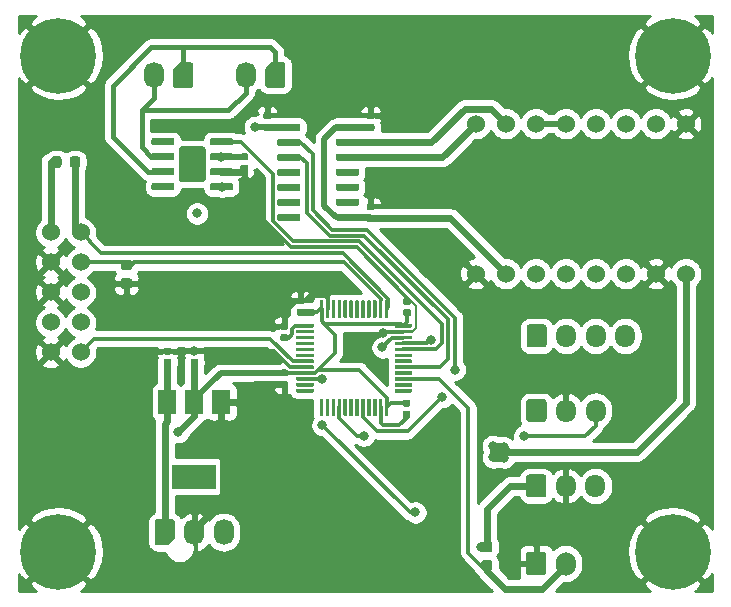
<source format=gbr>
G04 #@! TF.GenerationSoftware,KiCad,Pcbnew,(5.1.5)-3*
G04 #@! TF.CreationDate,2020-05-31T15:00:20+02:00*
G04 #@! TF.ProjectId,Systeme_de_r_cuperation_de_goblets,53797374-656d-4655-9f64-655f72e96375,rev?*
G04 #@! TF.SameCoordinates,Original*
G04 #@! TF.FileFunction,Copper,L1,Top*
G04 #@! TF.FilePolarity,Positive*
%FSLAX46Y46*%
G04 Gerber Fmt 4.6, Leading zero omitted, Abs format (unit mm)*
G04 Created by KiCad (PCBNEW (5.1.5)-3) date 2020-05-31 15:00:20*
%MOMM*%
%LPD*%
G04 APERTURE LIST*
%ADD10C,0.100000*%
%ADD11O,1.700000X1.950000*%
%ADD12O,1.700000X2.200000*%
%ADD13C,0.800000*%
%ADD14C,6.400000*%
%ADD15C,1.524000*%
%ADD16R,3.800000X2.000000*%
%ADD17R,1.500000X2.000000*%
%ADD18O,1.700000X2.000000*%
%ADD19C,0.300000*%
%ADD20C,0.600000*%
%ADD21C,0.200000*%
%ADD22C,0.500000*%
%ADD23C,0.400000*%
%ADD24C,0.254000*%
G04 APERTURE END LIST*
G04 #@! TA.AperFunction,SMDPad,CuDef*
D10*
G36*
X40037691Y-107861053D02*
G01*
X40058926Y-107864203D01*
X40079750Y-107869419D01*
X40099962Y-107876651D01*
X40119368Y-107885830D01*
X40137781Y-107896866D01*
X40155024Y-107909654D01*
X40170930Y-107924070D01*
X40185346Y-107939976D01*
X40198134Y-107957219D01*
X40209170Y-107975632D01*
X40218349Y-107995038D01*
X40225581Y-108015250D01*
X40230797Y-108036074D01*
X40233947Y-108057309D01*
X40235000Y-108078750D01*
X40235000Y-108516250D01*
X40233947Y-108537691D01*
X40230797Y-108558926D01*
X40225581Y-108579750D01*
X40218349Y-108599962D01*
X40209170Y-108619368D01*
X40198134Y-108637781D01*
X40185346Y-108655024D01*
X40170930Y-108670930D01*
X40155024Y-108685346D01*
X40137781Y-108698134D01*
X40119368Y-108709170D01*
X40099962Y-108718349D01*
X40079750Y-108725581D01*
X40058926Y-108730797D01*
X40037691Y-108733947D01*
X40016250Y-108735000D01*
X39503750Y-108735000D01*
X39482309Y-108733947D01*
X39461074Y-108730797D01*
X39440250Y-108725581D01*
X39420038Y-108718349D01*
X39400632Y-108709170D01*
X39382219Y-108698134D01*
X39364976Y-108685346D01*
X39349070Y-108670930D01*
X39334654Y-108655024D01*
X39321866Y-108637781D01*
X39310830Y-108619368D01*
X39301651Y-108599962D01*
X39294419Y-108579750D01*
X39289203Y-108558926D01*
X39286053Y-108537691D01*
X39285000Y-108516250D01*
X39285000Y-108078750D01*
X39286053Y-108057309D01*
X39289203Y-108036074D01*
X39294419Y-108015250D01*
X39301651Y-107995038D01*
X39310830Y-107975632D01*
X39321866Y-107957219D01*
X39334654Y-107939976D01*
X39349070Y-107924070D01*
X39364976Y-107909654D01*
X39382219Y-107896866D01*
X39400632Y-107885830D01*
X39420038Y-107876651D01*
X39440250Y-107869419D01*
X39461074Y-107864203D01*
X39482309Y-107861053D01*
X39503750Y-107860000D01*
X40016250Y-107860000D01*
X40037691Y-107861053D01*
G37*
G04 #@! TD.AperFunction*
G04 #@! TA.AperFunction,SMDPad,CuDef*
G36*
X40037691Y-106286053D02*
G01*
X40058926Y-106289203D01*
X40079750Y-106294419D01*
X40099962Y-106301651D01*
X40119368Y-106310830D01*
X40137781Y-106321866D01*
X40155024Y-106334654D01*
X40170930Y-106349070D01*
X40185346Y-106364976D01*
X40198134Y-106382219D01*
X40209170Y-106400632D01*
X40218349Y-106420038D01*
X40225581Y-106440250D01*
X40230797Y-106461074D01*
X40233947Y-106482309D01*
X40235000Y-106503750D01*
X40235000Y-106941250D01*
X40233947Y-106962691D01*
X40230797Y-106983926D01*
X40225581Y-107004750D01*
X40218349Y-107024962D01*
X40209170Y-107044368D01*
X40198134Y-107062781D01*
X40185346Y-107080024D01*
X40170930Y-107095930D01*
X40155024Y-107110346D01*
X40137781Y-107123134D01*
X40119368Y-107134170D01*
X40099962Y-107143349D01*
X40079750Y-107150581D01*
X40058926Y-107155797D01*
X40037691Y-107158947D01*
X40016250Y-107160000D01*
X39503750Y-107160000D01*
X39482309Y-107158947D01*
X39461074Y-107155797D01*
X39440250Y-107150581D01*
X39420038Y-107143349D01*
X39400632Y-107134170D01*
X39382219Y-107123134D01*
X39364976Y-107110346D01*
X39349070Y-107095930D01*
X39334654Y-107080024D01*
X39321866Y-107062781D01*
X39310830Y-107044368D01*
X39301651Y-107024962D01*
X39294419Y-107004750D01*
X39289203Y-106983926D01*
X39286053Y-106962691D01*
X39285000Y-106941250D01*
X39285000Y-106503750D01*
X39286053Y-106482309D01*
X39289203Y-106461074D01*
X39294419Y-106440250D01*
X39301651Y-106420038D01*
X39310830Y-106400632D01*
X39321866Y-106382219D01*
X39334654Y-106364976D01*
X39349070Y-106349070D01*
X39364976Y-106334654D01*
X39382219Y-106321866D01*
X39400632Y-106310830D01*
X39420038Y-106301651D01*
X39440250Y-106294419D01*
X39461074Y-106289203D01*
X39482309Y-106286053D01*
X39503750Y-106285000D01*
X40016250Y-106285000D01*
X40037691Y-106286053D01*
G37*
G04 #@! TD.AperFunction*
G04 #@! TA.AperFunction,SMDPad,CuDef*
G36*
X35647691Y-97536053D02*
G01*
X35668926Y-97539203D01*
X35689750Y-97544419D01*
X35709962Y-97551651D01*
X35729368Y-97560830D01*
X35747781Y-97571866D01*
X35765024Y-97584654D01*
X35780930Y-97599070D01*
X35795346Y-97614976D01*
X35808134Y-97632219D01*
X35819170Y-97650632D01*
X35828349Y-97670038D01*
X35835581Y-97690250D01*
X35840797Y-97711074D01*
X35843947Y-97732309D01*
X35845000Y-97753750D01*
X35845000Y-98266250D01*
X35843947Y-98287691D01*
X35840797Y-98308926D01*
X35835581Y-98329750D01*
X35828349Y-98349962D01*
X35819170Y-98369368D01*
X35808134Y-98387781D01*
X35795346Y-98405024D01*
X35780930Y-98420930D01*
X35765024Y-98435346D01*
X35747781Y-98448134D01*
X35729368Y-98459170D01*
X35709962Y-98468349D01*
X35689750Y-98475581D01*
X35668926Y-98480797D01*
X35647691Y-98483947D01*
X35626250Y-98485000D01*
X35188750Y-98485000D01*
X35167309Y-98483947D01*
X35146074Y-98480797D01*
X35125250Y-98475581D01*
X35105038Y-98468349D01*
X35085632Y-98459170D01*
X35067219Y-98448134D01*
X35049976Y-98435346D01*
X35034070Y-98420930D01*
X35019654Y-98405024D01*
X35006866Y-98387781D01*
X34995830Y-98369368D01*
X34986651Y-98349962D01*
X34979419Y-98329750D01*
X34974203Y-98308926D01*
X34971053Y-98287691D01*
X34970000Y-98266250D01*
X34970000Y-97753750D01*
X34971053Y-97732309D01*
X34974203Y-97711074D01*
X34979419Y-97690250D01*
X34986651Y-97670038D01*
X34995830Y-97650632D01*
X35006866Y-97632219D01*
X35019654Y-97614976D01*
X35034070Y-97599070D01*
X35049976Y-97584654D01*
X35067219Y-97571866D01*
X35085632Y-97560830D01*
X35105038Y-97551651D01*
X35125250Y-97544419D01*
X35146074Y-97539203D01*
X35167309Y-97536053D01*
X35188750Y-97535000D01*
X35626250Y-97535000D01*
X35647691Y-97536053D01*
G37*
G04 #@! TD.AperFunction*
G04 #@! TA.AperFunction,SMDPad,CuDef*
G36*
X34072691Y-97536053D02*
G01*
X34093926Y-97539203D01*
X34114750Y-97544419D01*
X34134962Y-97551651D01*
X34154368Y-97560830D01*
X34172781Y-97571866D01*
X34190024Y-97584654D01*
X34205930Y-97599070D01*
X34220346Y-97614976D01*
X34233134Y-97632219D01*
X34244170Y-97650632D01*
X34253349Y-97670038D01*
X34260581Y-97690250D01*
X34265797Y-97711074D01*
X34268947Y-97732309D01*
X34270000Y-97753750D01*
X34270000Y-98266250D01*
X34268947Y-98287691D01*
X34265797Y-98308926D01*
X34260581Y-98329750D01*
X34253349Y-98349962D01*
X34244170Y-98369368D01*
X34233134Y-98387781D01*
X34220346Y-98405024D01*
X34205930Y-98420930D01*
X34190024Y-98435346D01*
X34172781Y-98448134D01*
X34154368Y-98459170D01*
X34134962Y-98468349D01*
X34114750Y-98475581D01*
X34093926Y-98480797D01*
X34072691Y-98483947D01*
X34051250Y-98485000D01*
X33613750Y-98485000D01*
X33592309Y-98483947D01*
X33571074Y-98480797D01*
X33550250Y-98475581D01*
X33530038Y-98468349D01*
X33510632Y-98459170D01*
X33492219Y-98448134D01*
X33474976Y-98435346D01*
X33459070Y-98420930D01*
X33444654Y-98405024D01*
X33431866Y-98387781D01*
X33420830Y-98369368D01*
X33411651Y-98349962D01*
X33404419Y-98329750D01*
X33399203Y-98308926D01*
X33396053Y-98287691D01*
X33395000Y-98266250D01*
X33395000Y-97753750D01*
X33396053Y-97732309D01*
X33399203Y-97711074D01*
X33404419Y-97690250D01*
X33411651Y-97670038D01*
X33420830Y-97650632D01*
X33431866Y-97632219D01*
X33444654Y-97614976D01*
X33459070Y-97599070D01*
X33474976Y-97584654D01*
X33492219Y-97571866D01*
X33510632Y-97560830D01*
X33530038Y-97551651D01*
X33550250Y-97544419D01*
X33571074Y-97539203D01*
X33592309Y-97536053D01*
X33613750Y-97535000D01*
X34051250Y-97535000D01*
X34072691Y-97536053D01*
G37*
G04 #@! TD.AperFunction*
D11*
X79480000Y-119060000D03*
X76980000Y-119060000D03*
G04 #@! TA.AperFunction,ComponentPad*
D10*
G36*
X75104504Y-118086204D02*
G01*
X75128773Y-118089804D01*
X75152571Y-118095765D01*
X75175671Y-118104030D01*
X75197849Y-118114520D01*
X75218893Y-118127133D01*
X75238598Y-118141747D01*
X75256777Y-118158223D01*
X75273253Y-118176402D01*
X75287867Y-118196107D01*
X75300480Y-118217151D01*
X75310970Y-118239329D01*
X75319235Y-118262429D01*
X75325196Y-118286227D01*
X75328796Y-118310496D01*
X75330000Y-118335000D01*
X75330000Y-119785000D01*
X75328796Y-119809504D01*
X75325196Y-119833773D01*
X75319235Y-119857571D01*
X75310970Y-119880671D01*
X75300480Y-119902849D01*
X75287867Y-119923893D01*
X75273253Y-119943598D01*
X75256777Y-119961777D01*
X75238598Y-119978253D01*
X75218893Y-119992867D01*
X75197849Y-120005480D01*
X75175671Y-120015970D01*
X75152571Y-120024235D01*
X75128773Y-120030196D01*
X75104504Y-120033796D01*
X75080000Y-120035000D01*
X73880000Y-120035000D01*
X73855496Y-120033796D01*
X73831227Y-120030196D01*
X73807429Y-120024235D01*
X73784329Y-120015970D01*
X73762151Y-120005480D01*
X73741107Y-119992867D01*
X73721402Y-119978253D01*
X73703223Y-119961777D01*
X73686747Y-119943598D01*
X73672133Y-119923893D01*
X73659520Y-119902849D01*
X73649030Y-119880671D01*
X73640765Y-119857571D01*
X73634804Y-119833773D01*
X73631204Y-119809504D01*
X73630000Y-119785000D01*
X73630000Y-118335000D01*
X73631204Y-118310496D01*
X73634804Y-118286227D01*
X73640765Y-118262429D01*
X73649030Y-118239329D01*
X73659520Y-118217151D01*
X73672133Y-118196107D01*
X73686747Y-118176402D01*
X73703223Y-118158223D01*
X73721402Y-118141747D01*
X73741107Y-118127133D01*
X73762151Y-118114520D01*
X73784329Y-118104030D01*
X73807429Y-118095765D01*
X73831227Y-118089804D01*
X73855496Y-118086204D01*
X73880000Y-118085000D01*
X75080000Y-118085000D01*
X75104504Y-118086204D01*
G37*
G04 #@! TD.AperFunction*
D11*
X79460000Y-125440000D03*
X76960000Y-125440000D03*
G04 #@! TA.AperFunction,ComponentPad*
D10*
G36*
X75084504Y-124466204D02*
G01*
X75108773Y-124469804D01*
X75132571Y-124475765D01*
X75155671Y-124484030D01*
X75177849Y-124494520D01*
X75198893Y-124507133D01*
X75218598Y-124521747D01*
X75236777Y-124538223D01*
X75253253Y-124556402D01*
X75267867Y-124576107D01*
X75280480Y-124597151D01*
X75290970Y-124619329D01*
X75299235Y-124642429D01*
X75305196Y-124666227D01*
X75308796Y-124690496D01*
X75310000Y-124715000D01*
X75310000Y-126165000D01*
X75308796Y-126189504D01*
X75305196Y-126213773D01*
X75299235Y-126237571D01*
X75290970Y-126260671D01*
X75280480Y-126282849D01*
X75267867Y-126303893D01*
X75253253Y-126323598D01*
X75236777Y-126341777D01*
X75218598Y-126358253D01*
X75198893Y-126372867D01*
X75177849Y-126385480D01*
X75155671Y-126395970D01*
X75132571Y-126404235D01*
X75108773Y-126410196D01*
X75084504Y-126413796D01*
X75060000Y-126415000D01*
X73860000Y-126415000D01*
X73835496Y-126413796D01*
X73811227Y-126410196D01*
X73787429Y-126404235D01*
X73764329Y-126395970D01*
X73742151Y-126385480D01*
X73721107Y-126372867D01*
X73701402Y-126358253D01*
X73683223Y-126341777D01*
X73666747Y-126323598D01*
X73652133Y-126303893D01*
X73639520Y-126282849D01*
X73629030Y-126260671D01*
X73620765Y-126237571D01*
X73614804Y-126213773D01*
X73611204Y-126189504D01*
X73610000Y-126165000D01*
X73610000Y-124715000D01*
X73611204Y-124690496D01*
X73614804Y-124666227D01*
X73620765Y-124642429D01*
X73629030Y-124619329D01*
X73639520Y-124597151D01*
X73652133Y-124576107D01*
X73666747Y-124556402D01*
X73683223Y-124538223D01*
X73701402Y-124521747D01*
X73721107Y-124507133D01*
X73742151Y-124494520D01*
X73764329Y-124484030D01*
X73787429Y-124475765D01*
X73811227Y-124469804D01*
X73835496Y-124466204D01*
X73860000Y-124465000D01*
X75060000Y-124465000D01*
X75084504Y-124466204D01*
G37*
G04 #@! TD.AperFunction*
D11*
X81990000Y-112740000D03*
X79490000Y-112740000D03*
X76990000Y-112740000D03*
G04 #@! TA.AperFunction,ComponentPad*
D10*
G36*
X75114504Y-111766204D02*
G01*
X75138773Y-111769804D01*
X75162571Y-111775765D01*
X75185671Y-111784030D01*
X75207849Y-111794520D01*
X75228893Y-111807133D01*
X75248598Y-111821747D01*
X75266777Y-111838223D01*
X75283253Y-111856402D01*
X75297867Y-111876107D01*
X75310480Y-111897151D01*
X75320970Y-111919329D01*
X75329235Y-111942429D01*
X75335196Y-111966227D01*
X75338796Y-111990496D01*
X75340000Y-112015000D01*
X75340000Y-113465000D01*
X75338796Y-113489504D01*
X75335196Y-113513773D01*
X75329235Y-113537571D01*
X75320970Y-113560671D01*
X75310480Y-113582849D01*
X75297867Y-113603893D01*
X75283253Y-113623598D01*
X75266777Y-113641777D01*
X75248598Y-113658253D01*
X75228893Y-113672867D01*
X75207849Y-113685480D01*
X75185671Y-113695970D01*
X75162571Y-113704235D01*
X75138773Y-113710196D01*
X75114504Y-113713796D01*
X75090000Y-113715000D01*
X73890000Y-113715000D01*
X73865496Y-113713796D01*
X73841227Y-113710196D01*
X73817429Y-113704235D01*
X73794329Y-113695970D01*
X73772151Y-113685480D01*
X73751107Y-113672867D01*
X73731402Y-113658253D01*
X73713223Y-113641777D01*
X73696747Y-113623598D01*
X73682133Y-113603893D01*
X73669520Y-113582849D01*
X73659030Y-113560671D01*
X73650765Y-113537571D01*
X73644804Y-113513773D01*
X73641204Y-113489504D01*
X73640000Y-113465000D01*
X73640000Y-112015000D01*
X73641204Y-111990496D01*
X73644804Y-111966227D01*
X73650765Y-111942429D01*
X73659030Y-111919329D01*
X73669520Y-111897151D01*
X73682133Y-111876107D01*
X73696747Y-111856402D01*
X73713223Y-111838223D01*
X73731402Y-111821747D01*
X73751107Y-111807133D01*
X73772151Y-111794520D01*
X73794329Y-111784030D01*
X73817429Y-111775765D01*
X73841227Y-111769804D01*
X73865496Y-111766204D01*
X73890000Y-111765000D01*
X75090000Y-111765000D01*
X75114504Y-111766204D01*
G37*
G04 #@! TD.AperFunction*
D12*
X48000000Y-129350000D03*
X45500000Y-129350000D03*
G04 #@! TA.AperFunction,ComponentPad*
D10*
G36*
X42154804Y-128451227D02*
G01*
X42169030Y-128404329D01*
X42192133Y-128361107D01*
X42223223Y-128323223D01*
X42261107Y-128292133D01*
X42304329Y-128269030D01*
X42351227Y-128254804D01*
X42400000Y-128250000D01*
X43600000Y-128250000D01*
X43648773Y-128254804D01*
X43695671Y-128269030D01*
X43738893Y-128292133D01*
X43776777Y-128323223D01*
X43807867Y-128361107D01*
X43830970Y-128404329D01*
X43845196Y-128451227D01*
X43850000Y-128500000D01*
X43850000Y-129800000D01*
X43845196Y-129848773D01*
X43830970Y-129895671D01*
X43807867Y-129938893D01*
X43776777Y-129976777D01*
X43376777Y-130376777D01*
X43338893Y-130407867D01*
X43295671Y-130430970D01*
X43248773Y-130445196D01*
X43200000Y-130450000D01*
X42400000Y-130450000D01*
X42351227Y-130445196D01*
X42304329Y-130430970D01*
X42261107Y-130407867D01*
X42223223Y-130376777D01*
X42192133Y-130338893D01*
X42169030Y-130295671D01*
X42154804Y-130248773D01*
X42150000Y-130200000D01*
X42150000Y-128500000D01*
X42154804Y-128451227D01*
G37*
G04 #@! TD.AperFunction*
G04 #@! TA.AperFunction,ComponentPad*
G36*
X53225196Y-91538773D02*
G01*
X53210970Y-91585671D01*
X53187867Y-91628893D01*
X53156777Y-91666777D01*
X53118893Y-91697867D01*
X53075671Y-91720970D01*
X53028773Y-91735196D01*
X52980000Y-91740000D01*
X51780000Y-91740000D01*
X51731227Y-91735196D01*
X51684329Y-91720970D01*
X51641107Y-91697867D01*
X51603223Y-91666777D01*
X51572133Y-91628893D01*
X51549030Y-91585671D01*
X51534804Y-91538773D01*
X51530000Y-91490000D01*
X51530000Y-90190000D01*
X51534804Y-90141227D01*
X51549030Y-90094329D01*
X51572133Y-90051107D01*
X51603223Y-90013223D01*
X52003223Y-89613223D01*
X52041107Y-89582133D01*
X52084329Y-89559030D01*
X52131227Y-89544804D01*
X52180000Y-89540000D01*
X52980000Y-89540000D01*
X53028773Y-89544804D01*
X53075671Y-89559030D01*
X53118893Y-89582133D01*
X53156777Y-89613223D01*
X53187867Y-89651107D01*
X53210970Y-89694329D01*
X53225196Y-89741227D01*
X53230000Y-89790000D01*
X53230000Y-91490000D01*
X53225196Y-91538773D01*
G37*
G04 #@! TD.AperFunction*
D12*
X49880000Y-90640000D03*
G04 #@! TA.AperFunction,ComponentPad*
D10*
G36*
X45415196Y-91548773D02*
G01*
X45400970Y-91595671D01*
X45377867Y-91638893D01*
X45346777Y-91676777D01*
X45308893Y-91707867D01*
X45265671Y-91730970D01*
X45218773Y-91745196D01*
X45170000Y-91750000D01*
X43970000Y-91750000D01*
X43921227Y-91745196D01*
X43874329Y-91730970D01*
X43831107Y-91707867D01*
X43793223Y-91676777D01*
X43762133Y-91638893D01*
X43739030Y-91595671D01*
X43724804Y-91548773D01*
X43720000Y-91500000D01*
X43720000Y-90200000D01*
X43724804Y-90151227D01*
X43739030Y-90104329D01*
X43762133Y-90061107D01*
X43793223Y-90023223D01*
X44193223Y-89623223D01*
X44231107Y-89592133D01*
X44274329Y-89569030D01*
X44321227Y-89554804D01*
X44370000Y-89550000D01*
X45170000Y-89550000D01*
X45218773Y-89554804D01*
X45265671Y-89569030D01*
X45308893Y-89592133D01*
X45346777Y-89623223D01*
X45377867Y-89661107D01*
X45400970Y-89704329D01*
X45415196Y-89751227D01*
X45420000Y-89800000D01*
X45420000Y-91500000D01*
X45415196Y-91548773D01*
G37*
G04 #@! TD.AperFunction*
D12*
X42070000Y-90650000D03*
G04 #@! TA.AperFunction,SMDPad,CuDef*
D10*
G36*
X70557691Y-130166053D02*
G01*
X70578926Y-130169203D01*
X70599750Y-130174419D01*
X70619962Y-130181651D01*
X70639368Y-130190830D01*
X70657781Y-130201866D01*
X70675024Y-130214654D01*
X70690930Y-130229070D01*
X70705346Y-130244976D01*
X70718134Y-130262219D01*
X70729170Y-130280632D01*
X70738349Y-130300038D01*
X70745581Y-130320250D01*
X70750797Y-130341074D01*
X70753947Y-130362309D01*
X70755000Y-130383750D01*
X70755000Y-130821250D01*
X70753947Y-130842691D01*
X70750797Y-130863926D01*
X70745581Y-130884750D01*
X70738349Y-130904962D01*
X70729170Y-130924368D01*
X70718134Y-130942781D01*
X70705346Y-130960024D01*
X70690930Y-130975930D01*
X70675024Y-130990346D01*
X70657781Y-131003134D01*
X70639368Y-131014170D01*
X70619962Y-131023349D01*
X70599750Y-131030581D01*
X70578926Y-131035797D01*
X70557691Y-131038947D01*
X70536250Y-131040000D01*
X70023750Y-131040000D01*
X70002309Y-131038947D01*
X69981074Y-131035797D01*
X69960250Y-131030581D01*
X69940038Y-131023349D01*
X69920632Y-131014170D01*
X69902219Y-131003134D01*
X69884976Y-130990346D01*
X69869070Y-130975930D01*
X69854654Y-130960024D01*
X69841866Y-130942781D01*
X69830830Y-130924368D01*
X69821651Y-130904962D01*
X69814419Y-130884750D01*
X69809203Y-130863926D01*
X69806053Y-130842691D01*
X69805000Y-130821250D01*
X69805000Y-130383750D01*
X69806053Y-130362309D01*
X69809203Y-130341074D01*
X69814419Y-130320250D01*
X69821651Y-130300038D01*
X69830830Y-130280632D01*
X69841866Y-130262219D01*
X69854654Y-130244976D01*
X69869070Y-130229070D01*
X69884976Y-130214654D01*
X69902219Y-130201866D01*
X69920632Y-130190830D01*
X69940038Y-130181651D01*
X69960250Y-130174419D01*
X69981074Y-130169203D01*
X70002309Y-130166053D01*
X70023750Y-130165000D01*
X70536250Y-130165000D01*
X70557691Y-130166053D01*
G37*
G04 #@! TD.AperFunction*
G04 #@! TA.AperFunction,SMDPad,CuDef*
G36*
X70557691Y-131741053D02*
G01*
X70578926Y-131744203D01*
X70599750Y-131749419D01*
X70619962Y-131756651D01*
X70639368Y-131765830D01*
X70657781Y-131776866D01*
X70675024Y-131789654D01*
X70690930Y-131804070D01*
X70705346Y-131819976D01*
X70718134Y-131837219D01*
X70729170Y-131855632D01*
X70738349Y-131875038D01*
X70745581Y-131895250D01*
X70750797Y-131916074D01*
X70753947Y-131937309D01*
X70755000Y-131958750D01*
X70755000Y-132396250D01*
X70753947Y-132417691D01*
X70750797Y-132438926D01*
X70745581Y-132459750D01*
X70738349Y-132479962D01*
X70729170Y-132499368D01*
X70718134Y-132517781D01*
X70705346Y-132535024D01*
X70690930Y-132550930D01*
X70675024Y-132565346D01*
X70657781Y-132578134D01*
X70639368Y-132589170D01*
X70619962Y-132598349D01*
X70599750Y-132605581D01*
X70578926Y-132610797D01*
X70557691Y-132613947D01*
X70536250Y-132615000D01*
X70023750Y-132615000D01*
X70002309Y-132613947D01*
X69981074Y-132610797D01*
X69960250Y-132605581D01*
X69940038Y-132598349D01*
X69920632Y-132589170D01*
X69902219Y-132578134D01*
X69884976Y-132565346D01*
X69869070Y-132550930D01*
X69854654Y-132535024D01*
X69841866Y-132517781D01*
X69830830Y-132499368D01*
X69821651Y-132479962D01*
X69814419Y-132459750D01*
X69809203Y-132438926D01*
X69806053Y-132417691D01*
X69805000Y-132396250D01*
X69805000Y-131958750D01*
X69806053Y-131937309D01*
X69809203Y-131916074D01*
X69814419Y-131895250D01*
X69821651Y-131875038D01*
X69830830Y-131855632D01*
X69841866Y-131837219D01*
X69854654Y-131819976D01*
X69869070Y-131804070D01*
X69884976Y-131789654D01*
X69902219Y-131776866D01*
X69920632Y-131765830D01*
X69940038Y-131756651D01*
X69960250Y-131749419D01*
X69981074Y-131744203D01*
X70002309Y-131741053D01*
X70023750Y-131740000D01*
X70536250Y-131740000D01*
X70557691Y-131741053D01*
G37*
G04 #@! TD.AperFunction*
G04 #@! TA.AperFunction,SMDPad,CuDef*
G36*
X60626958Y-102495710D02*
G01*
X60641276Y-102497834D01*
X60655317Y-102501351D01*
X60668946Y-102506228D01*
X60682031Y-102512417D01*
X60694447Y-102519858D01*
X60706073Y-102528481D01*
X60716798Y-102538202D01*
X60726519Y-102548927D01*
X60735142Y-102560553D01*
X60742583Y-102572969D01*
X60748772Y-102586054D01*
X60753649Y-102599683D01*
X60757166Y-102613724D01*
X60759290Y-102628042D01*
X60760000Y-102642500D01*
X60760000Y-102937500D01*
X60759290Y-102951958D01*
X60757166Y-102966276D01*
X60753649Y-102980317D01*
X60748772Y-102993946D01*
X60742583Y-103007031D01*
X60735142Y-103019447D01*
X60726519Y-103031073D01*
X60716798Y-103041798D01*
X60706073Y-103051519D01*
X60694447Y-103060142D01*
X60682031Y-103067583D01*
X60668946Y-103073772D01*
X60655317Y-103078649D01*
X60641276Y-103082166D01*
X60626958Y-103084290D01*
X60612500Y-103085000D01*
X60267500Y-103085000D01*
X60253042Y-103084290D01*
X60238724Y-103082166D01*
X60224683Y-103078649D01*
X60211054Y-103073772D01*
X60197969Y-103067583D01*
X60185553Y-103060142D01*
X60173927Y-103051519D01*
X60163202Y-103041798D01*
X60153481Y-103031073D01*
X60144858Y-103019447D01*
X60137417Y-103007031D01*
X60131228Y-102993946D01*
X60126351Y-102980317D01*
X60122834Y-102966276D01*
X60120710Y-102951958D01*
X60120000Y-102937500D01*
X60120000Y-102642500D01*
X60120710Y-102628042D01*
X60122834Y-102613724D01*
X60126351Y-102599683D01*
X60131228Y-102586054D01*
X60137417Y-102572969D01*
X60144858Y-102560553D01*
X60153481Y-102548927D01*
X60163202Y-102538202D01*
X60173927Y-102528481D01*
X60185553Y-102519858D01*
X60197969Y-102512417D01*
X60211054Y-102506228D01*
X60224683Y-102501351D01*
X60238724Y-102497834D01*
X60253042Y-102495710D01*
X60267500Y-102495000D01*
X60612500Y-102495000D01*
X60626958Y-102495710D01*
G37*
G04 #@! TD.AperFunction*
G04 #@! TA.AperFunction,SMDPad,CuDef*
G36*
X60626958Y-101525710D02*
G01*
X60641276Y-101527834D01*
X60655317Y-101531351D01*
X60668946Y-101536228D01*
X60682031Y-101542417D01*
X60694447Y-101549858D01*
X60706073Y-101558481D01*
X60716798Y-101568202D01*
X60726519Y-101578927D01*
X60735142Y-101590553D01*
X60742583Y-101602969D01*
X60748772Y-101616054D01*
X60753649Y-101629683D01*
X60757166Y-101643724D01*
X60759290Y-101658042D01*
X60760000Y-101672500D01*
X60760000Y-101967500D01*
X60759290Y-101981958D01*
X60757166Y-101996276D01*
X60753649Y-102010317D01*
X60748772Y-102023946D01*
X60742583Y-102037031D01*
X60735142Y-102049447D01*
X60726519Y-102061073D01*
X60716798Y-102071798D01*
X60706073Y-102081519D01*
X60694447Y-102090142D01*
X60682031Y-102097583D01*
X60668946Y-102103772D01*
X60655317Y-102108649D01*
X60641276Y-102112166D01*
X60626958Y-102114290D01*
X60612500Y-102115000D01*
X60267500Y-102115000D01*
X60253042Y-102114290D01*
X60238724Y-102112166D01*
X60224683Y-102108649D01*
X60211054Y-102103772D01*
X60197969Y-102097583D01*
X60185553Y-102090142D01*
X60173927Y-102081519D01*
X60163202Y-102071798D01*
X60153481Y-102061073D01*
X60144858Y-102049447D01*
X60137417Y-102037031D01*
X60131228Y-102023946D01*
X60126351Y-102010317D01*
X60122834Y-101996276D01*
X60120710Y-101981958D01*
X60120000Y-101967500D01*
X60120000Y-101672500D01*
X60120710Y-101658042D01*
X60122834Y-101643724D01*
X60126351Y-101629683D01*
X60131228Y-101616054D01*
X60137417Y-101602969D01*
X60144858Y-101590553D01*
X60153481Y-101578927D01*
X60163202Y-101568202D01*
X60173927Y-101558481D01*
X60185553Y-101549858D01*
X60197969Y-101542417D01*
X60211054Y-101536228D01*
X60224683Y-101531351D01*
X60238724Y-101527834D01*
X60253042Y-101525710D01*
X60267500Y-101525000D01*
X60612500Y-101525000D01*
X60626958Y-101525710D01*
G37*
G04 #@! TD.AperFunction*
G04 #@! TA.AperFunction,SMDPad,CuDef*
G36*
X60626958Y-93810710D02*
G01*
X60641276Y-93812834D01*
X60655317Y-93816351D01*
X60668946Y-93821228D01*
X60682031Y-93827417D01*
X60694447Y-93834858D01*
X60706073Y-93843481D01*
X60716798Y-93853202D01*
X60726519Y-93863927D01*
X60735142Y-93875553D01*
X60742583Y-93887969D01*
X60748772Y-93901054D01*
X60753649Y-93914683D01*
X60757166Y-93928724D01*
X60759290Y-93943042D01*
X60760000Y-93957500D01*
X60760000Y-94252500D01*
X60759290Y-94266958D01*
X60757166Y-94281276D01*
X60753649Y-94295317D01*
X60748772Y-94308946D01*
X60742583Y-94322031D01*
X60735142Y-94334447D01*
X60726519Y-94346073D01*
X60716798Y-94356798D01*
X60706073Y-94366519D01*
X60694447Y-94375142D01*
X60682031Y-94382583D01*
X60668946Y-94388772D01*
X60655317Y-94393649D01*
X60641276Y-94397166D01*
X60626958Y-94399290D01*
X60612500Y-94400000D01*
X60267500Y-94400000D01*
X60253042Y-94399290D01*
X60238724Y-94397166D01*
X60224683Y-94393649D01*
X60211054Y-94388772D01*
X60197969Y-94382583D01*
X60185553Y-94375142D01*
X60173927Y-94366519D01*
X60163202Y-94356798D01*
X60153481Y-94346073D01*
X60144858Y-94334447D01*
X60137417Y-94322031D01*
X60131228Y-94308946D01*
X60126351Y-94295317D01*
X60122834Y-94281276D01*
X60120710Y-94266958D01*
X60120000Y-94252500D01*
X60120000Y-93957500D01*
X60120710Y-93943042D01*
X60122834Y-93928724D01*
X60126351Y-93914683D01*
X60131228Y-93901054D01*
X60137417Y-93887969D01*
X60144858Y-93875553D01*
X60153481Y-93863927D01*
X60163202Y-93853202D01*
X60173927Y-93843481D01*
X60185553Y-93834858D01*
X60197969Y-93827417D01*
X60211054Y-93821228D01*
X60224683Y-93816351D01*
X60238724Y-93812834D01*
X60253042Y-93810710D01*
X60267500Y-93810000D01*
X60612500Y-93810000D01*
X60626958Y-93810710D01*
G37*
G04 #@! TD.AperFunction*
G04 #@! TA.AperFunction,SMDPad,CuDef*
G36*
X60626958Y-94780710D02*
G01*
X60641276Y-94782834D01*
X60655317Y-94786351D01*
X60668946Y-94791228D01*
X60682031Y-94797417D01*
X60694447Y-94804858D01*
X60706073Y-94813481D01*
X60716798Y-94823202D01*
X60726519Y-94833927D01*
X60735142Y-94845553D01*
X60742583Y-94857969D01*
X60748772Y-94871054D01*
X60753649Y-94884683D01*
X60757166Y-94898724D01*
X60759290Y-94913042D01*
X60760000Y-94927500D01*
X60760000Y-95222500D01*
X60759290Y-95236958D01*
X60757166Y-95251276D01*
X60753649Y-95265317D01*
X60748772Y-95278946D01*
X60742583Y-95292031D01*
X60735142Y-95304447D01*
X60726519Y-95316073D01*
X60716798Y-95326798D01*
X60706073Y-95336519D01*
X60694447Y-95345142D01*
X60682031Y-95352583D01*
X60668946Y-95358772D01*
X60655317Y-95363649D01*
X60641276Y-95367166D01*
X60626958Y-95369290D01*
X60612500Y-95370000D01*
X60267500Y-95370000D01*
X60253042Y-95369290D01*
X60238724Y-95367166D01*
X60224683Y-95363649D01*
X60211054Y-95358772D01*
X60197969Y-95352583D01*
X60185553Y-95345142D01*
X60173927Y-95336519D01*
X60163202Y-95326798D01*
X60153481Y-95316073D01*
X60144858Y-95304447D01*
X60137417Y-95292031D01*
X60131228Y-95278946D01*
X60126351Y-95265317D01*
X60122834Y-95251276D01*
X60120710Y-95236958D01*
X60120000Y-95222500D01*
X60120000Y-94927500D01*
X60120710Y-94913042D01*
X60122834Y-94898724D01*
X60126351Y-94884683D01*
X60131228Y-94871054D01*
X60137417Y-94857969D01*
X60144858Y-94845553D01*
X60153481Y-94833927D01*
X60163202Y-94823202D01*
X60173927Y-94813481D01*
X60185553Y-94804858D01*
X60197969Y-94797417D01*
X60211054Y-94791228D01*
X60224683Y-94786351D01*
X60238724Y-94782834D01*
X60253042Y-94780710D01*
X60267500Y-94780000D01*
X60612500Y-94780000D01*
X60626958Y-94780710D01*
G37*
G04 #@! TD.AperFunction*
G04 #@! TA.AperFunction,SMDPad,CuDef*
G36*
X49926958Y-98250710D02*
G01*
X49941276Y-98252834D01*
X49955317Y-98256351D01*
X49968946Y-98261228D01*
X49982031Y-98267417D01*
X49994447Y-98274858D01*
X50006073Y-98283481D01*
X50016798Y-98293202D01*
X50026519Y-98303927D01*
X50035142Y-98315553D01*
X50042583Y-98327969D01*
X50048772Y-98341054D01*
X50053649Y-98354683D01*
X50057166Y-98368724D01*
X50059290Y-98383042D01*
X50060000Y-98397500D01*
X50060000Y-98692500D01*
X50059290Y-98706958D01*
X50057166Y-98721276D01*
X50053649Y-98735317D01*
X50048772Y-98748946D01*
X50042583Y-98762031D01*
X50035142Y-98774447D01*
X50026519Y-98786073D01*
X50016798Y-98796798D01*
X50006073Y-98806519D01*
X49994447Y-98815142D01*
X49982031Y-98822583D01*
X49968946Y-98828772D01*
X49955317Y-98833649D01*
X49941276Y-98837166D01*
X49926958Y-98839290D01*
X49912500Y-98840000D01*
X49567500Y-98840000D01*
X49553042Y-98839290D01*
X49538724Y-98837166D01*
X49524683Y-98833649D01*
X49511054Y-98828772D01*
X49497969Y-98822583D01*
X49485553Y-98815142D01*
X49473927Y-98806519D01*
X49463202Y-98796798D01*
X49453481Y-98786073D01*
X49444858Y-98774447D01*
X49437417Y-98762031D01*
X49431228Y-98748946D01*
X49426351Y-98735317D01*
X49422834Y-98721276D01*
X49420710Y-98706958D01*
X49420000Y-98692500D01*
X49420000Y-98397500D01*
X49420710Y-98383042D01*
X49422834Y-98368724D01*
X49426351Y-98354683D01*
X49431228Y-98341054D01*
X49437417Y-98327969D01*
X49444858Y-98315553D01*
X49453481Y-98303927D01*
X49463202Y-98293202D01*
X49473927Y-98283481D01*
X49485553Y-98274858D01*
X49497969Y-98267417D01*
X49511054Y-98261228D01*
X49524683Y-98256351D01*
X49538724Y-98252834D01*
X49553042Y-98250710D01*
X49567500Y-98250000D01*
X49912500Y-98250000D01*
X49926958Y-98250710D01*
G37*
G04 #@! TD.AperFunction*
G04 #@! TA.AperFunction,SMDPad,CuDef*
G36*
X49926958Y-97280710D02*
G01*
X49941276Y-97282834D01*
X49955317Y-97286351D01*
X49968946Y-97291228D01*
X49982031Y-97297417D01*
X49994447Y-97304858D01*
X50006073Y-97313481D01*
X50016798Y-97323202D01*
X50026519Y-97333927D01*
X50035142Y-97345553D01*
X50042583Y-97357969D01*
X50048772Y-97371054D01*
X50053649Y-97384683D01*
X50057166Y-97398724D01*
X50059290Y-97413042D01*
X50060000Y-97427500D01*
X50060000Y-97722500D01*
X50059290Y-97736958D01*
X50057166Y-97751276D01*
X50053649Y-97765317D01*
X50048772Y-97778946D01*
X50042583Y-97792031D01*
X50035142Y-97804447D01*
X50026519Y-97816073D01*
X50016798Y-97826798D01*
X50006073Y-97836519D01*
X49994447Y-97845142D01*
X49982031Y-97852583D01*
X49968946Y-97858772D01*
X49955317Y-97863649D01*
X49941276Y-97867166D01*
X49926958Y-97869290D01*
X49912500Y-97870000D01*
X49567500Y-97870000D01*
X49553042Y-97869290D01*
X49538724Y-97867166D01*
X49524683Y-97863649D01*
X49511054Y-97858772D01*
X49497969Y-97852583D01*
X49485553Y-97845142D01*
X49473927Y-97836519D01*
X49463202Y-97826798D01*
X49453481Y-97816073D01*
X49444858Y-97804447D01*
X49437417Y-97792031D01*
X49431228Y-97778946D01*
X49426351Y-97765317D01*
X49422834Y-97751276D01*
X49420710Y-97736958D01*
X49420000Y-97722500D01*
X49420000Y-97427500D01*
X49420710Y-97413042D01*
X49422834Y-97398724D01*
X49426351Y-97384683D01*
X49431228Y-97371054D01*
X49437417Y-97357969D01*
X49444858Y-97345553D01*
X49453481Y-97333927D01*
X49463202Y-97323202D01*
X49473927Y-97313481D01*
X49485553Y-97304858D01*
X49497969Y-97297417D01*
X49511054Y-97291228D01*
X49524683Y-97286351D01*
X49538724Y-97282834D01*
X49553042Y-97280710D01*
X49567500Y-97280000D01*
X49912500Y-97280000D01*
X49926958Y-97280710D01*
G37*
G04 #@! TD.AperFunction*
G04 #@! TA.AperFunction,SMDPad,CuDef*
G36*
X54696958Y-109460710D02*
G01*
X54711276Y-109462834D01*
X54725317Y-109466351D01*
X54738946Y-109471228D01*
X54752031Y-109477417D01*
X54764447Y-109484858D01*
X54776073Y-109493481D01*
X54786798Y-109503202D01*
X54796519Y-109513927D01*
X54805142Y-109525553D01*
X54812583Y-109537969D01*
X54818772Y-109551054D01*
X54823649Y-109564683D01*
X54827166Y-109578724D01*
X54829290Y-109593042D01*
X54830000Y-109607500D01*
X54830000Y-109902500D01*
X54829290Y-109916958D01*
X54827166Y-109931276D01*
X54823649Y-109945317D01*
X54818772Y-109958946D01*
X54812583Y-109972031D01*
X54805142Y-109984447D01*
X54796519Y-109996073D01*
X54786798Y-110006798D01*
X54776073Y-110016519D01*
X54764447Y-110025142D01*
X54752031Y-110032583D01*
X54738946Y-110038772D01*
X54725317Y-110043649D01*
X54711276Y-110047166D01*
X54696958Y-110049290D01*
X54682500Y-110050000D01*
X54337500Y-110050000D01*
X54323042Y-110049290D01*
X54308724Y-110047166D01*
X54294683Y-110043649D01*
X54281054Y-110038772D01*
X54267969Y-110032583D01*
X54255553Y-110025142D01*
X54243927Y-110016519D01*
X54233202Y-110006798D01*
X54223481Y-109996073D01*
X54214858Y-109984447D01*
X54207417Y-109972031D01*
X54201228Y-109958946D01*
X54196351Y-109945317D01*
X54192834Y-109931276D01*
X54190710Y-109916958D01*
X54190000Y-109902500D01*
X54190000Y-109607500D01*
X54190710Y-109593042D01*
X54192834Y-109578724D01*
X54196351Y-109564683D01*
X54201228Y-109551054D01*
X54207417Y-109537969D01*
X54214858Y-109525553D01*
X54223481Y-109513927D01*
X54233202Y-109503202D01*
X54243927Y-109493481D01*
X54255553Y-109484858D01*
X54267969Y-109477417D01*
X54281054Y-109471228D01*
X54294683Y-109466351D01*
X54308724Y-109462834D01*
X54323042Y-109460710D01*
X54337500Y-109460000D01*
X54682500Y-109460000D01*
X54696958Y-109460710D01*
G37*
G04 #@! TD.AperFunction*
G04 #@! TA.AperFunction,SMDPad,CuDef*
G36*
X54696958Y-110430710D02*
G01*
X54711276Y-110432834D01*
X54725317Y-110436351D01*
X54738946Y-110441228D01*
X54752031Y-110447417D01*
X54764447Y-110454858D01*
X54776073Y-110463481D01*
X54786798Y-110473202D01*
X54796519Y-110483927D01*
X54805142Y-110495553D01*
X54812583Y-110507969D01*
X54818772Y-110521054D01*
X54823649Y-110534683D01*
X54827166Y-110548724D01*
X54829290Y-110563042D01*
X54830000Y-110577500D01*
X54830000Y-110872500D01*
X54829290Y-110886958D01*
X54827166Y-110901276D01*
X54823649Y-110915317D01*
X54818772Y-110928946D01*
X54812583Y-110942031D01*
X54805142Y-110954447D01*
X54796519Y-110966073D01*
X54786798Y-110976798D01*
X54776073Y-110986519D01*
X54764447Y-110995142D01*
X54752031Y-111002583D01*
X54738946Y-111008772D01*
X54725317Y-111013649D01*
X54711276Y-111017166D01*
X54696958Y-111019290D01*
X54682500Y-111020000D01*
X54337500Y-111020000D01*
X54323042Y-111019290D01*
X54308724Y-111017166D01*
X54294683Y-111013649D01*
X54281054Y-111008772D01*
X54267969Y-111002583D01*
X54255553Y-110995142D01*
X54243927Y-110986519D01*
X54233202Y-110976798D01*
X54223481Y-110966073D01*
X54214858Y-110954447D01*
X54207417Y-110942031D01*
X54201228Y-110928946D01*
X54196351Y-110915317D01*
X54192834Y-110901276D01*
X54190710Y-110886958D01*
X54190000Y-110872500D01*
X54190000Y-110577500D01*
X54190710Y-110563042D01*
X54192834Y-110548724D01*
X54196351Y-110534683D01*
X54201228Y-110521054D01*
X54207417Y-110507969D01*
X54214858Y-110495553D01*
X54223481Y-110483927D01*
X54233202Y-110473202D01*
X54243927Y-110463481D01*
X54255553Y-110454858D01*
X54267969Y-110447417D01*
X54281054Y-110441228D01*
X54294683Y-110436351D01*
X54308724Y-110432834D01*
X54323042Y-110430710D01*
X54337500Y-110430000D01*
X54682500Y-110430000D01*
X54696958Y-110430710D01*
G37*
G04 #@! TD.AperFunction*
G04 #@! TA.AperFunction,SMDPad,CuDef*
G36*
X45696958Y-113720710D02*
G01*
X45711276Y-113722834D01*
X45725317Y-113726351D01*
X45738946Y-113731228D01*
X45752031Y-113737417D01*
X45764447Y-113744858D01*
X45776073Y-113753481D01*
X45786798Y-113763202D01*
X45796519Y-113773927D01*
X45805142Y-113785553D01*
X45812583Y-113797969D01*
X45818772Y-113811054D01*
X45823649Y-113824683D01*
X45827166Y-113838724D01*
X45829290Y-113853042D01*
X45830000Y-113867500D01*
X45830000Y-114162500D01*
X45829290Y-114176958D01*
X45827166Y-114191276D01*
X45823649Y-114205317D01*
X45818772Y-114218946D01*
X45812583Y-114232031D01*
X45805142Y-114244447D01*
X45796519Y-114256073D01*
X45786798Y-114266798D01*
X45776073Y-114276519D01*
X45764447Y-114285142D01*
X45752031Y-114292583D01*
X45738946Y-114298772D01*
X45725317Y-114303649D01*
X45711276Y-114307166D01*
X45696958Y-114309290D01*
X45682500Y-114310000D01*
X45337500Y-114310000D01*
X45323042Y-114309290D01*
X45308724Y-114307166D01*
X45294683Y-114303649D01*
X45281054Y-114298772D01*
X45267969Y-114292583D01*
X45255553Y-114285142D01*
X45243927Y-114276519D01*
X45233202Y-114266798D01*
X45223481Y-114256073D01*
X45214858Y-114244447D01*
X45207417Y-114232031D01*
X45201228Y-114218946D01*
X45196351Y-114205317D01*
X45192834Y-114191276D01*
X45190710Y-114176958D01*
X45190000Y-114162500D01*
X45190000Y-113867500D01*
X45190710Y-113853042D01*
X45192834Y-113838724D01*
X45196351Y-113824683D01*
X45201228Y-113811054D01*
X45207417Y-113797969D01*
X45214858Y-113785553D01*
X45223481Y-113773927D01*
X45233202Y-113763202D01*
X45243927Y-113753481D01*
X45255553Y-113744858D01*
X45267969Y-113737417D01*
X45281054Y-113731228D01*
X45294683Y-113726351D01*
X45308724Y-113722834D01*
X45323042Y-113720710D01*
X45337500Y-113720000D01*
X45682500Y-113720000D01*
X45696958Y-113720710D01*
G37*
G04 #@! TD.AperFunction*
G04 #@! TA.AperFunction,SMDPad,CuDef*
G36*
X45696958Y-114690710D02*
G01*
X45711276Y-114692834D01*
X45725317Y-114696351D01*
X45738946Y-114701228D01*
X45752031Y-114707417D01*
X45764447Y-114714858D01*
X45776073Y-114723481D01*
X45786798Y-114733202D01*
X45796519Y-114743927D01*
X45805142Y-114755553D01*
X45812583Y-114767969D01*
X45818772Y-114781054D01*
X45823649Y-114794683D01*
X45827166Y-114808724D01*
X45829290Y-114823042D01*
X45830000Y-114837500D01*
X45830000Y-115132500D01*
X45829290Y-115146958D01*
X45827166Y-115161276D01*
X45823649Y-115175317D01*
X45818772Y-115188946D01*
X45812583Y-115202031D01*
X45805142Y-115214447D01*
X45796519Y-115226073D01*
X45786798Y-115236798D01*
X45776073Y-115246519D01*
X45764447Y-115255142D01*
X45752031Y-115262583D01*
X45738946Y-115268772D01*
X45725317Y-115273649D01*
X45711276Y-115277166D01*
X45696958Y-115279290D01*
X45682500Y-115280000D01*
X45337500Y-115280000D01*
X45323042Y-115279290D01*
X45308724Y-115277166D01*
X45294683Y-115273649D01*
X45281054Y-115268772D01*
X45267969Y-115262583D01*
X45255553Y-115255142D01*
X45243927Y-115246519D01*
X45233202Y-115236798D01*
X45223481Y-115226073D01*
X45214858Y-115214447D01*
X45207417Y-115202031D01*
X45201228Y-115188946D01*
X45196351Y-115175317D01*
X45192834Y-115161276D01*
X45190710Y-115146958D01*
X45190000Y-115132500D01*
X45190000Y-114837500D01*
X45190710Y-114823042D01*
X45192834Y-114808724D01*
X45196351Y-114794683D01*
X45201228Y-114781054D01*
X45207417Y-114767969D01*
X45214858Y-114755553D01*
X45223481Y-114743927D01*
X45233202Y-114733202D01*
X45243927Y-114723481D01*
X45255553Y-114714858D01*
X45267969Y-114707417D01*
X45281054Y-114701228D01*
X45294683Y-114696351D01*
X45308724Y-114692834D01*
X45323042Y-114690710D01*
X45337500Y-114690000D01*
X45682500Y-114690000D01*
X45696958Y-114690710D01*
G37*
G04 #@! TD.AperFunction*
G04 #@! TA.AperFunction,SMDPad,CuDef*
G36*
X43416958Y-113730710D02*
G01*
X43431276Y-113732834D01*
X43445317Y-113736351D01*
X43458946Y-113741228D01*
X43472031Y-113747417D01*
X43484447Y-113754858D01*
X43496073Y-113763481D01*
X43506798Y-113773202D01*
X43516519Y-113783927D01*
X43525142Y-113795553D01*
X43532583Y-113807969D01*
X43538772Y-113821054D01*
X43543649Y-113834683D01*
X43547166Y-113848724D01*
X43549290Y-113863042D01*
X43550000Y-113877500D01*
X43550000Y-114172500D01*
X43549290Y-114186958D01*
X43547166Y-114201276D01*
X43543649Y-114215317D01*
X43538772Y-114228946D01*
X43532583Y-114242031D01*
X43525142Y-114254447D01*
X43516519Y-114266073D01*
X43506798Y-114276798D01*
X43496073Y-114286519D01*
X43484447Y-114295142D01*
X43472031Y-114302583D01*
X43458946Y-114308772D01*
X43445317Y-114313649D01*
X43431276Y-114317166D01*
X43416958Y-114319290D01*
X43402500Y-114320000D01*
X43057500Y-114320000D01*
X43043042Y-114319290D01*
X43028724Y-114317166D01*
X43014683Y-114313649D01*
X43001054Y-114308772D01*
X42987969Y-114302583D01*
X42975553Y-114295142D01*
X42963927Y-114286519D01*
X42953202Y-114276798D01*
X42943481Y-114266073D01*
X42934858Y-114254447D01*
X42927417Y-114242031D01*
X42921228Y-114228946D01*
X42916351Y-114215317D01*
X42912834Y-114201276D01*
X42910710Y-114186958D01*
X42910000Y-114172500D01*
X42910000Y-113877500D01*
X42910710Y-113863042D01*
X42912834Y-113848724D01*
X42916351Y-113834683D01*
X42921228Y-113821054D01*
X42927417Y-113807969D01*
X42934858Y-113795553D01*
X42943481Y-113783927D01*
X42953202Y-113773202D01*
X42963927Y-113763481D01*
X42975553Y-113754858D01*
X42987969Y-113747417D01*
X43001054Y-113741228D01*
X43014683Y-113736351D01*
X43028724Y-113732834D01*
X43043042Y-113730710D01*
X43057500Y-113730000D01*
X43402500Y-113730000D01*
X43416958Y-113730710D01*
G37*
G04 #@! TD.AperFunction*
G04 #@! TA.AperFunction,SMDPad,CuDef*
G36*
X43416958Y-114700710D02*
G01*
X43431276Y-114702834D01*
X43445317Y-114706351D01*
X43458946Y-114711228D01*
X43472031Y-114717417D01*
X43484447Y-114724858D01*
X43496073Y-114733481D01*
X43506798Y-114743202D01*
X43516519Y-114753927D01*
X43525142Y-114765553D01*
X43532583Y-114777969D01*
X43538772Y-114791054D01*
X43543649Y-114804683D01*
X43547166Y-114818724D01*
X43549290Y-114833042D01*
X43550000Y-114847500D01*
X43550000Y-115142500D01*
X43549290Y-115156958D01*
X43547166Y-115171276D01*
X43543649Y-115185317D01*
X43538772Y-115198946D01*
X43532583Y-115212031D01*
X43525142Y-115224447D01*
X43516519Y-115236073D01*
X43506798Y-115246798D01*
X43496073Y-115256519D01*
X43484447Y-115265142D01*
X43472031Y-115272583D01*
X43458946Y-115278772D01*
X43445317Y-115283649D01*
X43431276Y-115287166D01*
X43416958Y-115289290D01*
X43402500Y-115290000D01*
X43057500Y-115290000D01*
X43043042Y-115289290D01*
X43028724Y-115287166D01*
X43014683Y-115283649D01*
X43001054Y-115278772D01*
X42987969Y-115272583D01*
X42975553Y-115265142D01*
X42963927Y-115256519D01*
X42953202Y-115246798D01*
X42943481Y-115236073D01*
X42934858Y-115224447D01*
X42927417Y-115212031D01*
X42921228Y-115198946D01*
X42916351Y-115185317D01*
X42912834Y-115171276D01*
X42910710Y-115156958D01*
X42910000Y-115142500D01*
X42910000Y-114847500D01*
X42910710Y-114833042D01*
X42912834Y-114818724D01*
X42916351Y-114804683D01*
X42921228Y-114791054D01*
X42927417Y-114777969D01*
X42934858Y-114765553D01*
X42943481Y-114753927D01*
X42953202Y-114743202D01*
X42963927Y-114733481D01*
X42975553Y-114724858D01*
X42987969Y-114717417D01*
X43001054Y-114711228D01*
X43014683Y-114706351D01*
X43028724Y-114702834D01*
X43043042Y-114700710D01*
X43057500Y-114700000D01*
X43402500Y-114700000D01*
X43416958Y-114700710D01*
G37*
G04 #@! TD.AperFunction*
G04 #@! TA.AperFunction,SMDPad,CuDef*
G36*
X53296958Y-116550710D02*
G01*
X53311276Y-116552834D01*
X53325317Y-116556351D01*
X53338946Y-116561228D01*
X53352031Y-116567417D01*
X53364447Y-116574858D01*
X53376073Y-116583481D01*
X53386798Y-116593202D01*
X53396519Y-116603927D01*
X53405142Y-116615553D01*
X53412583Y-116627969D01*
X53418772Y-116641054D01*
X53423649Y-116654683D01*
X53427166Y-116668724D01*
X53429290Y-116683042D01*
X53430000Y-116697500D01*
X53430000Y-116992500D01*
X53429290Y-117006958D01*
X53427166Y-117021276D01*
X53423649Y-117035317D01*
X53418772Y-117048946D01*
X53412583Y-117062031D01*
X53405142Y-117074447D01*
X53396519Y-117086073D01*
X53386798Y-117096798D01*
X53376073Y-117106519D01*
X53364447Y-117115142D01*
X53352031Y-117122583D01*
X53338946Y-117128772D01*
X53325317Y-117133649D01*
X53311276Y-117137166D01*
X53296958Y-117139290D01*
X53282500Y-117140000D01*
X52937500Y-117140000D01*
X52923042Y-117139290D01*
X52908724Y-117137166D01*
X52894683Y-117133649D01*
X52881054Y-117128772D01*
X52867969Y-117122583D01*
X52855553Y-117115142D01*
X52843927Y-117106519D01*
X52833202Y-117096798D01*
X52823481Y-117086073D01*
X52814858Y-117074447D01*
X52807417Y-117062031D01*
X52801228Y-117048946D01*
X52796351Y-117035317D01*
X52792834Y-117021276D01*
X52790710Y-117006958D01*
X52790000Y-116992500D01*
X52790000Y-116697500D01*
X52790710Y-116683042D01*
X52792834Y-116668724D01*
X52796351Y-116654683D01*
X52801228Y-116641054D01*
X52807417Y-116627969D01*
X52814858Y-116615553D01*
X52823481Y-116603927D01*
X52833202Y-116593202D01*
X52843927Y-116583481D01*
X52855553Y-116574858D01*
X52867969Y-116567417D01*
X52881054Y-116561228D01*
X52894683Y-116556351D01*
X52908724Y-116552834D01*
X52923042Y-116550710D01*
X52937500Y-116550000D01*
X53282500Y-116550000D01*
X53296958Y-116550710D01*
G37*
G04 #@! TD.AperFunction*
G04 #@! TA.AperFunction,SMDPad,CuDef*
G36*
X53296958Y-115580710D02*
G01*
X53311276Y-115582834D01*
X53325317Y-115586351D01*
X53338946Y-115591228D01*
X53352031Y-115597417D01*
X53364447Y-115604858D01*
X53376073Y-115613481D01*
X53386798Y-115623202D01*
X53396519Y-115633927D01*
X53405142Y-115645553D01*
X53412583Y-115657969D01*
X53418772Y-115671054D01*
X53423649Y-115684683D01*
X53427166Y-115698724D01*
X53429290Y-115713042D01*
X53430000Y-115727500D01*
X53430000Y-116022500D01*
X53429290Y-116036958D01*
X53427166Y-116051276D01*
X53423649Y-116065317D01*
X53418772Y-116078946D01*
X53412583Y-116092031D01*
X53405142Y-116104447D01*
X53396519Y-116116073D01*
X53386798Y-116126798D01*
X53376073Y-116136519D01*
X53364447Y-116145142D01*
X53352031Y-116152583D01*
X53338946Y-116158772D01*
X53325317Y-116163649D01*
X53311276Y-116167166D01*
X53296958Y-116169290D01*
X53282500Y-116170000D01*
X52937500Y-116170000D01*
X52923042Y-116169290D01*
X52908724Y-116167166D01*
X52894683Y-116163649D01*
X52881054Y-116158772D01*
X52867969Y-116152583D01*
X52855553Y-116145142D01*
X52843927Y-116136519D01*
X52833202Y-116126798D01*
X52823481Y-116116073D01*
X52814858Y-116104447D01*
X52807417Y-116092031D01*
X52801228Y-116078946D01*
X52796351Y-116065317D01*
X52792834Y-116051276D01*
X52790710Y-116036958D01*
X52790000Y-116022500D01*
X52790000Y-115727500D01*
X52790710Y-115713042D01*
X52792834Y-115698724D01*
X52796351Y-115684683D01*
X52801228Y-115671054D01*
X52807417Y-115657969D01*
X52814858Y-115645553D01*
X52823481Y-115633927D01*
X52833202Y-115623202D01*
X52843927Y-115613481D01*
X52855553Y-115604858D01*
X52867969Y-115597417D01*
X52881054Y-115591228D01*
X52894683Y-115586351D01*
X52908724Y-115582834D01*
X52923042Y-115580710D01*
X52937500Y-115580000D01*
X53282500Y-115580000D01*
X53296958Y-115580710D01*
G37*
G04 #@! TD.AperFunction*
G04 #@! TA.AperFunction,SMDPad,CuDef*
G36*
X51866958Y-93810710D02*
G01*
X51881276Y-93812834D01*
X51895317Y-93816351D01*
X51908946Y-93821228D01*
X51922031Y-93827417D01*
X51934447Y-93834858D01*
X51946073Y-93843481D01*
X51956798Y-93853202D01*
X51966519Y-93863927D01*
X51975142Y-93875553D01*
X51982583Y-93887969D01*
X51988772Y-93901054D01*
X51993649Y-93914683D01*
X51997166Y-93928724D01*
X51999290Y-93943042D01*
X52000000Y-93957500D01*
X52000000Y-94252500D01*
X51999290Y-94266958D01*
X51997166Y-94281276D01*
X51993649Y-94295317D01*
X51988772Y-94308946D01*
X51982583Y-94322031D01*
X51975142Y-94334447D01*
X51966519Y-94346073D01*
X51956798Y-94356798D01*
X51946073Y-94366519D01*
X51934447Y-94375142D01*
X51922031Y-94382583D01*
X51908946Y-94388772D01*
X51895317Y-94393649D01*
X51881276Y-94397166D01*
X51866958Y-94399290D01*
X51852500Y-94400000D01*
X51507500Y-94400000D01*
X51493042Y-94399290D01*
X51478724Y-94397166D01*
X51464683Y-94393649D01*
X51451054Y-94388772D01*
X51437969Y-94382583D01*
X51425553Y-94375142D01*
X51413927Y-94366519D01*
X51403202Y-94356798D01*
X51393481Y-94346073D01*
X51384858Y-94334447D01*
X51377417Y-94322031D01*
X51371228Y-94308946D01*
X51366351Y-94295317D01*
X51362834Y-94281276D01*
X51360710Y-94266958D01*
X51360000Y-94252500D01*
X51360000Y-93957500D01*
X51360710Y-93943042D01*
X51362834Y-93928724D01*
X51366351Y-93914683D01*
X51371228Y-93901054D01*
X51377417Y-93887969D01*
X51384858Y-93875553D01*
X51393481Y-93863927D01*
X51403202Y-93853202D01*
X51413927Y-93843481D01*
X51425553Y-93834858D01*
X51437969Y-93827417D01*
X51451054Y-93821228D01*
X51464683Y-93816351D01*
X51478724Y-93812834D01*
X51493042Y-93810710D01*
X51507500Y-93810000D01*
X51852500Y-93810000D01*
X51866958Y-93810710D01*
G37*
G04 #@! TD.AperFunction*
G04 #@! TA.AperFunction,SMDPad,CuDef*
G36*
X51866958Y-94780710D02*
G01*
X51881276Y-94782834D01*
X51895317Y-94786351D01*
X51908946Y-94791228D01*
X51922031Y-94797417D01*
X51934447Y-94804858D01*
X51946073Y-94813481D01*
X51956798Y-94823202D01*
X51966519Y-94833927D01*
X51975142Y-94845553D01*
X51982583Y-94857969D01*
X51988772Y-94871054D01*
X51993649Y-94884683D01*
X51997166Y-94898724D01*
X51999290Y-94913042D01*
X52000000Y-94927500D01*
X52000000Y-95222500D01*
X51999290Y-95236958D01*
X51997166Y-95251276D01*
X51993649Y-95265317D01*
X51988772Y-95278946D01*
X51982583Y-95292031D01*
X51975142Y-95304447D01*
X51966519Y-95316073D01*
X51956798Y-95326798D01*
X51946073Y-95336519D01*
X51934447Y-95345142D01*
X51922031Y-95352583D01*
X51908946Y-95358772D01*
X51895317Y-95363649D01*
X51881276Y-95367166D01*
X51866958Y-95369290D01*
X51852500Y-95370000D01*
X51507500Y-95370000D01*
X51493042Y-95369290D01*
X51478724Y-95367166D01*
X51464683Y-95363649D01*
X51451054Y-95358772D01*
X51437969Y-95352583D01*
X51425553Y-95345142D01*
X51413927Y-95336519D01*
X51403202Y-95326798D01*
X51393481Y-95316073D01*
X51384858Y-95304447D01*
X51377417Y-95292031D01*
X51371228Y-95278946D01*
X51366351Y-95265317D01*
X51362834Y-95251276D01*
X51360710Y-95236958D01*
X51360000Y-95222500D01*
X51360000Y-94927500D01*
X51360710Y-94913042D01*
X51362834Y-94898724D01*
X51366351Y-94884683D01*
X51371228Y-94871054D01*
X51377417Y-94857969D01*
X51384858Y-94845553D01*
X51393481Y-94833927D01*
X51403202Y-94823202D01*
X51413927Y-94813481D01*
X51425553Y-94804858D01*
X51437969Y-94797417D01*
X51451054Y-94791228D01*
X51464683Y-94786351D01*
X51478724Y-94782834D01*
X51493042Y-94780710D01*
X51507500Y-94780000D01*
X51852500Y-94780000D01*
X51866958Y-94780710D01*
G37*
G04 #@! TD.AperFunction*
G04 #@! TA.AperFunction,SMDPad,CuDef*
G36*
X63706958Y-109510710D02*
G01*
X63721276Y-109512834D01*
X63735317Y-109516351D01*
X63748946Y-109521228D01*
X63762031Y-109527417D01*
X63774447Y-109534858D01*
X63786073Y-109543481D01*
X63796798Y-109553202D01*
X63806519Y-109563927D01*
X63815142Y-109575553D01*
X63822583Y-109587969D01*
X63828772Y-109601054D01*
X63833649Y-109614683D01*
X63837166Y-109628724D01*
X63839290Y-109643042D01*
X63840000Y-109657500D01*
X63840000Y-109952500D01*
X63839290Y-109966958D01*
X63837166Y-109981276D01*
X63833649Y-109995317D01*
X63828772Y-110008946D01*
X63822583Y-110022031D01*
X63815142Y-110034447D01*
X63806519Y-110046073D01*
X63796798Y-110056798D01*
X63786073Y-110066519D01*
X63774447Y-110075142D01*
X63762031Y-110082583D01*
X63748946Y-110088772D01*
X63735317Y-110093649D01*
X63721276Y-110097166D01*
X63706958Y-110099290D01*
X63692500Y-110100000D01*
X63347500Y-110100000D01*
X63333042Y-110099290D01*
X63318724Y-110097166D01*
X63304683Y-110093649D01*
X63291054Y-110088772D01*
X63277969Y-110082583D01*
X63265553Y-110075142D01*
X63253927Y-110066519D01*
X63243202Y-110056798D01*
X63233481Y-110046073D01*
X63224858Y-110034447D01*
X63217417Y-110022031D01*
X63211228Y-110008946D01*
X63206351Y-109995317D01*
X63202834Y-109981276D01*
X63200710Y-109966958D01*
X63200000Y-109952500D01*
X63200000Y-109657500D01*
X63200710Y-109643042D01*
X63202834Y-109628724D01*
X63206351Y-109614683D01*
X63211228Y-109601054D01*
X63217417Y-109587969D01*
X63224858Y-109575553D01*
X63233481Y-109563927D01*
X63243202Y-109553202D01*
X63253927Y-109543481D01*
X63265553Y-109534858D01*
X63277969Y-109527417D01*
X63291054Y-109521228D01*
X63304683Y-109516351D01*
X63318724Y-109512834D01*
X63333042Y-109510710D01*
X63347500Y-109510000D01*
X63692500Y-109510000D01*
X63706958Y-109510710D01*
G37*
G04 #@! TD.AperFunction*
G04 #@! TA.AperFunction,SMDPad,CuDef*
G36*
X63706958Y-110480710D02*
G01*
X63721276Y-110482834D01*
X63735317Y-110486351D01*
X63748946Y-110491228D01*
X63762031Y-110497417D01*
X63774447Y-110504858D01*
X63786073Y-110513481D01*
X63796798Y-110523202D01*
X63806519Y-110533927D01*
X63815142Y-110545553D01*
X63822583Y-110557969D01*
X63828772Y-110571054D01*
X63833649Y-110584683D01*
X63837166Y-110598724D01*
X63839290Y-110613042D01*
X63840000Y-110627500D01*
X63840000Y-110922500D01*
X63839290Y-110936958D01*
X63837166Y-110951276D01*
X63833649Y-110965317D01*
X63828772Y-110978946D01*
X63822583Y-110992031D01*
X63815142Y-111004447D01*
X63806519Y-111016073D01*
X63796798Y-111026798D01*
X63786073Y-111036519D01*
X63774447Y-111045142D01*
X63762031Y-111052583D01*
X63748946Y-111058772D01*
X63735317Y-111063649D01*
X63721276Y-111067166D01*
X63706958Y-111069290D01*
X63692500Y-111070000D01*
X63347500Y-111070000D01*
X63333042Y-111069290D01*
X63318724Y-111067166D01*
X63304683Y-111063649D01*
X63291054Y-111058772D01*
X63277969Y-111052583D01*
X63265553Y-111045142D01*
X63253927Y-111036519D01*
X63243202Y-111026798D01*
X63233481Y-111016073D01*
X63224858Y-111004447D01*
X63217417Y-110992031D01*
X63211228Y-110978946D01*
X63206351Y-110965317D01*
X63202834Y-110951276D01*
X63200710Y-110936958D01*
X63200000Y-110922500D01*
X63200000Y-110627500D01*
X63200710Y-110613042D01*
X63202834Y-110598724D01*
X63206351Y-110584683D01*
X63211228Y-110571054D01*
X63217417Y-110557969D01*
X63224858Y-110545553D01*
X63233481Y-110533927D01*
X63243202Y-110523202D01*
X63253927Y-110513481D01*
X63265553Y-110504858D01*
X63277969Y-110497417D01*
X63291054Y-110491228D01*
X63304683Y-110486351D01*
X63318724Y-110482834D01*
X63333042Y-110480710D01*
X63347500Y-110480000D01*
X63692500Y-110480000D01*
X63706958Y-110480710D01*
G37*
G04 #@! TD.AperFunction*
G04 #@! TA.AperFunction,SMDPad,CuDef*
G36*
X63666958Y-119100710D02*
G01*
X63681276Y-119102834D01*
X63695317Y-119106351D01*
X63708946Y-119111228D01*
X63722031Y-119117417D01*
X63734447Y-119124858D01*
X63746073Y-119133481D01*
X63756798Y-119143202D01*
X63766519Y-119153927D01*
X63775142Y-119165553D01*
X63782583Y-119177969D01*
X63788772Y-119191054D01*
X63793649Y-119204683D01*
X63797166Y-119218724D01*
X63799290Y-119233042D01*
X63800000Y-119247500D01*
X63800000Y-119542500D01*
X63799290Y-119556958D01*
X63797166Y-119571276D01*
X63793649Y-119585317D01*
X63788772Y-119598946D01*
X63782583Y-119612031D01*
X63775142Y-119624447D01*
X63766519Y-119636073D01*
X63756798Y-119646798D01*
X63746073Y-119656519D01*
X63734447Y-119665142D01*
X63722031Y-119672583D01*
X63708946Y-119678772D01*
X63695317Y-119683649D01*
X63681276Y-119687166D01*
X63666958Y-119689290D01*
X63652500Y-119690000D01*
X63307500Y-119690000D01*
X63293042Y-119689290D01*
X63278724Y-119687166D01*
X63264683Y-119683649D01*
X63251054Y-119678772D01*
X63237969Y-119672583D01*
X63225553Y-119665142D01*
X63213927Y-119656519D01*
X63203202Y-119646798D01*
X63193481Y-119636073D01*
X63184858Y-119624447D01*
X63177417Y-119612031D01*
X63171228Y-119598946D01*
X63166351Y-119585317D01*
X63162834Y-119571276D01*
X63160710Y-119556958D01*
X63160000Y-119542500D01*
X63160000Y-119247500D01*
X63160710Y-119233042D01*
X63162834Y-119218724D01*
X63166351Y-119204683D01*
X63171228Y-119191054D01*
X63177417Y-119177969D01*
X63184858Y-119165553D01*
X63193481Y-119153927D01*
X63203202Y-119143202D01*
X63213927Y-119133481D01*
X63225553Y-119124858D01*
X63237969Y-119117417D01*
X63251054Y-119111228D01*
X63264683Y-119106351D01*
X63278724Y-119102834D01*
X63293042Y-119100710D01*
X63307500Y-119100000D01*
X63652500Y-119100000D01*
X63666958Y-119100710D01*
G37*
G04 #@! TD.AperFunction*
G04 #@! TA.AperFunction,SMDPad,CuDef*
G36*
X63666958Y-118130710D02*
G01*
X63681276Y-118132834D01*
X63695317Y-118136351D01*
X63708946Y-118141228D01*
X63722031Y-118147417D01*
X63734447Y-118154858D01*
X63746073Y-118163481D01*
X63756798Y-118173202D01*
X63766519Y-118183927D01*
X63775142Y-118195553D01*
X63782583Y-118207969D01*
X63788772Y-118221054D01*
X63793649Y-118234683D01*
X63797166Y-118248724D01*
X63799290Y-118263042D01*
X63800000Y-118277500D01*
X63800000Y-118572500D01*
X63799290Y-118586958D01*
X63797166Y-118601276D01*
X63793649Y-118615317D01*
X63788772Y-118628946D01*
X63782583Y-118642031D01*
X63775142Y-118654447D01*
X63766519Y-118666073D01*
X63756798Y-118676798D01*
X63746073Y-118686519D01*
X63734447Y-118695142D01*
X63722031Y-118702583D01*
X63708946Y-118708772D01*
X63695317Y-118713649D01*
X63681276Y-118717166D01*
X63666958Y-118719290D01*
X63652500Y-118720000D01*
X63307500Y-118720000D01*
X63293042Y-118719290D01*
X63278724Y-118717166D01*
X63264683Y-118713649D01*
X63251054Y-118708772D01*
X63237969Y-118702583D01*
X63225553Y-118695142D01*
X63213927Y-118686519D01*
X63203202Y-118676798D01*
X63193481Y-118666073D01*
X63184858Y-118654447D01*
X63177417Y-118642031D01*
X63171228Y-118628946D01*
X63166351Y-118615317D01*
X63162834Y-118601276D01*
X63160710Y-118586958D01*
X63160000Y-118572500D01*
X63160000Y-118277500D01*
X63160710Y-118263042D01*
X63162834Y-118248724D01*
X63166351Y-118234683D01*
X63171228Y-118221054D01*
X63177417Y-118207969D01*
X63184858Y-118195553D01*
X63193481Y-118183927D01*
X63203202Y-118173202D01*
X63213927Y-118163481D01*
X63225553Y-118154858D01*
X63237969Y-118147417D01*
X63251054Y-118141228D01*
X63264683Y-118136351D01*
X63278724Y-118132834D01*
X63293042Y-118130710D01*
X63307500Y-118130000D01*
X63652500Y-118130000D01*
X63666958Y-118130710D01*
G37*
G04 #@! TD.AperFunction*
G04 #@! TA.AperFunction,SMDPad,CuDef*
G36*
X53306958Y-111630710D02*
G01*
X53321276Y-111632834D01*
X53335317Y-111636351D01*
X53348946Y-111641228D01*
X53362031Y-111647417D01*
X53374447Y-111654858D01*
X53386073Y-111663481D01*
X53396798Y-111673202D01*
X53406519Y-111683927D01*
X53415142Y-111695553D01*
X53422583Y-111707969D01*
X53428772Y-111721054D01*
X53433649Y-111734683D01*
X53437166Y-111748724D01*
X53439290Y-111763042D01*
X53440000Y-111777500D01*
X53440000Y-112072500D01*
X53439290Y-112086958D01*
X53437166Y-112101276D01*
X53433649Y-112115317D01*
X53428772Y-112128946D01*
X53422583Y-112142031D01*
X53415142Y-112154447D01*
X53406519Y-112166073D01*
X53396798Y-112176798D01*
X53386073Y-112186519D01*
X53374447Y-112195142D01*
X53362031Y-112202583D01*
X53348946Y-112208772D01*
X53335317Y-112213649D01*
X53321276Y-112217166D01*
X53306958Y-112219290D01*
X53292500Y-112220000D01*
X52947500Y-112220000D01*
X52933042Y-112219290D01*
X52918724Y-112217166D01*
X52904683Y-112213649D01*
X52891054Y-112208772D01*
X52877969Y-112202583D01*
X52865553Y-112195142D01*
X52853927Y-112186519D01*
X52843202Y-112176798D01*
X52833481Y-112166073D01*
X52824858Y-112154447D01*
X52817417Y-112142031D01*
X52811228Y-112128946D01*
X52806351Y-112115317D01*
X52802834Y-112101276D01*
X52800710Y-112086958D01*
X52800000Y-112072500D01*
X52800000Y-111777500D01*
X52800710Y-111763042D01*
X52802834Y-111748724D01*
X52806351Y-111734683D01*
X52811228Y-111721054D01*
X52817417Y-111707969D01*
X52824858Y-111695553D01*
X52833481Y-111683927D01*
X52843202Y-111673202D01*
X52853927Y-111663481D01*
X52865553Y-111654858D01*
X52877969Y-111647417D01*
X52891054Y-111641228D01*
X52904683Y-111636351D01*
X52918724Y-111632834D01*
X52933042Y-111630710D01*
X52947500Y-111630000D01*
X53292500Y-111630000D01*
X53306958Y-111630710D01*
G37*
G04 #@! TD.AperFunction*
G04 #@! TA.AperFunction,SMDPad,CuDef*
G36*
X53306958Y-112600710D02*
G01*
X53321276Y-112602834D01*
X53335317Y-112606351D01*
X53348946Y-112611228D01*
X53362031Y-112617417D01*
X53374447Y-112624858D01*
X53386073Y-112633481D01*
X53396798Y-112643202D01*
X53406519Y-112653927D01*
X53415142Y-112665553D01*
X53422583Y-112677969D01*
X53428772Y-112691054D01*
X53433649Y-112704683D01*
X53437166Y-112718724D01*
X53439290Y-112733042D01*
X53440000Y-112747500D01*
X53440000Y-113042500D01*
X53439290Y-113056958D01*
X53437166Y-113071276D01*
X53433649Y-113085317D01*
X53428772Y-113098946D01*
X53422583Y-113112031D01*
X53415142Y-113124447D01*
X53406519Y-113136073D01*
X53396798Y-113146798D01*
X53386073Y-113156519D01*
X53374447Y-113165142D01*
X53362031Y-113172583D01*
X53348946Y-113178772D01*
X53335317Y-113183649D01*
X53321276Y-113187166D01*
X53306958Y-113189290D01*
X53292500Y-113190000D01*
X52947500Y-113190000D01*
X52933042Y-113189290D01*
X52918724Y-113187166D01*
X52904683Y-113183649D01*
X52891054Y-113178772D01*
X52877969Y-113172583D01*
X52865553Y-113165142D01*
X52853927Y-113156519D01*
X52843202Y-113146798D01*
X52833481Y-113136073D01*
X52824858Y-113124447D01*
X52817417Y-113112031D01*
X52811228Y-113098946D01*
X52806351Y-113085317D01*
X52802834Y-113071276D01*
X52800710Y-113056958D01*
X52800000Y-113042500D01*
X52800000Y-112747500D01*
X52800710Y-112733042D01*
X52802834Y-112718724D01*
X52806351Y-112704683D01*
X52811228Y-112691054D01*
X52817417Y-112677969D01*
X52824858Y-112665553D01*
X52833481Y-112653927D01*
X52843202Y-112643202D01*
X52853927Y-112633481D01*
X52865553Y-112624858D01*
X52877969Y-112617417D01*
X52891054Y-112611228D01*
X52904683Y-112606351D01*
X52918724Y-112602834D01*
X52933042Y-112600710D01*
X52947500Y-112600000D01*
X53292500Y-112600000D01*
X53306958Y-112600710D01*
G37*
G04 #@! TD.AperFunction*
D13*
X87697056Y-129302944D03*
X86000000Y-128600000D03*
X84302944Y-129302944D03*
X83600000Y-131000000D03*
X84302944Y-132697056D03*
X86000000Y-133400000D03*
X87697056Y-132697056D03*
X88400000Y-131000000D03*
D14*
X86000000Y-131000000D03*
D13*
X87697056Y-87302944D03*
X86000000Y-86600000D03*
X84302944Y-87302944D03*
X83600000Y-89000000D03*
X84302944Y-90697056D03*
X86000000Y-91400000D03*
X87697056Y-90697056D03*
X88400000Y-89000000D03*
D14*
X86000000Y-89000000D03*
D15*
X35890000Y-114140000D03*
X33350000Y-114140000D03*
X35890000Y-111600000D03*
X33350000Y-111600000D03*
X35890000Y-109060000D03*
X33350000Y-109060000D03*
X35890000Y-106520000D03*
X33350000Y-106520000D03*
X35890000Y-103980000D03*
X33350000Y-103980000D03*
G04 #@! TA.AperFunction,SMDPad,CuDef*
D10*
G36*
X59304703Y-94770722D02*
G01*
X59319264Y-94772882D01*
X59333543Y-94776459D01*
X59347403Y-94781418D01*
X59360710Y-94787712D01*
X59373336Y-94795280D01*
X59385159Y-94804048D01*
X59396066Y-94813934D01*
X59405952Y-94824841D01*
X59414720Y-94836664D01*
X59422288Y-94849290D01*
X59428582Y-94862597D01*
X59433541Y-94876457D01*
X59437118Y-94890736D01*
X59439278Y-94905297D01*
X59440000Y-94920000D01*
X59440000Y-95220000D01*
X59439278Y-95234703D01*
X59437118Y-95249264D01*
X59433541Y-95263543D01*
X59428582Y-95277403D01*
X59422288Y-95290710D01*
X59414720Y-95303336D01*
X59405952Y-95315159D01*
X59396066Y-95326066D01*
X59385159Y-95335952D01*
X59373336Y-95344720D01*
X59360710Y-95352288D01*
X59347403Y-95358582D01*
X59333543Y-95363541D01*
X59319264Y-95367118D01*
X59304703Y-95369278D01*
X59290000Y-95370000D01*
X57640000Y-95370000D01*
X57625297Y-95369278D01*
X57610736Y-95367118D01*
X57596457Y-95363541D01*
X57582597Y-95358582D01*
X57569290Y-95352288D01*
X57556664Y-95344720D01*
X57544841Y-95335952D01*
X57533934Y-95326066D01*
X57524048Y-95315159D01*
X57515280Y-95303336D01*
X57507712Y-95290710D01*
X57501418Y-95277403D01*
X57496459Y-95263543D01*
X57492882Y-95249264D01*
X57490722Y-95234703D01*
X57490000Y-95220000D01*
X57490000Y-94920000D01*
X57490722Y-94905297D01*
X57492882Y-94890736D01*
X57496459Y-94876457D01*
X57501418Y-94862597D01*
X57507712Y-94849290D01*
X57515280Y-94836664D01*
X57524048Y-94824841D01*
X57533934Y-94813934D01*
X57544841Y-94804048D01*
X57556664Y-94795280D01*
X57569290Y-94787712D01*
X57582597Y-94781418D01*
X57596457Y-94776459D01*
X57610736Y-94772882D01*
X57625297Y-94770722D01*
X57640000Y-94770000D01*
X59290000Y-94770000D01*
X59304703Y-94770722D01*
G37*
G04 #@! TD.AperFunction*
G04 #@! TA.AperFunction,SMDPad,CuDef*
G36*
X59304703Y-96040722D02*
G01*
X59319264Y-96042882D01*
X59333543Y-96046459D01*
X59347403Y-96051418D01*
X59360710Y-96057712D01*
X59373336Y-96065280D01*
X59385159Y-96074048D01*
X59396066Y-96083934D01*
X59405952Y-96094841D01*
X59414720Y-96106664D01*
X59422288Y-96119290D01*
X59428582Y-96132597D01*
X59433541Y-96146457D01*
X59437118Y-96160736D01*
X59439278Y-96175297D01*
X59440000Y-96190000D01*
X59440000Y-96490000D01*
X59439278Y-96504703D01*
X59437118Y-96519264D01*
X59433541Y-96533543D01*
X59428582Y-96547403D01*
X59422288Y-96560710D01*
X59414720Y-96573336D01*
X59405952Y-96585159D01*
X59396066Y-96596066D01*
X59385159Y-96605952D01*
X59373336Y-96614720D01*
X59360710Y-96622288D01*
X59347403Y-96628582D01*
X59333543Y-96633541D01*
X59319264Y-96637118D01*
X59304703Y-96639278D01*
X59290000Y-96640000D01*
X57640000Y-96640000D01*
X57625297Y-96639278D01*
X57610736Y-96637118D01*
X57596457Y-96633541D01*
X57582597Y-96628582D01*
X57569290Y-96622288D01*
X57556664Y-96614720D01*
X57544841Y-96605952D01*
X57533934Y-96596066D01*
X57524048Y-96585159D01*
X57515280Y-96573336D01*
X57507712Y-96560710D01*
X57501418Y-96547403D01*
X57496459Y-96533543D01*
X57492882Y-96519264D01*
X57490722Y-96504703D01*
X57490000Y-96490000D01*
X57490000Y-96190000D01*
X57490722Y-96175297D01*
X57492882Y-96160736D01*
X57496459Y-96146457D01*
X57501418Y-96132597D01*
X57507712Y-96119290D01*
X57515280Y-96106664D01*
X57524048Y-96094841D01*
X57533934Y-96083934D01*
X57544841Y-96074048D01*
X57556664Y-96065280D01*
X57569290Y-96057712D01*
X57582597Y-96051418D01*
X57596457Y-96046459D01*
X57610736Y-96042882D01*
X57625297Y-96040722D01*
X57640000Y-96040000D01*
X59290000Y-96040000D01*
X59304703Y-96040722D01*
G37*
G04 #@! TD.AperFunction*
G04 #@! TA.AperFunction,SMDPad,CuDef*
G36*
X59304703Y-97310722D02*
G01*
X59319264Y-97312882D01*
X59333543Y-97316459D01*
X59347403Y-97321418D01*
X59360710Y-97327712D01*
X59373336Y-97335280D01*
X59385159Y-97344048D01*
X59396066Y-97353934D01*
X59405952Y-97364841D01*
X59414720Y-97376664D01*
X59422288Y-97389290D01*
X59428582Y-97402597D01*
X59433541Y-97416457D01*
X59437118Y-97430736D01*
X59439278Y-97445297D01*
X59440000Y-97460000D01*
X59440000Y-97760000D01*
X59439278Y-97774703D01*
X59437118Y-97789264D01*
X59433541Y-97803543D01*
X59428582Y-97817403D01*
X59422288Y-97830710D01*
X59414720Y-97843336D01*
X59405952Y-97855159D01*
X59396066Y-97866066D01*
X59385159Y-97875952D01*
X59373336Y-97884720D01*
X59360710Y-97892288D01*
X59347403Y-97898582D01*
X59333543Y-97903541D01*
X59319264Y-97907118D01*
X59304703Y-97909278D01*
X59290000Y-97910000D01*
X57640000Y-97910000D01*
X57625297Y-97909278D01*
X57610736Y-97907118D01*
X57596457Y-97903541D01*
X57582597Y-97898582D01*
X57569290Y-97892288D01*
X57556664Y-97884720D01*
X57544841Y-97875952D01*
X57533934Y-97866066D01*
X57524048Y-97855159D01*
X57515280Y-97843336D01*
X57507712Y-97830710D01*
X57501418Y-97817403D01*
X57496459Y-97803543D01*
X57492882Y-97789264D01*
X57490722Y-97774703D01*
X57490000Y-97760000D01*
X57490000Y-97460000D01*
X57490722Y-97445297D01*
X57492882Y-97430736D01*
X57496459Y-97416457D01*
X57501418Y-97402597D01*
X57507712Y-97389290D01*
X57515280Y-97376664D01*
X57524048Y-97364841D01*
X57533934Y-97353934D01*
X57544841Y-97344048D01*
X57556664Y-97335280D01*
X57569290Y-97327712D01*
X57582597Y-97321418D01*
X57596457Y-97316459D01*
X57610736Y-97312882D01*
X57625297Y-97310722D01*
X57640000Y-97310000D01*
X59290000Y-97310000D01*
X59304703Y-97310722D01*
G37*
G04 #@! TD.AperFunction*
G04 #@! TA.AperFunction,SMDPad,CuDef*
G36*
X59304703Y-98580722D02*
G01*
X59319264Y-98582882D01*
X59333543Y-98586459D01*
X59347403Y-98591418D01*
X59360710Y-98597712D01*
X59373336Y-98605280D01*
X59385159Y-98614048D01*
X59396066Y-98623934D01*
X59405952Y-98634841D01*
X59414720Y-98646664D01*
X59422288Y-98659290D01*
X59428582Y-98672597D01*
X59433541Y-98686457D01*
X59437118Y-98700736D01*
X59439278Y-98715297D01*
X59440000Y-98730000D01*
X59440000Y-99030000D01*
X59439278Y-99044703D01*
X59437118Y-99059264D01*
X59433541Y-99073543D01*
X59428582Y-99087403D01*
X59422288Y-99100710D01*
X59414720Y-99113336D01*
X59405952Y-99125159D01*
X59396066Y-99136066D01*
X59385159Y-99145952D01*
X59373336Y-99154720D01*
X59360710Y-99162288D01*
X59347403Y-99168582D01*
X59333543Y-99173541D01*
X59319264Y-99177118D01*
X59304703Y-99179278D01*
X59290000Y-99180000D01*
X57640000Y-99180000D01*
X57625297Y-99179278D01*
X57610736Y-99177118D01*
X57596457Y-99173541D01*
X57582597Y-99168582D01*
X57569290Y-99162288D01*
X57556664Y-99154720D01*
X57544841Y-99145952D01*
X57533934Y-99136066D01*
X57524048Y-99125159D01*
X57515280Y-99113336D01*
X57507712Y-99100710D01*
X57501418Y-99087403D01*
X57496459Y-99073543D01*
X57492882Y-99059264D01*
X57490722Y-99044703D01*
X57490000Y-99030000D01*
X57490000Y-98730000D01*
X57490722Y-98715297D01*
X57492882Y-98700736D01*
X57496459Y-98686457D01*
X57501418Y-98672597D01*
X57507712Y-98659290D01*
X57515280Y-98646664D01*
X57524048Y-98634841D01*
X57533934Y-98623934D01*
X57544841Y-98614048D01*
X57556664Y-98605280D01*
X57569290Y-98597712D01*
X57582597Y-98591418D01*
X57596457Y-98586459D01*
X57610736Y-98582882D01*
X57625297Y-98580722D01*
X57640000Y-98580000D01*
X59290000Y-98580000D01*
X59304703Y-98580722D01*
G37*
G04 #@! TD.AperFunction*
G04 #@! TA.AperFunction,SMDPad,CuDef*
G36*
X59304703Y-99850722D02*
G01*
X59319264Y-99852882D01*
X59333543Y-99856459D01*
X59347403Y-99861418D01*
X59360710Y-99867712D01*
X59373336Y-99875280D01*
X59385159Y-99884048D01*
X59396066Y-99893934D01*
X59405952Y-99904841D01*
X59414720Y-99916664D01*
X59422288Y-99929290D01*
X59428582Y-99942597D01*
X59433541Y-99956457D01*
X59437118Y-99970736D01*
X59439278Y-99985297D01*
X59440000Y-100000000D01*
X59440000Y-100300000D01*
X59439278Y-100314703D01*
X59437118Y-100329264D01*
X59433541Y-100343543D01*
X59428582Y-100357403D01*
X59422288Y-100370710D01*
X59414720Y-100383336D01*
X59405952Y-100395159D01*
X59396066Y-100406066D01*
X59385159Y-100415952D01*
X59373336Y-100424720D01*
X59360710Y-100432288D01*
X59347403Y-100438582D01*
X59333543Y-100443541D01*
X59319264Y-100447118D01*
X59304703Y-100449278D01*
X59290000Y-100450000D01*
X57640000Y-100450000D01*
X57625297Y-100449278D01*
X57610736Y-100447118D01*
X57596457Y-100443541D01*
X57582597Y-100438582D01*
X57569290Y-100432288D01*
X57556664Y-100424720D01*
X57544841Y-100415952D01*
X57533934Y-100406066D01*
X57524048Y-100395159D01*
X57515280Y-100383336D01*
X57507712Y-100370710D01*
X57501418Y-100357403D01*
X57496459Y-100343543D01*
X57492882Y-100329264D01*
X57490722Y-100314703D01*
X57490000Y-100300000D01*
X57490000Y-100000000D01*
X57490722Y-99985297D01*
X57492882Y-99970736D01*
X57496459Y-99956457D01*
X57501418Y-99942597D01*
X57507712Y-99929290D01*
X57515280Y-99916664D01*
X57524048Y-99904841D01*
X57533934Y-99893934D01*
X57544841Y-99884048D01*
X57556664Y-99875280D01*
X57569290Y-99867712D01*
X57582597Y-99861418D01*
X57596457Y-99856459D01*
X57610736Y-99852882D01*
X57625297Y-99850722D01*
X57640000Y-99850000D01*
X59290000Y-99850000D01*
X59304703Y-99850722D01*
G37*
G04 #@! TD.AperFunction*
G04 #@! TA.AperFunction,SMDPad,CuDef*
G36*
X59304703Y-101120722D02*
G01*
X59319264Y-101122882D01*
X59333543Y-101126459D01*
X59347403Y-101131418D01*
X59360710Y-101137712D01*
X59373336Y-101145280D01*
X59385159Y-101154048D01*
X59396066Y-101163934D01*
X59405952Y-101174841D01*
X59414720Y-101186664D01*
X59422288Y-101199290D01*
X59428582Y-101212597D01*
X59433541Y-101226457D01*
X59437118Y-101240736D01*
X59439278Y-101255297D01*
X59440000Y-101270000D01*
X59440000Y-101570000D01*
X59439278Y-101584703D01*
X59437118Y-101599264D01*
X59433541Y-101613543D01*
X59428582Y-101627403D01*
X59422288Y-101640710D01*
X59414720Y-101653336D01*
X59405952Y-101665159D01*
X59396066Y-101676066D01*
X59385159Y-101685952D01*
X59373336Y-101694720D01*
X59360710Y-101702288D01*
X59347403Y-101708582D01*
X59333543Y-101713541D01*
X59319264Y-101717118D01*
X59304703Y-101719278D01*
X59290000Y-101720000D01*
X57640000Y-101720000D01*
X57625297Y-101719278D01*
X57610736Y-101717118D01*
X57596457Y-101713541D01*
X57582597Y-101708582D01*
X57569290Y-101702288D01*
X57556664Y-101694720D01*
X57544841Y-101685952D01*
X57533934Y-101676066D01*
X57524048Y-101665159D01*
X57515280Y-101653336D01*
X57507712Y-101640710D01*
X57501418Y-101627403D01*
X57496459Y-101613543D01*
X57492882Y-101599264D01*
X57490722Y-101584703D01*
X57490000Y-101570000D01*
X57490000Y-101270000D01*
X57490722Y-101255297D01*
X57492882Y-101240736D01*
X57496459Y-101226457D01*
X57501418Y-101212597D01*
X57507712Y-101199290D01*
X57515280Y-101186664D01*
X57524048Y-101174841D01*
X57533934Y-101163934D01*
X57544841Y-101154048D01*
X57556664Y-101145280D01*
X57569290Y-101137712D01*
X57582597Y-101131418D01*
X57596457Y-101126459D01*
X57610736Y-101122882D01*
X57625297Y-101120722D01*
X57640000Y-101120000D01*
X59290000Y-101120000D01*
X59304703Y-101120722D01*
G37*
G04 #@! TD.AperFunction*
G04 #@! TA.AperFunction,SMDPad,CuDef*
G36*
X59304703Y-102390722D02*
G01*
X59319264Y-102392882D01*
X59333543Y-102396459D01*
X59347403Y-102401418D01*
X59360710Y-102407712D01*
X59373336Y-102415280D01*
X59385159Y-102424048D01*
X59396066Y-102433934D01*
X59405952Y-102444841D01*
X59414720Y-102456664D01*
X59422288Y-102469290D01*
X59428582Y-102482597D01*
X59433541Y-102496457D01*
X59437118Y-102510736D01*
X59439278Y-102525297D01*
X59440000Y-102540000D01*
X59440000Y-102840000D01*
X59439278Y-102854703D01*
X59437118Y-102869264D01*
X59433541Y-102883543D01*
X59428582Y-102897403D01*
X59422288Y-102910710D01*
X59414720Y-102923336D01*
X59405952Y-102935159D01*
X59396066Y-102946066D01*
X59385159Y-102955952D01*
X59373336Y-102964720D01*
X59360710Y-102972288D01*
X59347403Y-102978582D01*
X59333543Y-102983541D01*
X59319264Y-102987118D01*
X59304703Y-102989278D01*
X59290000Y-102990000D01*
X57640000Y-102990000D01*
X57625297Y-102989278D01*
X57610736Y-102987118D01*
X57596457Y-102983541D01*
X57582597Y-102978582D01*
X57569290Y-102972288D01*
X57556664Y-102964720D01*
X57544841Y-102955952D01*
X57533934Y-102946066D01*
X57524048Y-102935159D01*
X57515280Y-102923336D01*
X57507712Y-102910710D01*
X57501418Y-102897403D01*
X57496459Y-102883543D01*
X57492882Y-102869264D01*
X57490722Y-102854703D01*
X57490000Y-102840000D01*
X57490000Y-102540000D01*
X57490722Y-102525297D01*
X57492882Y-102510736D01*
X57496459Y-102496457D01*
X57501418Y-102482597D01*
X57507712Y-102469290D01*
X57515280Y-102456664D01*
X57524048Y-102444841D01*
X57533934Y-102433934D01*
X57544841Y-102424048D01*
X57556664Y-102415280D01*
X57569290Y-102407712D01*
X57582597Y-102401418D01*
X57596457Y-102396459D01*
X57610736Y-102392882D01*
X57625297Y-102390722D01*
X57640000Y-102390000D01*
X59290000Y-102390000D01*
X59304703Y-102390722D01*
G37*
G04 #@! TD.AperFunction*
G04 #@! TA.AperFunction,SMDPad,CuDef*
G36*
X54354703Y-102390722D02*
G01*
X54369264Y-102392882D01*
X54383543Y-102396459D01*
X54397403Y-102401418D01*
X54410710Y-102407712D01*
X54423336Y-102415280D01*
X54435159Y-102424048D01*
X54446066Y-102433934D01*
X54455952Y-102444841D01*
X54464720Y-102456664D01*
X54472288Y-102469290D01*
X54478582Y-102482597D01*
X54483541Y-102496457D01*
X54487118Y-102510736D01*
X54489278Y-102525297D01*
X54490000Y-102540000D01*
X54490000Y-102840000D01*
X54489278Y-102854703D01*
X54487118Y-102869264D01*
X54483541Y-102883543D01*
X54478582Y-102897403D01*
X54472288Y-102910710D01*
X54464720Y-102923336D01*
X54455952Y-102935159D01*
X54446066Y-102946066D01*
X54435159Y-102955952D01*
X54423336Y-102964720D01*
X54410710Y-102972288D01*
X54397403Y-102978582D01*
X54383543Y-102983541D01*
X54369264Y-102987118D01*
X54354703Y-102989278D01*
X54340000Y-102990000D01*
X52690000Y-102990000D01*
X52675297Y-102989278D01*
X52660736Y-102987118D01*
X52646457Y-102983541D01*
X52632597Y-102978582D01*
X52619290Y-102972288D01*
X52606664Y-102964720D01*
X52594841Y-102955952D01*
X52583934Y-102946066D01*
X52574048Y-102935159D01*
X52565280Y-102923336D01*
X52557712Y-102910710D01*
X52551418Y-102897403D01*
X52546459Y-102883543D01*
X52542882Y-102869264D01*
X52540722Y-102854703D01*
X52540000Y-102840000D01*
X52540000Y-102540000D01*
X52540722Y-102525297D01*
X52542882Y-102510736D01*
X52546459Y-102496457D01*
X52551418Y-102482597D01*
X52557712Y-102469290D01*
X52565280Y-102456664D01*
X52574048Y-102444841D01*
X52583934Y-102433934D01*
X52594841Y-102424048D01*
X52606664Y-102415280D01*
X52619290Y-102407712D01*
X52632597Y-102401418D01*
X52646457Y-102396459D01*
X52660736Y-102392882D01*
X52675297Y-102390722D01*
X52690000Y-102390000D01*
X54340000Y-102390000D01*
X54354703Y-102390722D01*
G37*
G04 #@! TD.AperFunction*
G04 #@! TA.AperFunction,SMDPad,CuDef*
G36*
X54354703Y-101120722D02*
G01*
X54369264Y-101122882D01*
X54383543Y-101126459D01*
X54397403Y-101131418D01*
X54410710Y-101137712D01*
X54423336Y-101145280D01*
X54435159Y-101154048D01*
X54446066Y-101163934D01*
X54455952Y-101174841D01*
X54464720Y-101186664D01*
X54472288Y-101199290D01*
X54478582Y-101212597D01*
X54483541Y-101226457D01*
X54487118Y-101240736D01*
X54489278Y-101255297D01*
X54490000Y-101270000D01*
X54490000Y-101570000D01*
X54489278Y-101584703D01*
X54487118Y-101599264D01*
X54483541Y-101613543D01*
X54478582Y-101627403D01*
X54472288Y-101640710D01*
X54464720Y-101653336D01*
X54455952Y-101665159D01*
X54446066Y-101676066D01*
X54435159Y-101685952D01*
X54423336Y-101694720D01*
X54410710Y-101702288D01*
X54397403Y-101708582D01*
X54383543Y-101713541D01*
X54369264Y-101717118D01*
X54354703Y-101719278D01*
X54340000Y-101720000D01*
X52690000Y-101720000D01*
X52675297Y-101719278D01*
X52660736Y-101717118D01*
X52646457Y-101713541D01*
X52632597Y-101708582D01*
X52619290Y-101702288D01*
X52606664Y-101694720D01*
X52594841Y-101685952D01*
X52583934Y-101676066D01*
X52574048Y-101665159D01*
X52565280Y-101653336D01*
X52557712Y-101640710D01*
X52551418Y-101627403D01*
X52546459Y-101613543D01*
X52542882Y-101599264D01*
X52540722Y-101584703D01*
X52540000Y-101570000D01*
X52540000Y-101270000D01*
X52540722Y-101255297D01*
X52542882Y-101240736D01*
X52546459Y-101226457D01*
X52551418Y-101212597D01*
X52557712Y-101199290D01*
X52565280Y-101186664D01*
X52574048Y-101174841D01*
X52583934Y-101163934D01*
X52594841Y-101154048D01*
X52606664Y-101145280D01*
X52619290Y-101137712D01*
X52632597Y-101131418D01*
X52646457Y-101126459D01*
X52660736Y-101122882D01*
X52675297Y-101120722D01*
X52690000Y-101120000D01*
X54340000Y-101120000D01*
X54354703Y-101120722D01*
G37*
G04 #@! TD.AperFunction*
G04 #@! TA.AperFunction,SMDPad,CuDef*
G36*
X54354703Y-99850722D02*
G01*
X54369264Y-99852882D01*
X54383543Y-99856459D01*
X54397403Y-99861418D01*
X54410710Y-99867712D01*
X54423336Y-99875280D01*
X54435159Y-99884048D01*
X54446066Y-99893934D01*
X54455952Y-99904841D01*
X54464720Y-99916664D01*
X54472288Y-99929290D01*
X54478582Y-99942597D01*
X54483541Y-99956457D01*
X54487118Y-99970736D01*
X54489278Y-99985297D01*
X54490000Y-100000000D01*
X54490000Y-100300000D01*
X54489278Y-100314703D01*
X54487118Y-100329264D01*
X54483541Y-100343543D01*
X54478582Y-100357403D01*
X54472288Y-100370710D01*
X54464720Y-100383336D01*
X54455952Y-100395159D01*
X54446066Y-100406066D01*
X54435159Y-100415952D01*
X54423336Y-100424720D01*
X54410710Y-100432288D01*
X54397403Y-100438582D01*
X54383543Y-100443541D01*
X54369264Y-100447118D01*
X54354703Y-100449278D01*
X54340000Y-100450000D01*
X52690000Y-100450000D01*
X52675297Y-100449278D01*
X52660736Y-100447118D01*
X52646457Y-100443541D01*
X52632597Y-100438582D01*
X52619290Y-100432288D01*
X52606664Y-100424720D01*
X52594841Y-100415952D01*
X52583934Y-100406066D01*
X52574048Y-100395159D01*
X52565280Y-100383336D01*
X52557712Y-100370710D01*
X52551418Y-100357403D01*
X52546459Y-100343543D01*
X52542882Y-100329264D01*
X52540722Y-100314703D01*
X52540000Y-100300000D01*
X52540000Y-100000000D01*
X52540722Y-99985297D01*
X52542882Y-99970736D01*
X52546459Y-99956457D01*
X52551418Y-99942597D01*
X52557712Y-99929290D01*
X52565280Y-99916664D01*
X52574048Y-99904841D01*
X52583934Y-99893934D01*
X52594841Y-99884048D01*
X52606664Y-99875280D01*
X52619290Y-99867712D01*
X52632597Y-99861418D01*
X52646457Y-99856459D01*
X52660736Y-99852882D01*
X52675297Y-99850722D01*
X52690000Y-99850000D01*
X54340000Y-99850000D01*
X54354703Y-99850722D01*
G37*
G04 #@! TD.AperFunction*
G04 #@! TA.AperFunction,SMDPad,CuDef*
G36*
X54354703Y-98580722D02*
G01*
X54369264Y-98582882D01*
X54383543Y-98586459D01*
X54397403Y-98591418D01*
X54410710Y-98597712D01*
X54423336Y-98605280D01*
X54435159Y-98614048D01*
X54446066Y-98623934D01*
X54455952Y-98634841D01*
X54464720Y-98646664D01*
X54472288Y-98659290D01*
X54478582Y-98672597D01*
X54483541Y-98686457D01*
X54487118Y-98700736D01*
X54489278Y-98715297D01*
X54490000Y-98730000D01*
X54490000Y-99030000D01*
X54489278Y-99044703D01*
X54487118Y-99059264D01*
X54483541Y-99073543D01*
X54478582Y-99087403D01*
X54472288Y-99100710D01*
X54464720Y-99113336D01*
X54455952Y-99125159D01*
X54446066Y-99136066D01*
X54435159Y-99145952D01*
X54423336Y-99154720D01*
X54410710Y-99162288D01*
X54397403Y-99168582D01*
X54383543Y-99173541D01*
X54369264Y-99177118D01*
X54354703Y-99179278D01*
X54340000Y-99180000D01*
X52690000Y-99180000D01*
X52675297Y-99179278D01*
X52660736Y-99177118D01*
X52646457Y-99173541D01*
X52632597Y-99168582D01*
X52619290Y-99162288D01*
X52606664Y-99154720D01*
X52594841Y-99145952D01*
X52583934Y-99136066D01*
X52574048Y-99125159D01*
X52565280Y-99113336D01*
X52557712Y-99100710D01*
X52551418Y-99087403D01*
X52546459Y-99073543D01*
X52542882Y-99059264D01*
X52540722Y-99044703D01*
X52540000Y-99030000D01*
X52540000Y-98730000D01*
X52540722Y-98715297D01*
X52542882Y-98700736D01*
X52546459Y-98686457D01*
X52551418Y-98672597D01*
X52557712Y-98659290D01*
X52565280Y-98646664D01*
X52574048Y-98634841D01*
X52583934Y-98623934D01*
X52594841Y-98614048D01*
X52606664Y-98605280D01*
X52619290Y-98597712D01*
X52632597Y-98591418D01*
X52646457Y-98586459D01*
X52660736Y-98582882D01*
X52675297Y-98580722D01*
X52690000Y-98580000D01*
X54340000Y-98580000D01*
X54354703Y-98580722D01*
G37*
G04 #@! TD.AperFunction*
G04 #@! TA.AperFunction,SMDPad,CuDef*
G36*
X54354703Y-97310722D02*
G01*
X54369264Y-97312882D01*
X54383543Y-97316459D01*
X54397403Y-97321418D01*
X54410710Y-97327712D01*
X54423336Y-97335280D01*
X54435159Y-97344048D01*
X54446066Y-97353934D01*
X54455952Y-97364841D01*
X54464720Y-97376664D01*
X54472288Y-97389290D01*
X54478582Y-97402597D01*
X54483541Y-97416457D01*
X54487118Y-97430736D01*
X54489278Y-97445297D01*
X54490000Y-97460000D01*
X54490000Y-97760000D01*
X54489278Y-97774703D01*
X54487118Y-97789264D01*
X54483541Y-97803543D01*
X54478582Y-97817403D01*
X54472288Y-97830710D01*
X54464720Y-97843336D01*
X54455952Y-97855159D01*
X54446066Y-97866066D01*
X54435159Y-97875952D01*
X54423336Y-97884720D01*
X54410710Y-97892288D01*
X54397403Y-97898582D01*
X54383543Y-97903541D01*
X54369264Y-97907118D01*
X54354703Y-97909278D01*
X54340000Y-97910000D01*
X52690000Y-97910000D01*
X52675297Y-97909278D01*
X52660736Y-97907118D01*
X52646457Y-97903541D01*
X52632597Y-97898582D01*
X52619290Y-97892288D01*
X52606664Y-97884720D01*
X52594841Y-97875952D01*
X52583934Y-97866066D01*
X52574048Y-97855159D01*
X52565280Y-97843336D01*
X52557712Y-97830710D01*
X52551418Y-97817403D01*
X52546459Y-97803543D01*
X52542882Y-97789264D01*
X52540722Y-97774703D01*
X52540000Y-97760000D01*
X52540000Y-97460000D01*
X52540722Y-97445297D01*
X52542882Y-97430736D01*
X52546459Y-97416457D01*
X52551418Y-97402597D01*
X52557712Y-97389290D01*
X52565280Y-97376664D01*
X52574048Y-97364841D01*
X52583934Y-97353934D01*
X52594841Y-97344048D01*
X52606664Y-97335280D01*
X52619290Y-97327712D01*
X52632597Y-97321418D01*
X52646457Y-97316459D01*
X52660736Y-97312882D01*
X52675297Y-97310722D01*
X52690000Y-97310000D01*
X54340000Y-97310000D01*
X54354703Y-97310722D01*
G37*
G04 #@! TD.AperFunction*
G04 #@! TA.AperFunction,SMDPad,CuDef*
G36*
X54354703Y-96040722D02*
G01*
X54369264Y-96042882D01*
X54383543Y-96046459D01*
X54397403Y-96051418D01*
X54410710Y-96057712D01*
X54423336Y-96065280D01*
X54435159Y-96074048D01*
X54446066Y-96083934D01*
X54455952Y-96094841D01*
X54464720Y-96106664D01*
X54472288Y-96119290D01*
X54478582Y-96132597D01*
X54483541Y-96146457D01*
X54487118Y-96160736D01*
X54489278Y-96175297D01*
X54490000Y-96190000D01*
X54490000Y-96490000D01*
X54489278Y-96504703D01*
X54487118Y-96519264D01*
X54483541Y-96533543D01*
X54478582Y-96547403D01*
X54472288Y-96560710D01*
X54464720Y-96573336D01*
X54455952Y-96585159D01*
X54446066Y-96596066D01*
X54435159Y-96605952D01*
X54423336Y-96614720D01*
X54410710Y-96622288D01*
X54397403Y-96628582D01*
X54383543Y-96633541D01*
X54369264Y-96637118D01*
X54354703Y-96639278D01*
X54340000Y-96640000D01*
X52690000Y-96640000D01*
X52675297Y-96639278D01*
X52660736Y-96637118D01*
X52646457Y-96633541D01*
X52632597Y-96628582D01*
X52619290Y-96622288D01*
X52606664Y-96614720D01*
X52594841Y-96605952D01*
X52583934Y-96596066D01*
X52574048Y-96585159D01*
X52565280Y-96573336D01*
X52557712Y-96560710D01*
X52551418Y-96547403D01*
X52546459Y-96533543D01*
X52542882Y-96519264D01*
X52540722Y-96504703D01*
X52540000Y-96490000D01*
X52540000Y-96190000D01*
X52540722Y-96175297D01*
X52542882Y-96160736D01*
X52546459Y-96146457D01*
X52551418Y-96132597D01*
X52557712Y-96119290D01*
X52565280Y-96106664D01*
X52574048Y-96094841D01*
X52583934Y-96083934D01*
X52594841Y-96074048D01*
X52606664Y-96065280D01*
X52619290Y-96057712D01*
X52632597Y-96051418D01*
X52646457Y-96046459D01*
X52660736Y-96042882D01*
X52675297Y-96040722D01*
X52690000Y-96040000D01*
X54340000Y-96040000D01*
X54354703Y-96040722D01*
G37*
G04 #@! TD.AperFunction*
G04 #@! TA.AperFunction,SMDPad,CuDef*
G36*
X54354703Y-94770722D02*
G01*
X54369264Y-94772882D01*
X54383543Y-94776459D01*
X54397403Y-94781418D01*
X54410710Y-94787712D01*
X54423336Y-94795280D01*
X54435159Y-94804048D01*
X54446066Y-94813934D01*
X54455952Y-94824841D01*
X54464720Y-94836664D01*
X54472288Y-94849290D01*
X54478582Y-94862597D01*
X54483541Y-94876457D01*
X54487118Y-94890736D01*
X54489278Y-94905297D01*
X54490000Y-94920000D01*
X54490000Y-95220000D01*
X54489278Y-95234703D01*
X54487118Y-95249264D01*
X54483541Y-95263543D01*
X54478582Y-95277403D01*
X54472288Y-95290710D01*
X54464720Y-95303336D01*
X54455952Y-95315159D01*
X54446066Y-95326066D01*
X54435159Y-95335952D01*
X54423336Y-95344720D01*
X54410710Y-95352288D01*
X54397403Y-95358582D01*
X54383543Y-95363541D01*
X54369264Y-95367118D01*
X54354703Y-95369278D01*
X54340000Y-95370000D01*
X52690000Y-95370000D01*
X52675297Y-95369278D01*
X52660736Y-95367118D01*
X52646457Y-95363541D01*
X52632597Y-95358582D01*
X52619290Y-95352288D01*
X52606664Y-95344720D01*
X52594841Y-95335952D01*
X52583934Y-95326066D01*
X52574048Y-95315159D01*
X52565280Y-95303336D01*
X52557712Y-95290710D01*
X52551418Y-95277403D01*
X52546459Y-95263543D01*
X52542882Y-95249264D01*
X52540722Y-95234703D01*
X52540000Y-95220000D01*
X52540000Y-94920000D01*
X52540722Y-94905297D01*
X52542882Y-94890736D01*
X52546459Y-94876457D01*
X52551418Y-94862597D01*
X52557712Y-94849290D01*
X52565280Y-94836664D01*
X52574048Y-94824841D01*
X52583934Y-94813934D01*
X52594841Y-94804048D01*
X52606664Y-94795280D01*
X52619290Y-94787712D01*
X52632597Y-94781418D01*
X52646457Y-94776459D01*
X52660736Y-94772882D01*
X52675297Y-94770722D01*
X52690000Y-94770000D01*
X54340000Y-94770000D01*
X54354703Y-94770722D01*
G37*
G04 #@! TD.AperFunction*
D16*
X45510000Y-124650000D03*
D17*
X45510000Y-118350000D03*
X43210000Y-118350000D03*
X47810000Y-118350000D03*
G04 #@! TA.AperFunction,SMDPad,CuDef*
D10*
G36*
X46249505Y-96701204D02*
G01*
X46273773Y-96704804D01*
X46297572Y-96710765D01*
X46320671Y-96719030D01*
X46342850Y-96729520D01*
X46363893Y-96742132D01*
X46383599Y-96756747D01*
X46401777Y-96773223D01*
X46418253Y-96791401D01*
X46432868Y-96811107D01*
X46445480Y-96832150D01*
X46455970Y-96854329D01*
X46464235Y-96877428D01*
X46470196Y-96901227D01*
X46473796Y-96925495D01*
X46475000Y-96949999D01*
X46475000Y-99450001D01*
X46473796Y-99474505D01*
X46470196Y-99498773D01*
X46464235Y-99522572D01*
X46455970Y-99545671D01*
X46445480Y-99567850D01*
X46432868Y-99588893D01*
X46418253Y-99608599D01*
X46401777Y-99626777D01*
X46383599Y-99643253D01*
X46363893Y-99657868D01*
X46342850Y-99670480D01*
X46320671Y-99680970D01*
X46297572Y-99689235D01*
X46273773Y-99695196D01*
X46249505Y-99698796D01*
X46225001Y-99700000D01*
X44434999Y-99700000D01*
X44410495Y-99698796D01*
X44386227Y-99695196D01*
X44362428Y-99689235D01*
X44339329Y-99680970D01*
X44317150Y-99670480D01*
X44296107Y-99657868D01*
X44276401Y-99643253D01*
X44258223Y-99626777D01*
X44241747Y-99608599D01*
X44227132Y-99588893D01*
X44214520Y-99567850D01*
X44204030Y-99545671D01*
X44195765Y-99522572D01*
X44189804Y-99498773D01*
X44186204Y-99474505D01*
X44185000Y-99450001D01*
X44185000Y-96949999D01*
X44186204Y-96925495D01*
X44189804Y-96901227D01*
X44195765Y-96877428D01*
X44204030Y-96854329D01*
X44214520Y-96832150D01*
X44227132Y-96811107D01*
X44241747Y-96791401D01*
X44258223Y-96773223D01*
X44276401Y-96756747D01*
X44296107Y-96742132D01*
X44317150Y-96729520D01*
X44339329Y-96719030D01*
X44362428Y-96710765D01*
X44386227Y-96704804D01*
X44410495Y-96701204D01*
X44434999Y-96700000D01*
X46225001Y-96700000D01*
X46249505Y-96701204D01*
G37*
G04 #@! TD.AperFunction*
G04 #@! TA.AperFunction,SMDPad,CuDef*
G36*
X48644703Y-99805722D02*
G01*
X48659264Y-99807882D01*
X48673543Y-99811459D01*
X48687403Y-99816418D01*
X48700710Y-99822712D01*
X48713336Y-99830280D01*
X48725159Y-99839048D01*
X48736066Y-99848934D01*
X48745952Y-99859841D01*
X48754720Y-99871664D01*
X48762288Y-99884290D01*
X48768582Y-99897597D01*
X48773541Y-99911457D01*
X48777118Y-99925736D01*
X48779278Y-99940297D01*
X48780000Y-99955000D01*
X48780000Y-100255000D01*
X48779278Y-100269703D01*
X48777118Y-100284264D01*
X48773541Y-100298543D01*
X48768582Y-100312403D01*
X48762288Y-100325710D01*
X48754720Y-100338336D01*
X48745952Y-100350159D01*
X48736066Y-100361066D01*
X48725159Y-100370952D01*
X48713336Y-100379720D01*
X48700710Y-100387288D01*
X48687403Y-100393582D01*
X48673543Y-100398541D01*
X48659264Y-100402118D01*
X48644703Y-100404278D01*
X48630000Y-100405000D01*
X46980000Y-100405000D01*
X46965297Y-100404278D01*
X46950736Y-100402118D01*
X46936457Y-100398541D01*
X46922597Y-100393582D01*
X46909290Y-100387288D01*
X46896664Y-100379720D01*
X46884841Y-100370952D01*
X46873934Y-100361066D01*
X46864048Y-100350159D01*
X46855280Y-100338336D01*
X46847712Y-100325710D01*
X46841418Y-100312403D01*
X46836459Y-100298543D01*
X46832882Y-100284264D01*
X46830722Y-100269703D01*
X46830000Y-100255000D01*
X46830000Y-99955000D01*
X46830722Y-99940297D01*
X46832882Y-99925736D01*
X46836459Y-99911457D01*
X46841418Y-99897597D01*
X46847712Y-99884290D01*
X46855280Y-99871664D01*
X46864048Y-99859841D01*
X46873934Y-99848934D01*
X46884841Y-99839048D01*
X46896664Y-99830280D01*
X46909290Y-99822712D01*
X46922597Y-99816418D01*
X46936457Y-99811459D01*
X46950736Y-99807882D01*
X46965297Y-99805722D01*
X46980000Y-99805000D01*
X48630000Y-99805000D01*
X48644703Y-99805722D01*
G37*
G04 #@! TD.AperFunction*
G04 #@! TA.AperFunction,SMDPad,CuDef*
G36*
X48644703Y-98535722D02*
G01*
X48659264Y-98537882D01*
X48673543Y-98541459D01*
X48687403Y-98546418D01*
X48700710Y-98552712D01*
X48713336Y-98560280D01*
X48725159Y-98569048D01*
X48736066Y-98578934D01*
X48745952Y-98589841D01*
X48754720Y-98601664D01*
X48762288Y-98614290D01*
X48768582Y-98627597D01*
X48773541Y-98641457D01*
X48777118Y-98655736D01*
X48779278Y-98670297D01*
X48780000Y-98685000D01*
X48780000Y-98985000D01*
X48779278Y-98999703D01*
X48777118Y-99014264D01*
X48773541Y-99028543D01*
X48768582Y-99042403D01*
X48762288Y-99055710D01*
X48754720Y-99068336D01*
X48745952Y-99080159D01*
X48736066Y-99091066D01*
X48725159Y-99100952D01*
X48713336Y-99109720D01*
X48700710Y-99117288D01*
X48687403Y-99123582D01*
X48673543Y-99128541D01*
X48659264Y-99132118D01*
X48644703Y-99134278D01*
X48630000Y-99135000D01*
X46980000Y-99135000D01*
X46965297Y-99134278D01*
X46950736Y-99132118D01*
X46936457Y-99128541D01*
X46922597Y-99123582D01*
X46909290Y-99117288D01*
X46896664Y-99109720D01*
X46884841Y-99100952D01*
X46873934Y-99091066D01*
X46864048Y-99080159D01*
X46855280Y-99068336D01*
X46847712Y-99055710D01*
X46841418Y-99042403D01*
X46836459Y-99028543D01*
X46832882Y-99014264D01*
X46830722Y-98999703D01*
X46830000Y-98985000D01*
X46830000Y-98685000D01*
X46830722Y-98670297D01*
X46832882Y-98655736D01*
X46836459Y-98641457D01*
X46841418Y-98627597D01*
X46847712Y-98614290D01*
X46855280Y-98601664D01*
X46864048Y-98589841D01*
X46873934Y-98578934D01*
X46884841Y-98569048D01*
X46896664Y-98560280D01*
X46909290Y-98552712D01*
X46922597Y-98546418D01*
X46936457Y-98541459D01*
X46950736Y-98537882D01*
X46965297Y-98535722D01*
X46980000Y-98535000D01*
X48630000Y-98535000D01*
X48644703Y-98535722D01*
G37*
G04 #@! TD.AperFunction*
G04 #@! TA.AperFunction,SMDPad,CuDef*
G36*
X48644703Y-97265722D02*
G01*
X48659264Y-97267882D01*
X48673543Y-97271459D01*
X48687403Y-97276418D01*
X48700710Y-97282712D01*
X48713336Y-97290280D01*
X48725159Y-97299048D01*
X48736066Y-97308934D01*
X48745952Y-97319841D01*
X48754720Y-97331664D01*
X48762288Y-97344290D01*
X48768582Y-97357597D01*
X48773541Y-97371457D01*
X48777118Y-97385736D01*
X48779278Y-97400297D01*
X48780000Y-97415000D01*
X48780000Y-97715000D01*
X48779278Y-97729703D01*
X48777118Y-97744264D01*
X48773541Y-97758543D01*
X48768582Y-97772403D01*
X48762288Y-97785710D01*
X48754720Y-97798336D01*
X48745952Y-97810159D01*
X48736066Y-97821066D01*
X48725159Y-97830952D01*
X48713336Y-97839720D01*
X48700710Y-97847288D01*
X48687403Y-97853582D01*
X48673543Y-97858541D01*
X48659264Y-97862118D01*
X48644703Y-97864278D01*
X48630000Y-97865000D01*
X46980000Y-97865000D01*
X46965297Y-97864278D01*
X46950736Y-97862118D01*
X46936457Y-97858541D01*
X46922597Y-97853582D01*
X46909290Y-97847288D01*
X46896664Y-97839720D01*
X46884841Y-97830952D01*
X46873934Y-97821066D01*
X46864048Y-97810159D01*
X46855280Y-97798336D01*
X46847712Y-97785710D01*
X46841418Y-97772403D01*
X46836459Y-97758543D01*
X46832882Y-97744264D01*
X46830722Y-97729703D01*
X46830000Y-97715000D01*
X46830000Y-97415000D01*
X46830722Y-97400297D01*
X46832882Y-97385736D01*
X46836459Y-97371457D01*
X46841418Y-97357597D01*
X46847712Y-97344290D01*
X46855280Y-97331664D01*
X46864048Y-97319841D01*
X46873934Y-97308934D01*
X46884841Y-97299048D01*
X46896664Y-97290280D01*
X46909290Y-97282712D01*
X46922597Y-97276418D01*
X46936457Y-97271459D01*
X46950736Y-97267882D01*
X46965297Y-97265722D01*
X46980000Y-97265000D01*
X48630000Y-97265000D01*
X48644703Y-97265722D01*
G37*
G04 #@! TD.AperFunction*
G04 #@! TA.AperFunction,SMDPad,CuDef*
G36*
X48644703Y-95995722D02*
G01*
X48659264Y-95997882D01*
X48673543Y-96001459D01*
X48687403Y-96006418D01*
X48700710Y-96012712D01*
X48713336Y-96020280D01*
X48725159Y-96029048D01*
X48736066Y-96038934D01*
X48745952Y-96049841D01*
X48754720Y-96061664D01*
X48762288Y-96074290D01*
X48768582Y-96087597D01*
X48773541Y-96101457D01*
X48777118Y-96115736D01*
X48779278Y-96130297D01*
X48780000Y-96145000D01*
X48780000Y-96445000D01*
X48779278Y-96459703D01*
X48777118Y-96474264D01*
X48773541Y-96488543D01*
X48768582Y-96502403D01*
X48762288Y-96515710D01*
X48754720Y-96528336D01*
X48745952Y-96540159D01*
X48736066Y-96551066D01*
X48725159Y-96560952D01*
X48713336Y-96569720D01*
X48700710Y-96577288D01*
X48687403Y-96583582D01*
X48673543Y-96588541D01*
X48659264Y-96592118D01*
X48644703Y-96594278D01*
X48630000Y-96595000D01*
X46980000Y-96595000D01*
X46965297Y-96594278D01*
X46950736Y-96592118D01*
X46936457Y-96588541D01*
X46922597Y-96583582D01*
X46909290Y-96577288D01*
X46896664Y-96569720D01*
X46884841Y-96560952D01*
X46873934Y-96551066D01*
X46864048Y-96540159D01*
X46855280Y-96528336D01*
X46847712Y-96515710D01*
X46841418Y-96502403D01*
X46836459Y-96488543D01*
X46832882Y-96474264D01*
X46830722Y-96459703D01*
X46830000Y-96445000D01*
X46830000Y-96145000D01*
X46830722Y-96130297D01*
X46832882Y-96115736D01*
X46836459Y-96101457D01*
X46841418Y-96087597D01*
X46847712Y-96074290D01*
X46855280Y-96061664D01*
X46864048Y-96049841D01*
X46873934Y-96038934D01*
X46884841Y-96029048D01*
X46896664Y-96020280D01*
X46909290Y-96012712D01*
X46922597Y-96006418D01*
X46936457Y-96001459D01*
X46950736Y-95997882D01*
X46965297Y-95995722D01*
X46980000Y-95995000D01*
X48630000Y-95995000D01*
X48644703Y-95995722D01*
G37*
G04 #@! TD.AperFunction*
G04 #@! TA.AperFunction,SMDPad,CuDef*
G36*
X43694703Y-95995722D02*
G01*
X43709264Y-95997882D01*
X43723543Y-96001459D01*
X43737403Y-96006418D01*
X43750710Y-96012712D01*
X43763336Y-96020280D01*
X43775159Y-96029048D01*
X43786066Y-96038934D01*
X43795952Y-96049841D01*
X43804720Y-96061664D01*
X43812288Y-96074290D01*
X43818582Y-96087597D01*
X43823541Y-96101457D01*
X43827118Y-96115736D01*
X43829278Y-96130297D01*
X43830000Y-96145000D01*
X43830000Y-96445000D01*
X43829278Y-96459703D01*
X43827118Y-96474264D01*
X43823541Y-96488543D01*
X43818582Y-96502403D01*
X43812288Y-96515710D01*
X43804720Y-96528336D01*
X43795952Y-96540159D01*
X43786066Y-96551066D01*
X43775159Y-96560952D01*
X43763336Y-96569720D01*
X43750710Y-96577288D01*
X43737403Y-96583582D01*
X43723543Y-96588541D01*
X43709264Y-96592118D01*
X43694703Y-96594278D01*
X43680000Y-96595000D01*
X42030000Y-96595000D01*
X42015297Y-96594278D01*
X42000736Y-96592118D01*
X41986457Y-96588541D01*
X41972597Y-96583582D01*
X41959290Y-96577288D01*
X41946664Y-96569720D01*
X41934841Y-96560952D01*
X41923934Y-96551066D01*
X41914048Y-96540159D01*
X41905280Y-96528336D01*
X41897712Y-96515710D01*
X41891418Y-96502403D01*
X41886459Y-96488543D01*
X41882882Y-96474264D01*
X41880722Y-96459703D01*
X41880000Y-96445000D01*
X41880000Y-96145000D01*
X41880722Y-96130297D01*
X41882882Y-96115736D01*
X41886459Y-96101457D01*
X41891418Y-96087597D01*
X41897712Y-96074290D01*
X41905280Y-96061664D01*
X41914048Y-96049841D01*
X41923934Y-96038934D01*
X41934841Y-96029048D01*
X41946664Y-96020280D01*
X41959290Y-96012712D01*
X41972597Y-96006418D01*
X41986457Y-96001459D01*
X42000736Y-95997882D01*
X42015297Y-95995722D01*
X42030000Y-95995000D01*
X43680000Y-95995000D01*
X43694703Y-95995722D01*
G37*
G04 #@! TD.AperFunction*
G04 #@! TA.AperFunction,SMDPad,CuDef*
G36*
X43694703Y-97265722D02*
G01*
X43709264Y-97267882D01*
X43723543Y-97271459D01*
X43737403Y-97276418D01*
X43750710Y-97282712D01*
X43763336Y-97290280D01*
X43775159Y-97299048D01*
X43786066Y-97308934D01*
X43795952Y-97319841D01*
X43804720Y-97331664D01*
X43812288Y-97344290D01*
X43818582Y-97357597D01*
X43823541Y-97371457D01*
X43827118Y-97385736D01*
X43829278Y-97400297D01*
X43830000Y-97415000D01*
X43830000Y-97715000D01*
X43829278Y-97729703D01*
X43827118Y-97744264D01*
X43823541Y-97758543D01*
X43818582Y-97772403D01*
X43812288Y-97785710D01*
X43804720Y-97798336D01*
X43795952Y-97810159D01*
X43786066Y-97821066D01*
X43775159Y-97830952D01*
X43763336Y-97839720D01*
X43750710Y-97847288D01*
X43737403Y-97853582D01*
X43723543Y-97858541D01*
X43709264Y-97862118D01*
X43694703Y-97864278D01*
X43680000Y-97865000D01*
X42030000Y-97865000D01*
X42015297Y-97864278D01*
X42000736Y-97862118D01*
X41986457Y-97858541D01*
X41972597Y-97853582D01*
X41959290Y-97847288D01*
X41946664Y-97839720D01*
X41934841Y-97830952D01*
X41923934Y-97821066D01*
X41914048Y-97810159D01*
X41905280Y-97798336D01*
X41897712Y-97785710D01*
X41891418Y-97772403D01*
X41886459Y-97758543D01*
X41882882Y-97744264D01*
X41880722Y-97729703D01*
X41880000Y-97715000D01*
X41880000Y-97415000D01*
X41880722Y-97400297D01*
X41882882Y-97385736D01*
X41886459Y-97371457D01*
X41891418Y-97357597D01*
X41897712Y-97344290D01*
X41905280Y-97331664D01*
X41914048Y-97319841D01*
X41923934Y-97308934D01*
X41934841Y-97299048D01*
X41946664Y-97290280D01*
X41959290Y-97282712D01*
X41972597Y-97276418D01*
X41986457Y-97271459D01*
X42000736Y-97267882D01*
X42015297Y-97265722D01*
X42030000Y-97265000D01*
X43680000Y-97265000D01*
X43694703Y-97265722D01*
G37*
G04 #@! TD.AperFunction*
G04 #@! TA.AperFunction,SMDPad,CuDef*
G36*
X43694703Y-98535722D02*
G01*
X43709264Y-98537882D01*
X43723543Y-98541459D01*
X43737403Y-98546418D01*
X43750710Y-98552712D01*
X43763336Y-98560280D01*
X43775159Y-98569048D01*
X43786066Y-98578934D01*
X43795952Y-98589841D01*
X43804720Y-98601664D01*
X43812288Y-98614290D01*
X43818582Y-98627597D01*
X43823541Y-98641457D01*
X43827118Y-98655736D01*
X43829278Y-98670297D01*
X43830000Y-98685000D01*
X43830000Y-98985000D01*
X43829278Y-98999703D01*
X43827118Y-99014264D01*
X43823541Y-99028543D01*
X43818582Y-99042403D01*
X43812288Y-99055710D01*
X43804720Y-99068336D01*
X43795952Y-99080159D01*
X43786066Y-99091066D01*
X43775159Y-99100952D01*
X43763336Y-99109720D01*
X43750710Y-99117288D01*
X43737403Y-99123582D01*
X43723543Y-99128541D01*
X43709264Y-99132118D01*
X43694703Y-99134278D01*
X43680000Y-99135000D01*
X42030000Y-99135000D01*
X42015297Y-99134278D01*
X42000736Y-99132118D01*
X41986457Y-99128541D01*
X41972597Y-99123582D01*
X41959290Y-99117288D01*
X41946664Y-99109720D01*
X41934841Y-99100952D01*
X41923934Y-99091066D01*
X41914048Y-99080159D01*
X41905280Y-99068336D01*
X41897712Y-99055710D01*
X41891418Y-99042403D01*
X41886459Y-99028543D01*
X41882882Y-99014264D01*
X41880722Y-98999703D01*
X41880000Y-98985000D01*
X41880000Y-98685000D01*
X41880722Y-98670297D01*
X41882882Y-98655736D01*
X41886459Y-98641457D01*
X41891418Y-98627597D01*
X41897712Y-98614290D01*
X41905280Y-98601664D01*
X41914048Y-98589841D01*
X41923934Y-98578934D01*
X41934841Y-98569048D01*
X41946664Y-98560280D01*
X41959290Y-98552712D01*
X41972597Y-98546418D01*
X41986457Y-98541459D01*
X42000736Y-98537882D01*
X42015297Y-98535722D01*
X42030000Y-98535000D01*
X43680000Y-98535000D01*
X43694703Y-98535722D01*
G37*
G04 #@! TD.AperFunction*
G04 #@! TA.AperFunction,SMDPad,CuDef*
G36*
X43694703Y-99805722D02*
G01*
X43709264Y-99807882D01*
X43723543Y-99811459D01*
X43737403Y-99816418D01*
X43750710Y-99822712D01*
X43763336Y-99830280D01*
X43775159Y-99839048D01*
X43786066Y-99848934D01*
X43795952Y-99859841D01*
X43804720Y-99871664D01*
X43812288Y-99884290D01*
X43818582Y-99897597D01*
X43823541Y-99911457D01*
X43827118Y-99925736D01*
X43829278Y-99940297D01*
X43830000Y-99955000D01*
X43830000Y-100255000D01*
X43829278Y-100269703D01*
X43827118Y-100284264D01*
X43823541Y-100298543D01*
X43818582Y-100312403D01*
X43812288Y-100325710D01*
X43804720Y-100338336D01*
X43795952Y-100350159D01*
X43786066Y-100361066D01*
X43775159Y-100370952D01*
X43763336Y-100379720D01*
X43750710Y-100387288D01*
X43737403Y-100393582D01*
X43723543Y-100398541D01*
X43709264Y-100402118D01*
X43694703Y-100404278D01*
X43680000Y-100405000D01*
X42030000Y-100405000D01*
X42015297Y-100404278D01*
X42000736Y-100402118D01*
X41986457Y-100398541D01*
X41972597Y-100393582D01*
X41959290Y-100387288D01*
X41946664Y-100379720D01*
X41934841Y-100370952D01*
X41923934Y-100361066D01*
X41914048Y-100350159D01*
X41905280Y-100338336D01*
X41897712Y-100325710D01*
X41891418Y-100312403D01*
X41886459Y-100298543D01*
X41882882Y-100284264D01*
X41880722Y-100269703D01*
X41880000Y-100255000D01*
X41880000Y-99955000D01*
X41880722Y-99940297D01*
X41882882Y-99925736D01*
X41886459Y-99911457D01*
X41891418Y-99897597D01*
X41897712Y-99884290D01*
X41905280Y-99871664D01*
X41914048Y-99859841D01*
X41923934Y-99848934D01*
X41934841Y-99839048D01*
X41946664Y-99830280D01*
X41959290Y-99822712D01*
X41972597Y-99816418D01*
X41986457Y-99811459D01*
X42000736Y-99807882D01*
X42015297Y-99805722D01*
X42030000Y-99805000D01*
X43680000Y-99805000D01*
X43694703Y-99805722D01*
G37*
G04 #@! TD.AperFunction*
D18*
X76950000Y-132010000D03*
G04 #@! TA.AperFunction,ComponentPad*
D10*
G36*
X75074504Y-131011204D02*
G01*
X75098773Y-131014804D01*
X75122571Y-131020765D01*
X75145671Y-131029030D01*
X75167849Y-131039520D01*
X75188893Y-131052133D01*
X75208598Y-131066747D01*
X75226777Y-131083223D01*
X75243253Y-131101402D01*
X75257867Y-131121107D01*
X75270480Y-131142151D01*
X75280970Y-131164329D01*
X75289235Y-131187429D01*
X75295196Y-131211227D01*
X75298796Y-131235496D01*
X75300000Y-131260000D01*
X75300000Y-132760000D01*
X75298796Y-132784504D01*
X75295196Y-132808773D01*
X75289235Y-132832571D01*
X75280970Y-132855671D01*
X75270480Y-132877849D01*
X75257867Y-132898893D01*
X75243253Y-132918598D01*
X75226777Y-132936777D01*
X75208598Y-132953253D01*
X75188893Y-132967867D01*
X75167849Y-132980480D01*
X75145671Y-132990970D01*
X75122571Y-132999235D01*
X75098773Y-133005196D01*
X75074504Y-133008796D01*
X75050000Y-133010000D01*
X73850000Y-133010000D01*
X73825496Y-133008796D01*
X73801227Y-133005196D01*
X73777429Y-132999235D01*
X73754329Y-132990970D01*
X73732151Y-132980480D01*
X73711107Y-132967867D01*
X73691402Y-132953253D01*
X73673223Y-132936777D01*
X73656747Y-132918598D01*
X73642133Y-132898893D01*
X73629520Y-132877849D01*
X73619030Y-132855671D01*
X73610765Y-132832571D01*
X73604804Y-132808773D01*
X73601204Y-132784504D01*
X73600000Y-132760000D01*
X73600000Y-131260000D01*
X73601204Y-131235496D01*
X73604804Y-131211227D01*
X73610765Y-131187429D01*
X73619030Y-131164329D01*
X73629520Y-131142151D01*
X73642133Y-131121107D01*
X73656747Y-131101402D01*
X73673223Y-131083223D01*
X73691402Y-131066747D01*
X73711107Y-131052133D01*
X73732151Y-131039520D01*
X73754329Y-131029030D01*
X73777429Y-131020765D01*
X73801227Y-131014804D01*
X73825496Y-131011204D01*
X73850000Y-131010000D01*
X75050000Y-131010000D01*
X75074504Y-131011204D01*
G37*
G04 #@! TD.AperFunction*
G04 #@! TA.AperFunction,SMDPad,CuDef*
G36*
X56372351Y-109730361D02*
G01*
X56379632Y-109731441D01*
X56386771Y-109733229D01*
X56393701Y-109735709D01*
X56400355Y-109738856D01*
X56406668Y-109742640D01*
X56412579Y-109747024D01*
X56418033Y-109751967D01*
X56422976Y-109757421D01*
X56427360Y-109763332D01*
X56431144Y-109769645D01*
X56434291Y-109776299D01*
X56436771Y-109783229D01*
X56438559Y-109790368D01*
X56439639Y-109797649D01*
X56440000Y-109805000D01*
X56440000Y-111130000D01*
X56439639Y-111137351D01*
X56438559Y-111144632D01*
X56436771Y-111151771D01*
X56434291Y-111158701D01*
X56431144Y-111165355D01*
X56427360Y-111171668D01*
X56422976Y-111177579D01*
X56418033Y-111183033D01*
X56412579Y-111187976D01*
X56406668Y-111192360D01*
X56400355Y-111196144D01*
X56393701Y-111199291D01*
X56386771Y-111201771D01*
X56379632Y-111203559D01*
X56372351Y-111204639D01*
X56365000Y-111205000D01*
X56215000Y-111205000D01*
X56207649Y-111204639D01*
X56200368Y-111203559D01*
X56193229Y-111201771D01*
X56186299Y-111199291D01*
X56179645Y-111196144D01*
X56173332Y-111192360D01*
X56167421Y-111187976D01*
X56161967Y-111183033D01*
X56157024Y-111177579D01*
X56152640Y-111171668D01*
X56148856Y-111165355D01*
X56145709Y-111158701D01*
X56143229Y-111151771D01*
X56141441Y-111144632D01*
X56140361Y-111137351D01*
X56140000Y-111130000D01*
X56140000Y-109805000D01*
X56140361Y-109797649D01*
X56141441Y-109790368D01*
X56143229Y-109783229D01*
X56145709Y-109776299D01*
X56148856Y-109769645D01*
X56152640Y-109763332D01*
X56157024Y-109757421D01*
X56161967Y-109751967D01*
X56167421Y-109747024D01*
X56173332Y-109742640D01*
X56179645Y-109738856D01*
X56186299Y-109735709D01*
X56193229Y-109733229D01*
X56200368Y-109731441D01*
X56207649Y-109730361D01*
X56215000Y-109730000D01*
X56365000Y-109730000D01*
X56372351Y-109730361D01*
G37*
G04 #@! TD.AperFunction*
G04 #@! TA.AperFunction,SMDPad,CuDef*
G36*
X56872351Y-109730361D02*
G01*
X56879632Y-109731441D01*
X56886771Y-109733229D01*
X56893701Y-109735709D01*
X56900355Y-109738856D01*
X56906668Y-109742640D01*
X56912579Y-109747024D01*
X56918033Y-109751967D01*
X56922976Y-109757421D01*
X56927360Y-109763332D01*
X56931144Y-109769645D01*
X56934291Y-109776299D01*
X56936771Y-109783229D01*
X56938559Y-109790368D01*
X56939639Y-109797649D01*
X56940000Y-109805000D01*
X56940000Y-111130000D01*
X56939639Y-111137351D01*
X56938559Y-111144632D01*
X56936771Y-111151771D01*
X56934291Y-111158701D01*
X56931144Y-111165355D01*
X56927360Y-111171668D01*
X56922976Y-111177579D01*
X56918033Y-111183033D01*
X56912579Y-111187976D01*
X56906668Y-111192360D01*
X56900355Y-111196144D01*
X56893701Y-111199291D01*
X56886771Y-111201771D01*
X56879632Y-111203559D01*
X56872351Y-111204639D01*
X56865000Y-111205000D01*
X56715000Y-111205000D01*
X56707649Y-111204639D01*
X56700368Y-111203559D01*
X56693229Y-111201771D01*
X56686299Y-111199291D01*
X56679645Y-111196144D01*
X56673332Y-111192360D01*
X56667421Y-111187976D01*
X56661967Y-111183033D01*
X56657024Y-111177579D01*
X56652640Y-111171668D01*
X56648856Y-111165355D01*
X56645709Y-111158701D01*
X56643229Y-111151771D01*
X56641441Y-111144632D01*
X56640361Y-111137351D01*
X56640000Y-111130000D01*
X56640000Y-109805000D01*
X56640361Y-109797649D01*
X56641441Y-109790368D01*
X56643229Y-109783229D01*
X56645709Y-109776299D01*
X56648856Y-109769645D01*
X56652640Y-109763332D01*
X56657024Y-109757421D01*
X56661967Y-109751967D01*
X56667421Y-109747024D01*
X56673332Y-109742640D01*
X56679645Y-109738856D01*
X56686299Y-109735709D01*
X56693229Y-109733229D01*
X56700368Y-109731441D01*
X56707649Y-109730361D01*
X56715000Y-109730000D01*
X56865000Y-109730000D01*
X56872351Y-109730361D01*
G37*
G04 #@! TD.AperFunction*
G04 #@! TA.AperFunction,SMDPad,CuDef*
G36*
X57372351Y-109730361D02*
G01*
X57379632Y-109731441D01*
X57386771Y-109733229D01*
X57393701Y-109735709D01*
X57400355Y-109738856D01*
X57406668Y-109742640D01*
X57412579Y-109747024D01*
X57418033Y-109751967D01*
X57422976Y-109757421D01*
X57427360Y-109763332D01*
X57431144Y-109769645D01*
X57434291Y-109776299D01*
X57436771Y-109783229D01*
X57438559Y-109790368D01*
X57439639Y-109797649D01*
X57440000Y-109805000D01*
X57440000Y-111130000D01*
X57439639Y-111137351D01*
X57438559Y-111144632D01*
X57436771Y-111151771D01*
X57434291Y-111158701D01*
X57431144Y-111165355D01*
X57427360Y-111171668D01*
X57422976Y-111177579D01*
X57418033Y-111183033D01*
X57412579Y-111187976D01*
X57406668Y-111192360D01*
X57400355Y-111196144D01*
X57393701Y-111199291D01*
X57386771Y-111201771D01*
X57379632Y-111203559D01*
X57372351Y-111204639D01*
X57365000Y-111205000D01*
X57215000Y-111205000D01*
X57207649Y-111204639D01*
X57200368Y-111203559D01*
X57193229Y-111201771D01*
X57186299Y-111199291D01*
X57179645Y-111196144D01*
X57173332Y-111192360D01*
X57167421Y-111187976D01*
X57161967Y-111183033D01*
X57157024Y-111177579D01*
X57152640Y-111171668D01*
X57148856Y-111165355D01*
X57145709Y-111158701D01*
X57143229Y-111151771D01*
X57141441Y-111144632D01*
X57140361Y-111137351D01*
X57140000Y-111130000D01*
X57140000Y-109805000D01*
X57140361Y-109797649D01*
X57141441Y-109790368D01*
X57143229Y-109783229D01*
X57145709Y-109776299D01*
X57148856Y-109769645D01*
X57152640Y-109763332D01*
X57157024Y-109757421D01*
X57161967Y-109751967D01*
X57167421Y-109747024D01*
X57173332Y-109742640D01*
X57179645Y-109738856D01*
X57186299Y-109735709D01*
X57193229Y-109733229D01*
X57200368Y-109731441D01*
X57207649Y-109730361D01*
X57215000Y-109730000D01*
X57365000Y-109730000D01*
X57372351Y-109730361D01*
G37*
G04 #@! TD.AperFunction*
G04 #@! TA.AperFunction,SMDPad,CuDef*
G36*
X57872351Y-109730361D02*
G01*
X57879632Y-109731441D01*
X57886771Y-109733229D01*
X57893701Y-109735709D01*
X57900355Y-109738856D01*
X57906668Y-109742640D01*
X57912579Y-109747024D01*
X57918033Y-109751967D01*
X57922976Y-109757421D01*
X57927360Y-109763332D01*
X57931144Y-109769645D01*
X57934291Y-109776299D01*
X57936771Y-109783229D01*
X57938559Y-109790368D01*
X57939639Y-109797649D01*
X57940000Y-109805000D01*
X57940000Y-111130000D01*
X57939639Y-111137351D01*
X57938559Y-111144632D01*
X57936771Y-111151771D01*
X57934291Y-111158701D01*
X57931144Y-111165355D01*
X57927360Y-111171668D01*
X57922976Y-111177579D01*
X57918033Y-111183033D01*
X57912579Y-111187976D01*
X57906668Y-111192360D01*
X57900355Y-111196144D01*
X57893701Y-111199291D01*
X57886771Y-111201771D01*
X57879632Y-111203559D01*
X57872351Y-111204639D01*
X57865000Y-111205000D01*
X57715000Y-111205000D01*
X57707649Y-111204639D01*
X57700368Y-111203559D01*
X57693229Y-111201771D01*
X57686299Y-111199291D01*
X57679645Y-111196144D01*
X57673332Y-111192360D01*
X57667421Y-111187976D01*
X57661967Y-111183033D01*
X57657024Y-111177579D01*
X57652640Y-111171668D01*
X57648856Y-111165355D01*
X57645709Y-111158701D01*
X57643229Y-111151771D01*
X57641441Y-111144632D01*
X57640361Y-111137351D01*
X57640000Y-111130000D01*
X57640000Y-109805000D01*
X57640361Y-109797649D01*
X57641441Y-109790368D01*
X57643229Y-109783229D01*
X57645709Y-109776299D01*
X57648856Y-109769645D01*
X57652640Y-109763332D01*
X57657024Y-109757421D01*
X57661967Y-109751967D01*
X57667421Y-109747024D01*
X57673332Y-109742640D01*
X57679645Y-109738856D01*
X57686299Y-109735709D01*
X57693229Y-109733229D01*
X57700368Y-109731441D01*
X57707649Y-109730361D01*
X57715000Y-109730000D01*
X57865000Y-109730000D01*
X57872351Y-109730361D01*
G37*
G04 #@! TD.AperFunction*
G04 #@! TA.AperFunction,SMDPad,CuDef*
G36*
X58372351Y-109730361D02*
G01*
X58379632Y-109731441D01*
X58386771Y-109733229D01*
X58393701Y-109735709D01*
X58400355Y-109738856D01*
X58406668Y-109742640D01*
X58412579Y-109747024D01*
X58418033Y-109751967D01*
X58422976Y-109757421D01*
X58427360Y-109763332D01*
X58431144Y-109769645D01*
X58434291Y-109776299D01*
X58436771Y-109783229D01*
X58438559Y-109790368D01*
X58439639Y-109797649D01*
X58440000Y-109805000D01*
X58440000Y-111130000D01*
X58439639Y-111137351D01*
X58438559Y-111144632D01*
X58436771Y-111151771D01*
X58434291Y-111158701D01*
X58431144Y-111165355D01*
X58427360Y-111171668D01*
X58422976Y-111177579D01*
X58418033Y-111183033D01*
X58412579Y-111187976D01*
X58406668Y-111192360D01*
X58400355Y-111196144D01*
X58393701Y-111199291D01*
X58386771Y-111201771D01*
X58379632Y-111203559D01*
X58372351Y-111204639D01*
X58365000Y-111205000D01*
X58215000Y-111205000D01*
X58207649Y-111204639D01*
X58200368Y-111203559D01*
X58193229Y-111201771D01*
X58186299Y-111199291D01*
X58179645Y-111196144D01*
X58173332Y-111192360D01*
X58167421Y-111187976D01*
X58161967Y-111183033D01*
X58157024Y-111177579D01*
X58152640Y-111171668D01*
X58148856Y-111165355D01*
X58145709Y-111158701D01*
X58143229Y-111151771D01*
X58141441Y-111144632D01*
X58140361Y-111137351D01*
X58140000Y-111130000D01*
X58140000Y-109805000D01*
X58140361Y-109797649D01*
X58141441Y-109790368D01*
X58143229Y-109783229D01*
X58145709Y-109776299D01*
X58148856Y-109769645D01*
X58152640Y-109763332D01*
X58157024Y-109757421D01*
X58161967Y-109751967D01*
X58167421Y-109747024D01*
X58173332Y-109742640D01*
X58179645Y-109738856D01*
X58186299Y-109735709D01*
X58193229Y-109733229D01*
X58200368Y-109731441D01*
X58207649Y-109730361D01*
X58215000Y-109730000D01*
X58365000Y-109730000D01*
X58372351Y-109730361D01*
G37*
G04 #@! TD.AperFunction*
G04 #@! TA.AperFunction,SMDPad,CuDef*
G36*
X58872351Y-109730361D02*
G01*
X58879632Y-109731441D01*
X58886771Y-109733229D01*
X58893701Y-109735709D01*
X58900355Y-109738856D01*
X58906668Y-109742640D01*
X58912579Y-109747024D01*
X58918033Y-109751967D01*
X58922976Y-109757421D01*
X58927360Y-109763332D01*
X58931144Y-109769645D01*
X58934291Y-109776299D01*
X58936771Y-109783229D01*
X58938559Y-109790368D01*
X58939639Y-109797649D01*
X58940000Y-109805000D01*
X58940000Y-111130000D01*
X58939639Y-111137351D01*
X58938559Y-111144632D01*
X58936771Y-111151771D01*
X58934291Y-111158701D01*
X58931144Y-111165355D01*
X58927360Y-111171668D01*
X58922976Y-111177579D01*
X58918033Y-111183033D01*
X58912579Y-111187976D01*
X58906668Y-111192360D01*
X58900355Y-111196144D01*
X58893701Y-111199291D01*
X58886771Y-111201771D01*
X58879632Y-111203559D01*
X58872351Y-111204639D01*
X58865000Y-111205000D01*
X58715000Y-111205000D01*
X58707649Y-111204639D01*
X58700368Y-111203559D01*
X58693229Y-111201771D01*
X58686299Y-111199291D01*
X58679645Y-111196144D01*
X58673332Y-111192360D01*
X58667421Y-111187976D01*
X58661967Y-111183033D01*
X58657024Y-111177579D01*
X58652640Y-111171668D01*
X58648856Y-111165355D01*
X58645709Y-111158701D01*
X58643229Y-111151771D01*
X58641441Y-111144632D01*
X58640361Y-111137351D01*
X58640000Y-111130000D01*
X58640000Y-109805000D01*
X58640361Y-109797649D01*
X58641441Y-109790368D01*
X58643229Y-109783229D01*
X58645709Y-109776299D01*
X58648856Y-109769645D01*
X58652640Y-109763332D01*
X58657024Y-109757421D01*
X58661967Y-109751967D01*
X58667421Y-109747024D01*
X58673332Y-109742640D01*
X58679645Y-109738856D01*
X58686299Y-109735709D01*
X58693229Y-109733229D01*
X58700368Y-109731441D01*
X58707649Y-109730361D01*
X58715000Y-109730000D01*
X58865000Y-109730000D01*
X58872351Y-109730361D01*
G37*
G04 #@! TD.AperFunction*
G04 #@! TA.AperFunction,SMDPad,CuDef*
G36*
X59372351Y-109730361D02*
G01*
X59379632Y-109731441D01*
X59386771Y-109733229D01*
X59393701Y-109735709D01*
X59400355Y-109738856D01*
X59406668Y-109742640D01*
X59412579Y-109747024D01*
X59418033Y-109751967D01*
X59422976Y-109757421D01*
X59427360Y-109763332D01*
X59431144Y-109769645D01*
X59434291Y-109776299D01*
X59436771Y-109783229D01*
X59438559Y-109790368D01*
X59439639Y-109797649D01*
X59440000Y-109805000D01*
X59440000Y-111130000D01*
X59439639Y-111137351D01*
X59438559Y-111144632D01*
X59436771Y-111151771D01*
X59434291Y-111158701D01*
X59431144Y-111165355D01*
X59427360Y-111171668D01*
X59422976Y-111177579D01*
X59418033Y-111183033D01*
X59412579Y-111187976D01*
X59406668Y-111192360D01*
X59400355Y-111196144D01*
X59393701Y-111199291D01*
X59386771Y-111201771D01*
X59379632Y-111203559D01*
X59372351Y-111204639D01*
X59365000Y-111205000D01*
X59215000Y-111205000D01*
X59207649Y-111204639D01*
X59200368Y-111203559D01*
X59193229Y-111201771D01*
X59186299Y-111199291D01*
X59179645Y-111196144D01*
X59173332Y-111192360D01*
X59167421Y-111187976D01*
X59161967Y-111183033D01*
X59157024Y-111177579D01*
X59152640Y-111171668D01*
X59148856Y-111165355D01*
X59145709Y-111158701D01*
X59143229Y-111151771D01*
X59141441Y-111144632D01*
X59140361Y-111137351D01*
X59140000Y-111130000D01*
X59140000Y-109805000D01*
X59140361Y-109797649D01*
X59141441Y-109790368D01*
X59143229Y-109783229D01*
X59145709Y-109776299D01*
X59148856Y-109769645D01*
X59152640Y-109763332D01*
X59157024Y-109757421D01*
X59161967Y-109751967D01*
X59167421Y-109747024D01*
X59173332Y-109742640D01*
X59179645Y-109738856D01*
X59186299Y-109735709D01*
X59193229Y-109733229D01*
X59200368Y-109731441D01*
X59207649Y-109730361D01*
X59215000Y-109730000D01*
X59365000Y-109730000D01*
X59372351Y-109730361D01*
G37*
G04 #@! TD.AperFunction*
G04 #@! TA.AperFunction,SMDPad,CuDef*
G36*
X59872351Y-109730361D02*
G01*
X59879632Y-109731441D01*
X59886771Y-109733229D01*
X59893701Y-109735709D01*
X59900355Y-109738856D01*
X59906668Y-109742640D01*
X59912579Y-109747024D01*
X59918033Y-109751967D01*
X59922976Y-109757421D01*
X59927360Y-109763332D01*
X59931144Y-109769645D01*
X59934291Y-109776299D01*
X59936771Y-109783229D01*
X59938559Y-109790368D01*
X59939639Y-109797649D01*
X59940000Y-109805000D01*
X59940000Y-111130000D01*
X59939639Y-111137351D01*
X59938559Y-111144632D01*
X59936771Y-111151771D01*
X59934291Y-111158701D01*
X59931144Y-111165355D01*
X59927360Y-111171668D01*
X59922976Y-111177579D01*
X59918033Y-111183033D01*
X59912579Y-111187976D01*
X59906668Y-111192360D01*
X59900355Y-111196144D01*
X59893701Y-111199291D01*
X59886771Y-111201771D01*
X59879632Y-111203559D01*
X59872351Y-111204639D01*
X59865000Y-111205000D01*
X59715000Y-111205000D01*
X59707649Y-111204639D01*
X59700368Y-111203559D01*
X59693229Y-111201771D01*
X59686299Y-111199291D01*
X59679645Y-111196144D01*
X59673332Y-111192360D01*
X59667421Y-111187976D01*
X59661967Y-111183033D01*
X59657024Y-111177579D01*
X59652640Y-111171668D01*
X59648856Y-111165355D01*
X59645709Y-111158701D01*
X59643229Y-111151771D01*
X59641441Y-111144632D01*
X59640361Y-111137351D01*
X59640000Y-111130000D01*
X59640000Y-109805000D01*
X59640361Y-109797649D01*
X59641441Y-109790368D01*
X59643229Y-109783229D01*
X59645709Y-109776299D01*
X59648856Y-109769645D01*
X59652640Y-109763332D01*
X59657024Y-109757421D01*
X59661967Y-109751967D01*
X59667421Y-109747024D01*
X59673332Y-109742640D01*
X59679645Y-109738856D01*
X59686299Y-109735709D01*
X59693229Y-109733229D01*
X59700368Y-109731441D01*
X59707649Y-109730361D01*
X59715000Y-109730000D01*
X59865000Y-109730000D01*
X59872351Y-109730361D01*
G37*
G04 #@! TD.AperFunction*
G04 #@! TA.AperFunction,SMDPad,CuDef*
G36*
X60372351Y-109730361D02*
G01*
X60379632Y-109731441D01*
X60386771Y-109733229D01*
X60393701Y-109735709D01*
X60400355Y-109738856D01*
X60406668Y-109742640D01*
X60412579Y-109747024D01*
X60418033Y-109751967D01*
X60422976Y-109757421D01*
X60427360Y-109763332D01*
X60431144Y-109769645D01*
X60434291Y-109776299D01*
X60436771Y-109783229D01*
X60438559Y-109790368D01*
X60439639Y-109797649D01*
X60440000Y-109805000D01*
X60440000Y-111130000D01*
X60439639Y-111137351D01*
X60438559Y-111144632D01*
X60436771Y-111151771D01*
X60434291Y-111158701D01*
X60431144Y-111165355D01*
X60427360Y-111171668D01*
X60422976Y-111177579D01*
X60418033Y-111183033D01*
X60412579Y-111187976D01*
X60406668Y-111192360D01*
X60400355Y-111196144D01*
X60393701Y-111199291D01*
X60386771Y-111201771D01*
X60379632Y-111203559D01*
X60372351Y-111204639D01*
X60365000Y-111205000D01*
X60215000Y-111205000D01*
X60207649Y-111204639D01*
X60200368Y-111203559D01*
X60193229Y-111201771D01*
X60186299Y-111199291D01*
X60179645Y-111196144D01*
X60173332Y-111192360D01*
X60167421Y-111187976D01*
X60161967Y-111183033D01*
X60157024Y-111177579D01*
X60152640Y-111171668D01*
X60148856Y-111165355D01*
X60145709Y-111158701D01*
X60143229Y-111151771D01*
X60141441Y-111144632D01*
X60140361Y-111137351D01*
X60140000Y-111130000D01*
X60140000Y-109805000D01*
X60140361Y-109797649D01*
X60141441Y-109790368D01*
X60143229Y-109783229D01*
X60145709Y-109776299D01*
X60148856Y-109769645D01*
X60152640Y-109763332D01*
X60157024Y-109757421D01*
X60161967Y-109751967D01*
X60167421Y-109747024D01*
X60173332Y-109742640D01*
X60179645Y-109738856D01*
X60186299Y-109735709D01*
X60193229Y-109733229D01*
X60200368Y-109731441D01*
X60207649Y-109730361D01*
X60215000Y-109730000D01*
X60365000Y-109730000D01*
X60372351Y-109730361D01*
G37*
G04 #@! TD.AperFunction*
G04 #@! TA.AperFunction,SMDPad,CuDef*
G36*
X60872351Y-109730361D02*
G01*
X60879632Y-109731441D01*
X60886771Y-109733229D01*
X60893701Y-109735709D01*
X60900355Y-109738856D01*
X60906668Y-109742640D01*
X60912579Y-109747024D01*
X60918033Y-109751967D01*
X60922976Y-109757421D01*
X60927360Y-109763332D01*
X60931144Y-109769645D01*
X60934291Y-109776299D01*
X60936771Y-109783229D01*
X60938559Y-109790368D01*
X60939639Y-109797649D01*
X60940000Y-109805000D01*
X60940000Y-111130000D01*
X60939639Y-111137351D01*
X60938559Y-111144632D01*
X60936771Y-111151771D01*
X60934291Y-111158701D01*
X60931144Y-111165355D01*
X60927360Y-111171668D01*
X60922976Y-111177579D01*
X60918033Y-111183033D01*
X60912579Y-111187976D01*
X60906668Y-111192360D01*
X60900355Y-111196144D01*
X60893701Y-111199291D01*
X60886771Y-111201771D01*
X60879632Y-111203559D01*
X60872351Y-111204639D01*
X60865000Y-111205000D01*
X60715000Y-111205000D01*
X60707649Y-111204639D01*
X60700368Y-111203559D01*
X60693229Y-111201771D01*
X60686299Y-111199291D01*
X60679645Y-111196144D01*
X60673332Y-111192360D01*
X60667421Y-111187976D01*
X60661967Y-111183033D01*
X60657024Y-111177579D01*
X60652640Y-111171668D01*
X60648856Y-111165355D01*
X60645709Y-111158701D01*
X60643229Y-111151771D01*
X60641441Y-111144632D01*
X60640361Y-111137351D01*
X60640000Y-111130000D01*
X60640000Y-109805000D01*
X60640361Y-109797649D01*
X60641441Y-109790368D01*
X60643229Y-109783229D01*
X60645709Y-109776299D01*
X60648856Y-109769645D01*
X60652640Y-109763332D01*
X60657024Y-109757421D01*
X60661967Y-109751967D01*
X60667421Y-109747024D01*
X60673332Y-109742640D01*
X60679645Y-109738856D01*
X60686299Y-109735709D01*
X60693229Y-109733229D01*
X60700368Y-109731441D01*
X60707649Y-109730361D01*
X60715000Y-109730000D01*
X60865000Y-109730000D01*
X60872351Y-109730361D01*
G37*
G04 #@! TD.AperFunction*
G04 #@! TA.AperFunction,SMDPad,CuDef*
G36*
X61372351Y-109730361D02*
G01*
X61379632Y-109731441D01*
X61386771Y-109733229D01*
X61393701Y-109735709D01*
X61400355Y-109738856D01*
X61406668Y-109742640D01*
X61412579Y-109747024D01*
X61418033Y-109751967D01*
X61422976Y-109757421D01*
X61427360Y-109763332D01*
X61431144Y-109769645D01*
X61434291Y-109776299D01*
X61436771Y-109783229D01*
X61438559Y-109790368D01*
X61439639Y-109797649D01*
X61440000Y-109805000D01*
X61440000Y-111130000D01*
X61439639Y-111137351D01*
X61438559Y-111144632D01*
X61436771Y-111151771D01*
X61434291Y-111158701D01*
X61431144Y-111165355D01*
X61427360Y-111171668D01*
X61422976Y-111177579D01*
X61418033Y-111183033D01*
X61412579Y-111187976D01*
X61406668Y-111192360D01*
X61400355Y-111196144D01*
X61393701Y-111199291D01*
X61386771Y-111201771D01*
X61379632Y-111203559D01*
X61372351Y-111204639D01*
X61365000Y-111205000D01*
X61215000Y-111205000D01*
X61207649Y-111204639D01*
X61200368Y-111203559D01*
X61193229Y-111201771D01*
X61186299Y-111199291D01*
X61179645Y-111196144D01*
X61173332Y-111192360D01*
X61167421Y-111187976D01*
X61161967Y-111183033D01*
X61157024Y-111177579D01*
X61152640Y-111171668D01*
X61148856Y-111165355D01*
X61145709Y-111158701D01*
X61143229Y-111151771D01*
X61141441Y-111144632D01*
X61140361Y-111137351D01*
X61140000Y-111130000D01*
X61140000Y-109805000D01*
X61140361Y-109797649D01*
X61141441Y-109790368D01*
X61143229Y-109783229D01*
X61145709Y-109776299D01*
X61148856Y-109769645D01*
X61152640Y-109763332D01*
X61157024Y-109757421D01*
X61161967Y-109751967D01*
X61167421Y-109747024D01*
X61173332Y-109742640D01*
X61179645Y-109738856D01*
X61186299Y-109735709D01*
X61193229Y-109733229D01*
X61200368Y-109731441D01*
X61207649Y-109730361D01*
X61215000Y-109730000D01*
X61365000Y-109730000D01*
X61372351Y-109730361D01*
G37*
G04 #@! TD.AperFunction*
G04 #@! TA.AperFunction,SMDPad,CuDef*
G36*
X61872351Y-109730361D02*
G01*
X61879632Y-109731441D01*
X61886771Y-109733229D01*
X61893701Y-109735709D01*
X61900355Y-109738856D01*
X61906668Y-109742640D01*
X61912579Y-109747024D01*
X61918033Y-109751967D01*
X61922976Y-109757421D01*
X61927360Y-109763332D01*
X61931144Y-109769645D01*
X61934291Y-109776299D01*
X61936771Y-109783229D01*
X61938559Y-109790368D01*
X61939639Y-109797649D01*
X61940000Y-109805000D01*
X61940000Y-111130000D01*
X61939639Y-111137351D01*
X61938559Y-111144632D01*
X61936771Y-111151771D01*
X61934291Y-111158701D01*
X61931144Y-111165355D01*
X61927360Y-111171668D01*
X61922976Y-111177579D01*
X61918033Y-111183033D01*
X61912579Y-111187976D01*
X61906668Y-111192360D01*
X61900355Y-111196144D01*
X61893701Y-111199291D01*
X61886771Y-111201771D01*
X61879632Y-111203559D01*
X61872351Y-111204639D01*
X61865000Y-111205000D01*
X61715000Y-111205000D01*
X61707649Y-111204639D01*
X61700368Y-111203559D01*
X61693229Y-111201771D01*
X61686299Y-111199291D01*
X61679645Y-111196144D01*
X61673332Y-111192360D01*
X61667421Y-111187976D01*
X61661967Y-111183033D01*
X61657024Y-111177579D01*
X61652640Y-111171668D01*
X61648856Y-111165355D01*
X61645709Y-111158701D01*
X61643229Y-111151771D01*
X61641441Y-111144632D01*
X61640361Y-111137351D01*
X61640000Y-111130000D01*
X61640000Y-109805000D01*
X61640361Y-109797649D01*
X61641441Y-109790368D01*
X61643229Y-109783229D01*
X61645709Y-109776299D01*
X61648856Y-109769645D01*
X61652640Y-109763332D01*
X61657024Y-109757421D01*
X61661967Y-109751967D01*
X61667421Y-109747024D01*
X61673332Y-109742640D01*
X61679645Y-109738856D01*
X61686299Y-109735709D01*
X61693229Y-109733229D01*
X61700368Y-109731441D01*
X61707649Y-109730361D01*
X61715000Y-109730000D01*
X61865000Y-109730000D01*
X61872351Y-109730361D01*
G37*
G04 #@! TD.AperFunction*
G04 #@! TA.AperFunction,SMDPad,CuDef*
G36*
X63872351Y-111730361D02*
G01*
X63879632Y-111731441D01*
X63886771Y-111733229D01*
X63893701Y-111735709D01*
X63900355Y-111738856D01*
X63906668Y-111742640D01*
X63912579Y-111747024D01*
X63918033Y-111751967D01*
X63922976Y-111757421D01*
X63927360Y-111763332D01*
X63931144Y-111769645D01*
X63934291Y-111776299D01*
X63936771Y-111783229D01*
X63938559Y-111790368D01*
X63939639Y-111797649D01*
X63940000Y-111805000D01*
X63940000Y-111955000D01*
X63939639Y-111962351D01*
X63938559Y-111969632D01*
X63936771Y-111976771D01*
X63934291Y-111983701D01*
X63931144Y-111990355D01*
X63927360Y-111996668D01*
X63922976Y-112002579D01*
X63918033Y-112008033D01*
X63912579Y-112012976D01*
X63906668Y-112017360D01*
X63900355Y-112021144D01*
X63893701Y-112024291D01*
X63886771Y-112026771D01*
X63879632Y-112028559D01*
X63872351Y-112029639D01*
X63865000Y-112030000D01*
X62540000Y-112030000D01*
X62532649Y-112029639D01*
X62525368Y-112028559D01*
X62518229Y-112026771D01*
X62511299Y-112024291D01*
X62504645Y-112021144D01*
X62498332Y-112017360D01*
X62492421Y-112012976D01*
X62486967Y-112008033D01*
X62482024Y-112002579D01*
X62477640Y-111996668D01*
X62473856Y-111990355D01*
X62470709Y-111983701D01*
X62468229Y-111976771D01*
X62466441Y-111969632D01*
X62465361Y-111962351D01*
X62465000Y-111955000D01*
X62465000Y-111805000D01*
X62465361Y-111797649D01*
X62466441Y-111790368D01*
X62468229Y-111783229D01*
X62470709Y-111776299D01*
X62473856Y-111769645D01*
X62477640Y-111763332D01*
X62482024Y-111757421D01*
X62486967Y-111751967D01*
X62492421Y-111747024D01*
X62498332Y-111742640D01*
X62504645Y-111738856D01*
X62511299Y-111735709D01*
X62518229Y-111733229D01*
X62525368Y-111731441D01*
X62532649Y-111730361D01*
X62540000Y-111730000D01*
X63865000Y-111730000D01*
X63872351Y-111730361D01*
G37*
G04 #@! TD.AperFunction*
G04 #@! TA.AperFunction,SMDPad,CuDef*
G36*
X63872351Y-112230361D02*
G01*
X63879632Y-112231441D01*
X63886771Y-112233229D01*
X63893701Y-112235709D01*
X63900355Y-112238856D01*
X63906668Y-112242640D01*
X63912579Y-112247024D01*
X63918033Y-112251967D01*
X63922976Y-112257421D01*
X63927360Y-112263332D01*
X63931144Y-112269645D01*
X63934291Y-112276299D01*
X63936771Y-112283229D01*
X63938559Y-112290368D01*
X63939639Y-112297649D01*
X63940000Y-112305000D01*
X63940000Y-112455000D01*
X63939639Y-112462351D01*
X63938559Y-112469632D01*
X63936771Y-112476771D01*
X63934291Y-112483701D01*
X63931144Y-112490355D01*
X63927360Y-112496668D01*
X63922976Y-112502579D01*
X63918033Y-112508033D01*
X63912579Y-112512976D01*
X63906668Y-112517360D01*
X63900355Y-112521144D01*
X63893701Y-112524291D01*
X63886771Y-112526771D01*
X63879632Y-112528559D01*
X63872351Y-112529639D01*
X63865000Y-112530000D01*
X62540000Y-112530000D01*
X62532649Y-112529639D01*
X62525368Y-112528559D01*
X62518229Y-112526771D01*
X62511299Y-112524291D01*
X62504645Y-112521144D01*
X62498332Y-112517360D01*
X62492421Y-112512976D01*
X62486967Y-112508033D01*
X62482024Y-112502579D01*
X62477640Y-112496668D01*
X62473856Y-112490355D01*
X62470709Y-112483701D01*
X62468229Y-112476771D01*
X62466441Y-112469632D01*
X62465361Y-112462351D01*
X62465000Y-112455000D01*
X62465000Y-112305000D01*
X62465361Y-112297649D01*
X62466441Y-112290368D01*
X62468229Y-112283229D01*
X62470709Y-112276299D01*
X62473856Y-112269645D01*
X62477640Y-112263332D01*
X62482024Y-112257421D01*
X62486967Y-112251967D01*
X62492421Y-112247024D01*
X62498332Y-112242640D01*
X62504645Y-112238856D01*
X62511299Y-112235709D01*
X62518229Y-112233229D01*
X62525368Y-112231441D01*
X62532649Y-112230361D01*
X62540000Y-112230000D01*
X63865000Y-112230000D01*
X63872351Y-112230361D01*
G37*
G04 #@! TD.AperFunction*
G04 #@! TA.AperFunction,SMDPad,CuDef*
G36*
X63872351Y-112730361D02*
G01*
X63879632Y-112731441D01*
X63886771Y-112733229D01*
X63893701Y-112735709D01*
X63900355Y-112738856D01*
X63906668Y-112742640D01*
X63912579Y-112747024D01*
X63918033Y-112751967D01*
X63922976Y-112757421D01*
X63927360Y-112763332D01*
X63931144Y-112769645D01*
X63934291Y-112776299D01*
X63936771Y-112783229D01*
X63938559Y-112790368D01*
X63939639Y-112797649D01*
X63940000Y-112805000D01*
X63940000Y-112955000D01*
X63939639Y-112962351D01*
X63938559Y-112969632D01*
X63936771Y-112976771D01*
X63934291Y-112983701D01*
X63931144Y-112990355D01*
X63927360Y-112996668D01*
X63922976Y-113002579D01*
X63918033Y-113008033D01*
X63912579Y-113012976D01*
X63906668Y-113017360D01*
X63900355Y-113021144D01*
X63893701Y-113024291D01*
X63886771Y-113026771D01*
X63879632Y-113028559D01*
X63872351Y-113029639D01*
X63865000Y-113030000D01*
X62540000Y-113030000D01*
X62532649Y-113029639D01*
X62525368Y-113028559D01*
X62518229Y-113026771D01*
X62511299Y-113024291D01*
X62504645Y-113021144D01*
X62498332Y-113017360D01*
X62492421Y-113012976D01*
X62486967Y-113008033D01*
X62482024Y-113002579D01*
X62477640Y-112996668D01*
X62473856Y-112990355D01*
X62470709Y-112983701D01*
X62468229Y-112976771D01*
X62466441Y-112969632D01*
X62465361Y-112962351D01*
X62465000Y-112955000D01*
X62465000Y-112805000D01*
X62465361Y-112797649D01*
X62466441Y-112790368D01*
X62468229Y-112783229D01*
X62470709Y-112776299D01*
X62473856Y-112769645D01*
X62477640Y-112763332D01*
X62482024Y-112757421D01*
X62486967Y-112751967D01*
X62492421Y-112747024D01*
X62498332Y-112742640D01*
X62504645Y-112738856D01*
X62511299Y-112735709D01*
X62518229Y-112733229D01*
X62525368Y-112731441D01*
X62532649Y-112730361D01*
X62540000Y-112730000D01*
X63865000Y-112730000D01*
X63872351Y-112730361D01*
G37*
G04 #@! TD.AperFunction*
G04 #@! TA.AperFunction,SMDPad,CuDef*
G36*
X63872351Y-113230361D02*
G01*
X63879632Y-113231441D01*
X63886771Y-113233229D01*
X63893701Y-113235709D01*
X63900355Y-113238856D01*
X63906668Y-113242640D01*
X63912579Y-113247024D01*
X63918033Y-113251967D01*
X63922976Y-113257421D01*
X63927360Y-113263332D01*
X63931144Y-113269645D01*
X63934291Y-113276299D01*
X63936771Y-113283229D01*
X63938559Y-113290368D01*
X63939639Y-113297649D01*
X63940000Y-113305000D01*
X63940000Y-113455000D01*
X63939639Y-113462351D01*
X63938559Y-113469632D01*
X63936771Y-113476771D01*
X63934291Y-113483701D01*
X63931144Y-113490355D01*
X63927360Y-113496668D01*
X63922976Y-113502579D01*
X63918033Y-113508033D01*
X63912579Y-113512976D01*
X63906668Y-113517360D01*
X63900355Y-113521144D01*
X63893701Y-113524291D01*
X63886771Y-113526771D01*
X63879632Y-113528559D01*
X63872351Y-113529639D01*
X63865000Y-113530000D01*
X62540000Y-113530000D01*
X62532649Y-113529639D01*
X62525368Y-113528559D01*
X62518229Y-113526771D01*
X62511299Y-113524291D01*
X62504645Y-113521144D01*
X62498332Y-113517360D01*
X62492421Y-113512976D01*
X62486967Y-113508033D01*
X62482024Y-113502579D01*
X62477640Y-113496668D01*
X62473856Y-113490355D01*
X62470709Y-113483701D01*
X62468229Y-113476771D01*
X62466441Y-113469632D01*
X62465361Y-113462351D01*
X62465000Y-113455000D01*
X62465000Y-113305000D01*
X62465361Y-113297649D01*
X62466441Y-113290368D01*
X62468229Y-113283229D01*
X62470709Y-113276299D01*
X62473856Y-113269645D01*
X62477640Y-113263332D01*
X62482024Y-113257421D01*
X62486967Y-113251967D01*
X62492421Y-113247024D01*
X62498332Y-113242640D01*
X62504645Y-113238856D01*
X62511299Y-113235709D01*
X62518229Y-113233229D01*
X62525368Y-113231441D01*
X62532649Y-113230361D01*
X62540000Y-113230000D01*
X63865000Y-113230000D01*
X63872351Y-113230361D01*
G37*
G04 #@! TD.AperFunction*
G04 #@! TA.AperFunction,SMDPad,CuDef*
G36*
X63872351Y-113730361D02*
G01*
X63879632Y-113731441D01*
X63886771Y-113733229D01*
X63893701Y-113735709D01*
X63900355Y-113738856D01*
X63906668Y-113742640D01*
X63912579Y-113747024D01*
X63918033Y-113751967D01*
X63922976Y-113757421D01*
X63927360Y-113763332D01*
X63931144Y-113769645D01*
X63934291Y-113776299D01*
X63936771Y-113783229D01*
X63938559Y-113790368D01*
X63939639Y-113797649D01*
X63940000Y-113805000D01*
X63940000Y-113955000D01*
X63939639Y-113962351D01*
X63938559Y-113969632D01*
X63936771Y-113976771D01*
X63934291Y-113983701D01*
X63931144Y-113990355D01*
X63927360Y-113996668D01*
X63922976Y-114002579D01*
X63918033Y-114008033D01*
X63912579Y-114012976D01*
X63906668Y-114017360D01*
X63900355Y-114021144D01*
X63893701Y-114024291D01*
X63886771Y-114026771D01*
X63879632Y-114028559D01*
X63872351Y-114029639D01*
X63865000Y-114030000D01*
X62540000Y-114030000D01*
X62532649Y-114029639D01*
X62525368Y-114028559D01*
X62518229Y-114026771D01*
X62511299Y-114024291D01*
X62504645Y-114021144D01*
X62498332Y-114017360D01*
X62492421Y-114012976D01*
X62486967Y-114008033D01*
X62482024Y-114002579D01*
X62477640Y-113996668D01*
X62473856Y-113990355D01*
X62470709Y-113983701D01*
X62468229Y-113976771D01*
X62466441Y-113969632D01*
X62465361Y-113962351D01*
X62465000Y-113955000D01*
X62465000Y-113805000D01*
X62465361Y-113797649D01*
X62466441Y-113790368D01*
X62468229Y-113783229D01*
X62470709Y-113776299D01*
X62473856Y-113769645D01*
X62477640Y-113763332D01*
X62482024Y-113757421D01*
X62486967Y-113751967D01*
X62492421Y-113747024D01*
X62498332Y-113742640D01*
X62504645Y-113738856D01*
X62511299Y-113735709D01*
X62518229Y-113733229D01*
X62525368Y-113731441D01*
X62532649Y-113730361D01*
X62540000Y-113730000D01*
X63865000Y-113730000D01*
X63872351Y-113730361D01*
G37*
G04 #@! TD.AperFunction*
G04 #@! TA.AperFunction,SMDPad,CuDef*
G36*
X63872351Y-114230361D02*
G01*
X63879632Y-114231441D01*
X63886771Y-114233229D01*
X63893701Y-114235709D01*
X63900355Y-114238856D01*
X63906668Y-114242640D01*
X63912579Y-114247024D01*
X63918033Y-114251967D01*
X63922976Y-114257421D01*
X63927360Y-114263332D01*
X63931144Y-114269645D01*
X63934291Y-114276299D01*
X63936771Y-114283229D01*
X63938559Y-114290368D01*
X63939639Y-114297649D01*
X63940000Y-114305000D01*
X63940000Y-114455000D01*
X63939639Y-114462351D01*
X63938559Y-114469632D01*
X63936771Y-114476771D01*
X63934291Y-114483701D01*
X63931144Y-114490355D01*
X63927360Y-114496668D01*
X63922976Y-114502579D01*
X63918033Y-114508033D01*
X63912579Y-114512976D01*
X63906668Y-114517360D01*
X63900355Y-114521144D01*
X63893701Y-114524291D01*
X63886771Y-114526771D01*
X63879632Y-114528559D01*
X63872351Y-114529639D01*
X63865000Y-114530000D01*
X62540000Y-114530000D01*
X62532649Y-114529639D01*
X62525368Y-114528559D01*
X62518229Y-114526771D01*
X62511299Y-114524291D01*
X62504645Y-114521144D01*
X62498332Y-114517360D01*
X62492421Y-114512976D01*
X62486967Y-114508033D01*
X62482024Y-114502579D01*
X62477640Y-114496668D01*
X62473856Y-114490355D01*
X62470709Y-114483701D01*
X62468229Y-114476771D01*
X62466441Y-114469632D01*
X62465361Y-114462351D01*
X62465000Y-114455000D01*
X62465000Y-114305000D01*
X62465361Y-114297649D01*
X62466441Y-114290368D01*
X62468229Y-114283229D01*
X62470709Y-114276299D01*
X62473856Y-114269645D01*
X62477640Y-114263332D01*
X62482024Y-114257421D01*
X62486967Y-114251967D01*
X62492421Y-114247024D01*
X62498332Y-114242640D01*
X62504645Y-114238856D01*
X62511299Y-114235709D01*
X62518229Y-114233229D01*
X62525368Y-114231441D01*
X62532649Y-114230361D01*
X62540000Y-114230000D01*
X63865000Y-114230000D01*
X63872351Y-114230361D01*
G37*
G04 #@! TD.AperFunction*
G04 #@! TA.AperFunction,SMDPad,CuDef*
G36*
X63872351Y-114730361D02*
G01*
X63879632Y-114731441D01*
X63886771Y-114733229D01*
X63893701Y-114735709D01*
X63900355Y-114738856D01*
X63906668Y-114742640D01*
X63912579Y-114747024D01*
X63918033Y-114751967D01*
X63922976Y-114757421D01*
X63927360Y-114763332D01*
X63931144Y-114769645D01*
X63934291Y-114776299D01*
X63936771Y-114783229D01*
X63938559Y-114790368D01*
X63939639Y-114797649D01*
X63940000Y-114805000D01*
X63940000Y-114955000D01*
X63939639Y-114962351D01*
X63938559Y-114969632D01*
X63936771Y-114976771D01*
X63934291Y-114983701D01*
X63931144Y-114990355D01*
X63927360Y-114996668D01*
X63922976Y-115002579D01*
X63918033Y-115008033D01*
X63912579Y-115012976D01*
X63906668Y-115017360D01*
X63900355Y-115021144D01*
X63893701Y-115024291D01*
X63886771Y-115026771D01*
X63879632Y-115028559D01*
X63872351Y-115029639D01*
X63865000Y-115030000D01*
X62540000Y-115030000D01*
X62532649Y-115029639D01*
X62525368Y-115028559D01*
X62518229Y-115026771D01*
X62511299Y-115024291D01*
X62504645Y-115021144D01*
X62498332Y-115017360D01*
X62492421Y-115012976D01*
X62486967Y-115008033D01*
X62482024Y-115002579D01*
X62477640Y-114996668D01*
X62473856Y-114990355D01*
X62470709Y-114983701D01*
X62468229Y-114976771D01*
X62466441Y-114969632D01*
X62465361Y-114962351D01*
X62465000Y-114955000D01*
X62465000Y-114805000D01*
X62465361Y-114797649D01*
X62466441Y-114790368D01*
X62468229Y-114783229D01*
X62470709Y-114776299D01*
X62473856Y-114769645D01*
X62477640Y-114763332D01*
X62482024Y-114757421D01*
X62486967Y-114751967D01*
X62492421Y-114747024D01*
X62498332Y-114742640D01*
X62504645Y-114738856D01*
X62511299Y-114735709D01*
X62518229Y-114733229D01*
X62525368Y-114731441D01*
X62532649Y-114730361D01*
X62540000Y-114730000D01*
X63865000Y-114730000D01*
X63872351Y-114730361D01*
G37*
G04 #@! TD.AperFunction*
G04 #@! TA.AperFunction,SMDPad,CuDef*
G36*
X63872351Y-115230361D02*
G01*
X63879632Y-115231441D01*
X63886771Y-115233229D01*
X63893701Y-115235709D01*
X63900355Y-115238856D01*
X63906668Y-115242640D01*
X63912579Y-115247024D01*
X63918033Y-115251967D01*
X63922976Y-115257421D01*
X63927360Y-115263332D01*
X63931144Y-115269645D01*
X63934291Y-115276299D01*
X63936771Y-115283229D01*
X63938559Y-115290368D01*
X63939639Y-115297649D01*
X63940000Y-115305000D01*
X63940000Y-115455000D01*
X63939639Y-115462351D01*
X63938559Y-115469632D01*
X63936771Y-115476771D01*
X63934291Y-115483701D01*
X63931144Y-115490355D01*
X63927360Y-115496668D01*
X63922976Y-115502579D01*
X63918033Y-115508033D01*
X63912579Y-115512976D01*
X63906668Y-115517360D01*
X63900355Y-115521144D01*
X63893701Y-115524291D01*
X63886771Y-115526771D01*
X63879632Y-115528559D01*
X63872351Y-115529639D01*
X63865000Y-115530000D01*
X62540000Y-115530000D01*
X62532649Y-115529639D01*
X62525368Y-115528559D01*
X62518229Y-115526771D01*
X62511299Y-115524291D01*
X62504645Y-115521144D01*
X62498332Y-115517360D01*
X62492421Y-115512976D01*
X62486967Y-115508033D01*
X62482024Y-115502579D01*
X62477640Y-115496668D01*
X62473856Y-115490355D01*
X62470709Y-115483701D01*
X62468229Y-115476771D01*
X62466441Y-115469632D01*
X62465361Y-115462351D01*
X62465000Y-115455000D01*
X62465000Y-115305000D01*
X62465361Y-115297649D01*
X62466441Y-115290368D01*
X62468229Y-115283229D01*
X62470709Y-115276299D01*
X62473856Y-115269645D01*
X62477640Y-115263332D01*
X62482024Y-115257421D01*
X62486967Y-115251967D01*
X62492421Y-115247024D01*
X62498332Y-115242640D01*
X62504645Y-115238856D01*
X62511299Y-115235709D01*
X62518229Y-115233229D01*
X62525368Y-115231441D01*
X62532649Y-115230361D01*
X62540000Y-115230000D01*
X63865000Y-115230000D01*
X63872351Y-115230361D01*
G37*
G04 #@! TD.AperFunction*
G04 #@! TA.AperFunction,SMDPad,CuDef*
G36*
X63872351Y-115730361D02*
G01*
X63879632Y-115731441D01*
X63886771Y-115733229D01*
X63893701Y-115735709D01*
X63900355Y-115738856D01*
X63906668Y-115742640D01*
X63912579Y-115747024D01*
X63918033Y-115751967D01*
X63922976Y-115757421D01*
X63927360Y-115763332D01*
X63931144Y-115769645D01*
X63934291Y-115776299D01*
X63936771Y-115783229D01*
X63938559Y-115790368D01*
X63939639Y-115797649D01*
X63940000Y-115805000D01*
X63940000Y-115955000D01*
X63939639Y-115962351D01*
X63938559Y-115969632D01*
X63936771Y-115976771D01*
X63934291Y-115983701D01*
X63931144Y-115990355D01*
X63927360Y-115996668D01*
X63922976Y-116002579D01*
X63918033Y-116008033D01*
X63912579Y-116012976D01*
X63906668Y-116017360D01*
X63900355Y-116021144D01*
X63893701Y-116024291D01*
X63886771Y-116026771D01*
X63879632Y-116028559D01*
X63872351Y-116029639D01*
X63865000Y-116030000D01*
X62540000Y-116030000D01*
X62532649Y-116029639D01*
X62525368Y-116028559D01*
X62518229Y-116026771D01*
X62511299Y-116024291D01*
X62504645Y-116021144D01*
X62498332Y-116017360D01*
X62492421Y-116012976D01*
X62486967Y-116008033D01*
X62482024Y-116002579D01*
X62477640Y-115996668D01*
X62473856Y-115990355D01*
X62470709Y-115983701D01*
X62468229Y-115976771D01*
X62466441Y-115969632D01*
X62465361Y-115962351D01*
X62465000Y-115955000D01*
X62465000Y-115805000D01*
X62465361Y-115797649D01*
X62466441Y-115790368D01*
X62468229Y-115783229D01*
X62470709Y-115776299D01*
X62473856Y-115769645D01*
X62477640Y-115763332D01*
X62482024Y-115757421D01*
X62486967Y-115751967D01*
X62492421Y-115747024D01*
X62498332Y-115742640D01*
X62504645Y-115738856D01*
X62511299Y-115735709D01*
X62518229Y-115733229D01*
X62525368Y-115731441D01*
X62532649Y-115730361D01*
X62540000Y-115730000D01*
X63865000Y-115730000D01*
X63872351Y-115730361D01*
G37*
G04 #@! TD.AperFunction*
G04 #@! TA.AperFunction,SMDPad,CuDef*
G36*
X63872351Y-116230361D02*
G01*
X63879632Y-116231441D01*
X63886771Y-116233229D01*
X63893701Y-116235709D01*
X63900355Y-116238856D01*
X63906668Y-116242640D01*
X63912579Y-116247024D01*
X63918033Y-116251967D01*
X63922976Y-116257421D01*
X63927360Y-116263332D01*
X63931144Y-116269645D01*
X63934291Y-116276299D01*
X63936771Y-116283229D01*
X63938559Y-116290368D01*
X63939639Y-116297649D01*
X63940000Y-116305000D01*
X63940000Y-116455000D01*
X63939639Y-116462351D01*
X63938559Y-116469632D01*
X63936771Y-116476771D01*
X63934291Y-116483701D01*
X63931144Y-116490355D01*
X63927360Y-116496668D01*
X63922976Y-116502579D01*
X63918033Y-116508033D01*
X63912579Y-116512976D01*
X63906668Y-116517360D01*
X63900355Y-116521144D01*
X63893701Y-116524291D01*
X63886771Y-116526771D01*
X63879632Y-116528559D01*
X63872351Y-116529639D01*
X63865000Y-116530000D01*
X62540000Y-116530000D01*
X62532649Y-116529639D01*
X62525368Y-116528559D01*
X62518229Y-116526771D01*
X62511299Y-116524291D01*
X62504645Y-116521144D01*
X62498332Y-116517360D01*
X62492421Y-116512976D01*
X62486967Y-116508033D01*
X62482024Y-116502579D01*
X62477640Y-116496668D01*
X62473856Y-116490355D01*
X62470709Y-116483701D01*
X62468229Y-116476771D01*
X62466441Y-116469632D01*
X62465361Y-116462351D01*
X62465000Y-116455000D01*
X62465000Y-116305000D01*
X62465361Y-116297649D01*
X62466441Y-116290368D01*
X62468229Y-116283229D01*
X62470709Y-116276299D01*
X62473856Y-116269645D01*
X62477640Y-116263332D01*
X62482024Y-116257421D01*
X62486967Y-116251967D01*
X62492421Y-116247024D01*
X62498332Y-116242640D01*
X62504645Y-116238856D01*
X62511299Y-116235709D01*
X62518229Y-116233229D01*
X62525368Y-116231441D01*
X62532649Y-116230361D01*
X62540000Y-116230000D01*
X63865000Y-116230000D01*
X63872351Y-116230361D01*
G37*
G04 #@! TD.AperFunction*
G04 #@! TA.AperFunction,SMDPad,CuDef*
G36*
X63872351Y-116730361D02*
G01*
X63879632Y-116731441D01*
X63886771Y-116733229D01*
X63893701Y-116735709D01*
X63900355Y-116738856D01*
X63906668Y-116742640D01*
X63912579Y-116747024D01*
X63918033Y-116751967D01*
X63922976Y-116757421D01*
X63927360Y-116763332D01*
X63931144Y-116769645D01*
X63934291Y-116776299D01*
X63936771Y-116783229D01*
X63938559Y-116790368D01*
X63939639Y-116797649D01*
X63940000Y-116805000D01*
X63940000Y-116955000D01*
X63939639Y-116962351D01*
X63938559Y-116969632D01*
X63936771Y-116976771D01*
X63934291Y-116983701D01*
X63931144Y-116990355D01*
X63927360Y-116996668D01*
X63922976Y-117002579D01*
X63918033Y-117008033D01*
X63912579Y-117012976D01*
X63906668Y-117017360D01*
X63900355Y-117021144D01*
X63893701Y-117024291D01*
X63886771Y-117026771D01*
X63879632Y-117028559D01*
X63872351Y-117029639D01*
X63865000Y-117030000D01*
X62540000Y-117030000D01*
X62532649Y-117029639D01*
X62525368Y-117028559D01*
X62518229Y-117026771D01*
X62511299Y-117024291D01*
X62504645Y-117021144D01*
X62498332Y-117017360D01*
X62492421Y-117012976D01*
X62486967Y-117008033D01*
X62482024Y-117002579D01*
X62477640Y-116996668D01*
X62473856Y-116990355D01*
X62470709Y-116983701D01*
X62468229Y-116976771D01*
X62466441Y-116969632D01*
X62465361Y-116962351D01*
X62465000Y-116955000D01*
X62465000Y-116805000D01*
X62465361Y-116797649D01*
X62466441Y-116790368D01*
X62468229Y-116783229D01*
X62470709Y-116776299D01*
X62473856Y-116769645D01*
X62477640Y-116763332D01*
X62482024Y-116757421D01*
X62486967Y-116751967D01*
X62492421Y-116747024D01*
X62498332Y-116742640D01*
X62504645Y-116738856D01*
X62511299Y-116735709D01*
X62518229Y-116733229D01*
X62525368Y-116731441D01*
X62532649Y-116730361D01*
X62540000Y-116730000D01*
X63865000Y-116730000D01*
X63872351Y-116730361D01*
G37*
G04 #@! TD.AperFunction*
G04 #@! TA.AperFunction,SMDPad,CuDef*
G36*
X63872351Y-117230361D02*
G01*
X63879632Y-117231441D01*
X63886771Y-117233229D01*
X63893701Y-117235709D01*
X63900355Y-117238856D01*
X63906668Y-117242640D01*
X63912579Y-117247024D01*
X63918033Y-117251967D01*
X63922976Y-117257421D01*
X63927360Y-117263332D01*
X63931144Y-117269645D01*
X63934291Y-117276299D01*
X63936771Y-117283229D01*
X63938559Y-117290368D01*
X63939639Y-117297649D01*
X63940000Y-117305000D01*
X63940000Y-117455000D01*
X63939639Y-117462351D01*
X63938559Y-117469632D01*
X63936771Y-117476771D01*
X63934291Y-117483701D01*
X63931144Y-117490355D01*
X63927360Y-117496668D01*
X63922976Y-117502579D01*
X63918033Y-117508033D01*
X63912579Y-117512976D01*
X63906668Y-117517360D01*
X63900355Y-117521144D01*
X63893701Y-117524291D01*
X63886771Y-117526771D01*
X63879632Y-117528559D01*
X63872351Y-117529639D01*
X63865000Y-117530000D01*
X62540000Y-117530000D01*
X62532649Y-117529639D01*
X62525368Y-117528559D01*
X62518229Y-117526771D01*
X62511299Y-117524291D01*
X62504645Y-117521144D01*
X62498332Y-117517360D01*
X62492421Y-117512976D01*
X62486967Y-117508033D01*
X62482024Y-117502579D01*
X62477640Y-117496668D01*
X62473856Y-117490355D01*
X62470709Y-117483701D01*
X62468229Y-117476771D01*
X62466441Y-117469632D01*
X62465361Y-117462351D01*
X62465000Y-117455000D01*
X62465000Y-117305000D01*
X62465361Y-117297649D01*
X62466441Y-117290368D01*
X62468229Y-117283229D01*
X62470709Y-117276299D01*
X62473856Y-117269645D01*
X62477640Y-117263332D01*
X62482024Y-117257421D01*
X62486967Y-117251967D01*
X62492421Y-117247024D01*
X62498332Y-117242640D01*
X62504645Y-117238856D01*
X62511299Y-117235709D01*
X62518229Y-117233229D01*
X62525368Y-117231441D01*
X62532649Y-117230361D01*
X62540000Y-117230000D01*
X63865000Y-117230000D01*
X63872351Y-117230361D01*
G37*
G04 #@! TD.AperFunction*
G04 #@! TA.AperFunction,SMDPad,CuDef*
G36*
X61872351Y-118055361D02*
G01*
X61879632Y-118056441D01*
X61886771Y-118058229D01*
X61893701Y-118060709D01*
X61900355Y-118063856D01*
X61906668Y-118067640D01*
X61912579Y-118072024D01*
X61918033Y-118076967D01*
X61922976Y-118082421D01*
X61927360Y-118088332D01*
X61931144Y-118094645D01*
X61934291Y-118101299D01*
X61936771Y-118108229D01*
X61938559Y-118115368D01*
X61939639Y-118122649D01*
X61940000Y-118130000D01*
X61940000Y-119455000D01*
X61939639Y-119462351D01*
X61938559Y-119469632D01*
X61936771Y-119476771D01*
X61934291Y-119483701D01*
X61931144Y-119490355D01*
X61927360Y-119496668D01*
X61922976Y-119502579D01*
X61918033Y-119508033D01*
X61912579Y-119512976D01*
X61906668Y-119517360D01*
X61900355Y-119521144D01*
X61893701Y-119524291D01*
X61886771Y-119526771D01*
X61879632Y-119528559D01*
X61872351Y-119529639D01*
X61865000Y-119530000D01*
X61715000Y-119530000D01*
X61707649Y-119529639D01*
X61700368Y-119528559D01*
X61693229Y-119526771D01*
X61686299Y-119524291D01*
X61679645Y-119521144D01*
X61673332Y-119517360D01*
X61667421Y-119512976D01*
X61661967Y-119508033D01*
X61657024Y-119502579D01*
X61652640Y-119496668D01*
X61648856Y-119490355D01*
X61645709Y-119483701D01*
X61643229Y-119476771D01*
X61641441Y-119469632D01*
X61640361Y-119462351D01*
X61640000Y-119455000D01*
X61640000Y-118130000D01*
X61640361Y-118122649D01*
X61641441Y-118115368D01*
X61643229Y-118108229D01*
X61645709Y-118101299D01*
X61648856Y-118094645D01*
X61652640Y-118088332D01*
X61657024Y-118082421D01*
X61661967Y-118076967D01*
X61667421Y-118072024D01*
X61673332Y-118067640D01*
X61679645Y-118063856D01*
X61686299Y-118060709D01*
X61693229Y-118058229D01*
X61700368Y-118056441D01*
X61707649Y-118055361D01*
X61715000Y-118055000D01*
X61865000Y-118055000D01*
X61872351Y-118055361D01*
G37*
G04 #@! TD.AperFunction*
G04 #@! TA.AperFunction,SMDPad,CuDef*
G36*
X61372351Y-118055361D02*
G01*
X61379632Y-118056441D01*
X61386771Y-118058229D01*
X61393701Y-118060709D01*
X61400355Y-118063856D01*
X61406668Y-118067640D01*
X61412579Y-118072024D01*
X61418033Y-118076967D01*
X61422976Y-118082421D01*
X61427360Y-118088332D01*
X61431144Y-118094645D01*
X61434291Y-118101299D01*
X61436771Y-118108229D01*
X61438559Y-118115368D01*
X61439639Y-118122649D01*
X61440000Y-118130000D01*
X61440000Y-119455000D01*
X61439639Y-119462351D01*
X61438559Y-119469632D01*
X61436771Y-119476771D01*
X61434291Y-119483701D01*
X61431144Y-119490355D01*
X61427360Y-119496668D01*
X61422976Y-119502579D01*
X61418033Y-119508033D01*
X61412579Y-119512976D01*
X61406668Y-119517360D01*
X61400355Y-119521144D01*
X61393701Y-119524291D01*
X61386771Y-119526771D01*
X61379632Y-119528559D01*
X61372351Y-119529639D01*
X61365000Y-119530000D01*
X61215000Y-119530000D01*
X61207649Y-119529639D01*
X61200368Y-119528559D01*
X61193229Y-119526771D01*
X61186299Y-119524291D01*
X61179645Y-119521144D01*
X61173332Y-119517360D01*
X61167421Y-119512976D01*
X61161967Y-119508033D01*
X61157024Y-119502579D01*
X61152640Y-119496668D01*
X61148856Y-119490355D01*
X61145709Y-119483701D01*
X61143229Y-119476771D01*
X61141441Y-119469632D01*
X61140361Y-119462351D01*
X61140000Y-119455000D01*
X61140000Y-118130000D01*
X61140361Y-118122649D01*
X61141441Y-118115368D01*
X61143229Y-118108229D01*
X61145709Y-118101299D01*
X61148856Y-118094645D01*
X61152640Y-118088332D01*
X61157024Y-118082421D01*
X61161967Y-118076967D01*
X61167421Y-118072024D01*
X61173332Y-118067640D01*
X61179645Y-118063856D01*
X61186299Y-118060709D01*
X61193229Y-118058229D01*
X61200368Y-118056441D01*
X61207649Y-118055361D01*
X61215000Y-118055000D01*
X61365000Y-118055000D01*
X61372351Y-118055361D01*
G37*
G04 #@! TD.AperFunction*
G04 #@! TA.AperFunction,SMDPad,CuDef*
G36*
X60872351Y-118055361D02*
G01*
X60879632Y-118056441D01*
X60886771Y-118058229D01*
X60893701Y-118060709D01*
X60900355Y-118063856D01*
X60906668Y-118067640D01*
X60912579Y-118072024D01*
X60918033Y-118076967D01*
X60922976Y-118082421D01*
X60927360Y-118088332D01*
X60931144Y-118094645D01*
X60934291Y-118101299D01*
X60936771Y-118108229D01*
X60938559Y-118115368D01*
X60939639Y-118122649D01*
X60940000Y-118130000D01*
X60940000Y-119455000D01*
X60939639Y-119462351D01*
X60938559Y-119469632D01*
X60936771Y-119476771D01*
X60934291Y-119483701D01*
X60931144Y-119490355D01*
X60927360Y-119496668D01*
X60922976Y-119502579D01*
X60918033Y-119508033D01*
X60912579Y-119512976D01*
X60906668Y-119517360D01*
X60900355Y-119521144D01*
X60893701Y-119524291D01*
X60886771Y-119526771D01*
X60879632Y-119528559D01*
X60872351Y-119529639D01*
X60865000Y-119530000D01*
X60715000Y-119530000D01*
X60707649Y-119529639D01*
X60700368Y-119528559D01*
X60693229Y-119526771D01*
X60686299Y-119524291D01*
X60679645Y-119521144D01*
X60673332Y-119517360D01*
X60667421Y-119512976D01*
X60661967Y-119508033D01*
X60657024Y-119502579D01*
X60652640Y-119496668D01*
X60648856Y-119490355D01*
X60645709Y-119483701D01*
X60643229Y-119476771D01*
X60641441Y-119469632D01*
X60640361Y-119462351D01*
X60640000Y-119455000D01*
X60640000Y-118130000D01*
X60640361Y-118122649D01*
X60641441Y-118115368D01*
X60643229Y-118108229D01*
X60645709Y-118101299D01*
X60648856Y-118094645D01*
X60652640Y-118088332D01*
X60657024Y-118082421D01*
X60661967Y-118076967D01*
X60667421Y-118072024D01*
X60673332Y-118067640D01*
X60679645Y-118063856D01*
X60686299Y-118060709D01*
X60693229Y-118058229D01*
X60700368Y-118056441D01*
X60707649Y-118055361D01*
X60715000Y-118055000D01*
X60865000Y-118055000D01*
X60872351Y-118055361D01*
G37*
G04 #@! TD.AperFunction*
G04 #@! TA.AperFunction,SMDPad,CuDef*
G36*
X60372351Y-118055361D02*
G01*
X60379632Y-118056441D01*
X60386771Y-118058229D01*
X60393701Y-118060709D01*
X60400355Y-118063856D01*
X60406668Y-118067640D01*
X60412579Y-118072024D01*
X60418033Y-118076967D01*
X60422976Y-118082421D01*
X60427360Y-118088332D01*
X60431144Y-118094645D01*
X60434291Y-118101299D01*
X60436771Y-118108229D01*
X60438559Y-118115368D01*
X60439639Y-118122649D01*
X60440000Y-118130000D01*
X60440000Y-119455000D01*
X60439639Y-119462351D01*
X60438559Y-119469632D01*
X60436771Y-119476771D01*
X60434291Y-119483701D01*
X60431144Y-119490355D01*
X60427360Y-119496668D01*
X60422976Y-119502579D01*
X60418033Y-119508033D01*
X60412579Y-119512976D01*
X60406668Y-119517360D01*
X60400355Y-119521144D01*
X60393701Y-119524291D01*
X60386771Y-119526771D01*
X60379632Y-119528559D01*
X60372351Y-119529639D01*
X60365000Y-119530000D01*
X60215000Y-119530000D01*
X60207649Y-119529639D01*
X60200368Y-119528559D01*
X60193229Y-119526771D01*
X60186299Y-119524291D01*
X60179645Y-119521144D01*
X60173332Y-119517360D01*
X60167421Y-119512976D01*
X60161967Y-119508033D01*
X60157024Y-119502579D01*
X60152640Y-119496668D01*
X60148856Y-119490355D01*
X60145709Y-119483701D01*
X60143229Y-119476771D01*
X60141441Y-119469632D01*
X60140361Y-119462351D01*
X60140000Y-119455000D01*
X60140000Y-118130000D01*
X60140361Y-118122649D01*
X60141441Y-118115368D01*
X60143229Y-118108229D01*
X60145709Y-118101299D01*
X60148856Y-118094645D01*
X60152640Y-118088332D01*
X60157024Y-118082421D01*
X60161967Y-118076967D01*
X60167421Y-118072024D01*
X60173332Y-118067640D01*
X60179645Y-118063856D01*
X60186299Y-118060709D01*
X60193229Y-118058229D01*
X60200368Y-118056441D01*
X60207649Y-118055361D01*
X60215000Y-118055000D01*
X60365000Y-118055000D01*
X60372351Y-118055361D01*
G37*
G04 #@! TD.AperFunction*
G04 #@! TA.AperFunction,SMDPad,CuDef*
G36*
X59872351Y-118055361D02*
G01*
X59879632Y-118056441D01*
X59886771Y-118058229D01*
X59893701Y-118060709D01*
X59900355Y-118063856D01*
X59906668Y-118067640D01*
X59912579Y-118072024D01*
X59918033Y-118076967D01*
X59922976Y-118082421D01*
X59927360Y-118088332D01*
X59931144Y-118094645D01*
X59934291Y-118101299D01*
X59936771Y-118108229D01*
X59938559Y-118115368D01*
X59939639Y-118122649D01*
X59940000Y-118130000D01*
X59940000Y-119455000D01*
X59939639Y-119462351D01*
X59938559Y-119469632D01*
X59936771Y-119476771D01*
X59934291Y-119483701D01*
X59931144Y-119490355D01*
X59927360Y-119496668D01*
X59922976Y-119502579D01*
X59918033Y-119508033D01*
X59912579Y-119512976D01*
X59906668Y-119517360D01*
X59900355Y-119521144D01*
X59893701Y-119524291D01*
X59886771Y-119526771D01*
X59879632Y-119528559D01*
X59872351Y-119529639D01*
X59865000Y-119530000D01*
X59715000Y-119530000D01*
X59707649Y-119529639D01*
X59700368Y-119528559D01*
X59693229Y-119526771D01*
X59686299Y-119524291D01*
X59679645Y-119521144D01*
X59673332Y-119517360D01*
X59667421Y-119512976D01*
X59661967Y-119508033D01*
X59657024Y-119502579D01*
X59652640Y-119496668D01*
X59648856Y-119490355D01*
X59645709Y-119483701D01*
X59643229Y-119476771D01*
X59641441Y-119469632D01*
X59640361Y-119462351D01*
X59640000Y-119455000D01*
X59640000Y-118130000D01*
X59640361Y-118122649D01*
X59641441Y-118115368D01*
X59643229Y-118108229D01*
X59645709Y-118101299D01*
X59648856Y-118094645D01*
X59652640Y-118088332D01*
X59657024Y-118082421D01*
X59661967Y-118076967D01*
X59667421Y-118072024D01*
X59673332Y-118067640D01*
X59679645Y-118063856D01*
X59686299Y-118060709D01*
X59693229Y-118058229D01*
X59700368Y-118056441D01*
X59707649Y-118055361D01*
X59715000Y-118055000D01*
X59865000Y-118055000D01*
X59872351Y-118055361D01*
G37*
G04 #@! TD.AperFunction*
G04 #@! TA.AperFunction,SMDPad,CuDef*
G36*
X59372351Y-118055361D02*
G01*
X59379632Y-118056441D01*
X59386771Y-118058229D01*
X59393701Y-118060709D01*
X59400355Y-118063856D01*
X59406668Y-118067640D01*
X59412579Y-118072024D01*
X59418033Y-118076967D01*
X59422976Y-118082421D01*
X59427360Y-118088332D01*
X59431144Y-118094645D01*
X59434291Y-118101299D01*
X59436771Y-118108229D01*
X59438559Y-118115368D01*
X59439639Y-118122649D01*
X59440000Y-118130000D01*
X59440000Y-119455000D01*
X59439639Y-119462351D01*
X59438559Y-119469632D01*
X59436771Y-119476771D01*
X59434291Y-119483701D01*
X59431144Y-119490355D01*
X59427360Y-119496668D01*
X59422976Y-119502579D01*
X59418033Y-119508033D01*
X59412579Y-119512976D01*
X59406668Y-119517360D01*
X59400355Y-119521144D01*
X59393701Y-119524291D01*
X59386771Y-119526771D01*
X59379632Y-119528559D01*
X59372351Y-119529639D01*
X59365000Y-119530000D01*
X59215000Y-119530000D01*
X59207649Y-119529639D01*
X59200368Y-119528559D01*
X59193229Y-119526771D01*
X59186299Y-119524291D01*
X59179645Y-119521144D01*
X59173332Y-119517360D01*
X59167421Y-119512976D01*
X59161967Y-119508033D01*
X59157024Y-119502579D01*
X59152640Y-119496668D01*
X59148856Y-119490355D01*
X59145709Y-119483701D01*
X59143229Y-119476771D01*
X59141441Y-119469632D01*
X59140361Y-119462351D01*
X59140000Y-119455000D01*
X59140000Y-118130000D01*
X59140361Y-118122649D01*
X59141441Y-118115368D01*
X59143229Y-118108229D01*
X59145709Y-118101299D01*
X59148856Y-118094645D01*
X59152640Y-118088332D01*
X59157024Y-118082421D01*
X59161967Y-118076967D01*
X59167421Y-118072024D01*
X59173332Y-118067640D01*
X59179645Y-118063856D01*
X59186299Y-118060709D01*
X59193229Y-118058229D01*
X59200368Y-118056441D01*
X59207649Y-118055361D01*
X59215000Y-118055000D01*
X59365000Y-118055000D01*
X59372351Y-118055361D01*
G37*
G04 #@! TD.AperFunction*
G04 #@! TA.AperFunction,SMDPad,CuDef*
G36*
X58872351Y-118055361D02*
G01*
X58879632Y-118056441D01*
X58886771Y-118058229D01*
X58893701Y-118060709D01*
X58900355Y-118063856D01*
X58906668Y-118067640D01*
X58912579Y-118072024D01*
X58918033Y-118076967D01*
X58922976Y-118082421D01*
X58927360Y-118088332D01*
X58931144Y-118094645D01*
X58934291Y-118101299D01*
X58936771Y-118108229D01*
X58938559Y-118115368D01*
X58939639Y-118122649D01*
X58940000Y-118130000D01*
X58940000Y-119455000D01*
X58939639Y-119462351D01*
X58938559Y-119469632D01*
X58936771Y-119476771D01*
X58934291Y-119483701D01*
X58931144Y-119490355D01*
X58927360Y-119496668D01*
X58922976Y-119502579D01*
X58918033Y-119508033D01*
X58912579Y-119512976D01*
X58906668Y-119517360D01*
X58900355Y-119521144D01*
X58893701Y-119524291D01*
X58886771Y-119526771D01*
X58879632Y-119528559D01*
X58872351Y-119529639D01*
X58865000Y-119530000D01*
X58715000Y-119530000D01*
X58707649Y-119529639D01*
X58700368Y-119528559D01*
X58693229Y-119526771D01*
X58686299Y-119524291D01*
X58679645Y-119521144D01*
X58673332Y-119517360D01*
X58667421Y-119512976D01*
X58661967Y-119508033D01*
X58657024Y-119502579D01*
X58652640Y-119496668D01*
X58648856Y-119490355D01*
X58645709Y-119483701D01*
X58643229Y-119476771D01*
X58641441Y-119469632D01*
X58640361Y-119462351D01*
X58640000Y-119455000D01*
X58640000Y-118130000D01*
X58640361Y-118122649D01*
X58641441Y-118115368D01*
X58643229Y-118108229D01*
X58645709Y-118101299D01*
X58648856Y-118094645D01*
X58652640Y-118088332D01*
X58657024Y-118082421D01*
X58661967Y-118076967D01*
X58667421Y-118072024D01*
X58673332Y-118067640D01*
X58679645Y-118063856D01*
X58686299Y-118060709D01*
X58693229Y-118058229D01*
X58700368Y-118056441D01*
X58707649Y-118055361D01*
X58715000Y-118055000D01*
X58865000Y-118055000D01*
X58872351Y-118055361D01*
G37*
G04 #@! TD.AperFunction*
G04 #@! TA.AperFunction,SMDPad,CuDef*
G36*
X58372351Y-118055361D02*
G01*
X58379632Y-118056441D01*
X58386771Y-118058229D01*
X58393701Y-118060709D01*
X58400355Y-118063856D01*
X58406668Y-118067640D01*
X58412579Y-118072024D01*
X58418033Y-118076967D01*
X58422976Y-118082421D01*
X58427360Y-118088332D01*
X58431144Y-118094645D01*
X58434291Y-118101299D01*
X58436771Y-118108229D01*
X58438559Y-118115368D01*
X58439639Y-118122649D01*
X58440000Y-118130000D01*
X58440000Y-119455000D01*
X58439639Y-119462351D01*
X58438559Y-119469632D01*
X58436771Y-119476771D01*
X58434291Y-119483701D01*
X58431144Y-119490355D01*
X58427360Y-119496668D01*
X58422976Y-119502579D01*
X58418033Y-119508033D01*
X58412579Y-119512976D01*
X58406668Y-119517360D01*
X58400355Y-119521144D01*
X58393701Y-119524291D01*
X58386771Y-119526771D01*
X58379632Y-119528559D01*
X58372351Y-119529639D01*
X58365000Y-119530000D01*
X58215000Y-119530000D01*
X58207649Y-119529639D01*
X58200368Y-119528559D01*
X58193229Y-119526771D01*
X58186299Y-119524291D01*
X58179645Y-119521144D01*
X58173332Y-119517360D01*
X58167421Y-119512976D01*
X58161967Y-119508033D01*
X58157024Y-119502579D01*
X58152640Y-119496668D01*
X58148856Y-119490355D01*
X58145709Y-119483701D01*
X58143229Y-119476771D01*
X58141441Y-119469632D01*
X58140361Y-119462351D01*
X58140000Y-119455000D01*
X58140000Y-118130000D01*
X58140361Y-118122649D01*
X58141441Y-118115368D01*
X58143229Y-118108229D01*
X58145709Y-118101299D01*
X58148856Y-118094645D01*
X58152640Y-118088332D01*
X58157024Y-118082421D01*
X58161967Y-118076967D01*
X58167421Y-118072024D01*
X58173332Y-118067640D01*
X58179645Y-118063856D01*
X58186299Y-118060709D01*
X58193229Y-118058229D01*
X58200368Y-118056441D01*
X58207649Y-118055361D01*
X58215000Y-118055000D01*
X58365000Y-118055000D01*
X58372351Y-118055361D01*
G37*
G04 #@! TD.AperFunction*
G04 #@! TA.AperFunction,SMDPad,CuDef*
G36*
X57872351Y-118055361D02*
G01*
X57879632Y-118056441D01*
X57886771Y-118058229D01*
X57893701Y-118060709D01*
X57900355Y-118063856D01*
X57906668Y-118067640D01*
X57912579Y-118072024D01*
X57918033Y-118076967D01*
X57922976Y-118082421D01*
X57927360Y-118088332D01*
X57931144Y-118094645D01*
X57934291Y-118101299D01*
X57936771Y-118108229D01*
X57938559Y-118115368D01*
X57939639Y-118122649D01*
X57940000Y-118130000D01*
X57940000Y-119455000D01*
X57939639Y-119462351D01*
X57938559Y-119469632D01*
X57936771Y-119476771D01*
X57934291Y-119483701D01*
X57931144Y-119490355D01*
X57927360Y-119496668D01*
X57922976Y-119502579D01*
X57918033Y-119508033D01*
X57912579Y-119512976D01*
X57906668Y-119517360D01*
X57900355Y-119521144D01*
X57893701Y-119524291D01*
X57886771Y-119526771D01*
X57879632Y-119528559D01*
X57872351Y-119529639D01*
X57865000Y-119530000D01*
X57715000Y-119530000D01*
X57707649Y-119529639D01*
X57700368Y-119528559D01*
X57693229Y-119526771D01*
X57686299Y-119524291D01*
X57679645Y-119521144D01*
X57673332Y-119517360D01*
X57667421Y-119512976D01*
X57661967Y-119508033D01*
X57657024Y-119502579D01*
X57652640Y-119496668D01*
X57648856Y-119490355D01*
X57645709Y-119483701D01*
X57643229Y-119476771D01*
X57641441Y-119469632D01*
X57640361Y-119462351D01*
X57640000Y-119455000D01*
X57640000Y-118130000D01*
X57640361Y-118122649D01*
X57641441Y-118115368D01*
X57643229Y-118108229D01*
X57645709Y-118101299D01*
X57648856Y-118094645D01*
X57652640Y-118088332D01*
X57657024Y-118082421D01*
X57661967Y-118076967D01*
X57667421Y-118072024D01*
X57673332Y-118067640D01*
X57679645Y-118063856D01*
X57686299Y-118060709D01*
X57693229Y-118058229D01*
X57700368Y-118056441D01*
X57707649Y-118055361D01*
X57715000Y-118055000D01*
X57865000Y-118055000D01*
X57872351Y-118055361D01*
G37*
G04 #@! TD.AperFunction*
G04 #@! TA.AperFunction,SMDPad,CuDef*
G36*
X57372351Y-118055361D02*
G01*
X57379632Y-118056441D01*
X57386771Y-118058229D01*
X57393701Y-118060709D01*
X57400355Y-118063856D01*
X57406668Y-118067640D01*
X57412579Y-118072024D01*
X57418033Y-118076967D01*
X57422976Y-118082421D01*
X57427360Y-118088332D01*
X57431144Y-118094645D01*
X57434291Y-118101299D01*
X57436771Y-118108229D01*
X57438559Y-118115368D01*
X57439639Y-118122649D01*
X57440000Y-118130000D01*
X57440000Y-119455000D01*
X57439639Y-119462351D01*
X57438559Y-119469632D01*
X57436771Y-119476771D01*
X57434291Y-119483701D01*
X57431144Y-119490355D01*
X57427360Y-119496668D01*
X57422976Y-119502579D01*
X57418033Y-119508033D01*
X57412579Y-119512976D01*
X57406668Y-119517360D01*
X57400355Y-119521144D01*
X57393701Y-119524291D01*
X57386771Y-119526771D01*
X57379632Y-119528559D01*
X57372351Y-119529639D01*
X57365000Y-119530000D01*
X57215000Y-119530000D01*
X57207649Y-119529639D01*
X57200368Y-119528559D01*
X57193229Y-119526771D01*
X57186299Y-119524291D01*
X57179645Y-119521144D01*
X57173332Y-119517360D01*
X57167421Y-119512976D01*
X57161967Y-119508033D01*
X57157024Y-119502579D01*
X57152640Y-119496668D01*
X57148856Y-119490355D01*
X57145709Y-119483701D01*
X57143229Y-119476771D01*
X57141441Y-119469632D01*
X57140361Y-119462351D01*
X57140000Y-119455000D01*
X57140000Y-118130000D01*
X57140361Y-118122649D01*
X57141441Y-118115368D01*
X57143229Y-118108229D01*
X57145709Y-118101299D01*
X57148856Y-118094645D01*
X57152640Y-118088332D01*
X57157024Y-118082421D01*
X57161967Y-118076967D01*
X57167421Y-118072024D01*
X57173332Y-118067640D01*
X57179645Y-118063856D01*
X57186299Y-118060709D01*
X57193229Y-118058229D01*
X57200368Y-118056441D01*
X57207649Y-118055361D01*
X57215000Y-118055000D01*
X57365000Y-118055000D01*
X57372351Y-118055361D01*
G37*
G04 #@! TD.AperFunction*
G04 #@! TA.AperFunction,SMDPad,CuDef*
G36*
X56872351Y-118055361D02*
G01*
X56879632Y-118056441D01*
X56886771Y-118058229D01*
X56893701Y-118060709D01*
X56900355Y-118063856D01*
X56906668Y-118067640D01*
X56912579Y-118072024D01*
X56918033Y-118076967D01*
X56922976Y-118082421D01*
X56927360Y-118088332D01*
X56931144Y-118094645D01*
X56934291Y-118101299D01*
X56936771Y-118108229D01*
X56938559Y-118115368D01*
X56939639Y-118122649D01*
X56940000Y-118130000D01*
X56940000Y-119455000D01*
X56939639Y-119462351D01*
X56938559Y-119469632D01*
X56936771Y-119476771D01*
X56934291Y-119483701D01*
X56931144Y-119490355D01*
X56927360Y-119496668D01*
X56922976Y-119502579D01*
X56918033Y-119508033D01*
X56912579Y-119512976D01*
X56906668Y-119517360D01*
X56900355Y-119521144D01*
X56893701Y-119524291D01*
X56886771Y-119526771D01*
X56879632Y-119528559D01*
X56872351Y-119529639D01*
X56865000Y-119530000D01*
X56715000Y-119530000D01*
X56707649Y-119529639D01*
X56700368Y-119528559D01*
X56693229Y-119526771D01*
X56686299Y-119524291D01*
X56679645Y-119521144D01*
X56673332Y-119517360D01*
X56667421Y-119512976D01*
X56661967Y-119508033D01*
X56657024Y-119502579D01*
X56652640Y-119496668D01*
X56648856Y-119490355D01*
X56645709Y-119483701D01*
X56643229Y-119476771D01*
X56641441Y-119469632D01*
X56640361Y-119462351D01*
X56640000Y-119455000D01*
X56640000Y-118130000D01*
X56640361Y-118122649D01*
X56641441Y-118115368D01*
X56643229Y-118108229D01*
X56645709Y-118101299D01*
X56648856Y-118094645D01*
X56652640Y-118088332D01*
X56657024Y-118082421D01*
X56661967Y-118076967D01*
X56667421Y-118072024D01*
X56673332Y-118067640D01*
X56679645Y-118063856D01*
X56686299Y-118060709D01*
X56693229Y-118058229D01*
X56700368Y-118056441D01*
X56707649Y-118055361D01*
X56715000Y-118055000D01*
X56865000Y-118055000D01*
X56872351Y-118055361D01*
G37*
G04 #@! TD.AperFunction*
G04 #@! TA.AperFunction,SMDPad,CuDef*
G36*
X56372351Y-118055361D02*
G01*
X56379632Y-118056441D01*
X56386771Y-118058229D01*
X56393701Y-118060709D01*
X56400355Y-118063856D01*
X56406668Y-118067640D01*
X56412579Y-118072024D01*
X56418033Y-118076967D01*
X56422976Y-118082421D01*
X56427360Y-118088332D01*
X56431144Y-118094645D01*
X56434291Y-118101299D01*
X56436771Y-118108229D01*
X56438559Y-118115368D01*
X56439639Y-118122649D01*
X56440000Y-118130000D01*
X56440000Y-119455000D01*
X56439639Y-119462351D01*
X56438559Y-119469632D01*
X56436771Y-119476771D01*
X56434291Y-119483701D01*
X56431144Y-119490355D01*
X56427360Y-119496668D01*
X56422976Y-119502579D01*
X56418033Y-119508033D01*
X56412579Y-119512976D01*
X56406668Y-119517360D01*
X56400355Y-119521144D01*
X56393701Y-119524291D01*
X56386771Y-119526771D01*
X56379632Y-119528559D01*
X56372351Y-119529639D01*
X56365000Y-119530000D01*
X56215000Y-119530000D01*
X56207649Y-119529639D01*
X56200368Y-119528559D01*
X56193229Y-119526771D01*
X56186299Y-119524291D01*
X56179645Y-119521144D01*
X56173332Y-119517360D01*
X56167421Y-119512976D01*
X56161967Y-119508033D01*
X56157024Y-119502579D01*
X56152640Y-119496668D01*
X56148856Y-119490355D01*
X56145709Y-119483701D01*
X56143229Y-119476771D01*
X56141441Y-119469632D01*
X56140361Y-119462351D01*
X56140000Y-119455000D01*
X56140000Y-118130000D01*
X56140361Y-118122649D01*
X56141441Y-118115368D01*
X56143229Y-118108229D01*
X56145709Y-118101299D01*
X56148856Y-118094645D01*
X56152640Y-118088332D01*
X56157024Y-118082421D01*
X56161967Y-118076967D01*
X56167421Y-118072024D01*
X56173332Y-118067640D01*
X56179645Y-118063856D01*
X56186299Y-118060709D01*
X56193229Y-118058229D01*
X56200368Y-118056441D01*
X56207649Y-118055361D01*
X56215000Y-118055000D01*
X56365000Y-118055000D01*
X56372351Y-118055361D01*
G37*
G04 #@! TD.AperFunction*
G04 #@! TA.AperFunction,SMDPad,CuDef*
G36*
X55547351Y-117230361D02*
G01*
X55554632Y-117231441D01*
X55561771Y-117233229D01*
X55568701Y-117235709D01*
X55575355Y-117238856D01*
X55581668Y-117242640D01*
X55587579Y-117247024D01*
X55593033Y-117251967D01*
X55597976Y-117257421D01*
X55602360Y-117263332D01*
X55606144Y-117269645D01*
X55609291Y-117276299D01*
X55611771Y-117283229D01*
X55613559Y-117290368D01*
X55614639Y-117297649D01*
X55615000Y-117305000D01*
X55615000Y-117455000D01*
X55614639Y-117462351D01*
X55613559Y-117469632D01*
X55611771Y-117476771D01*
X55609291Y-117483701D01*
X55606144Y-117490355D01*
X55602360Y-117496668D01*
X55597976Y-117502579D01*
X55593033Y-117508033D01*
X55587579Y-117512976D01*
X55581668Y-117517360D01*
X55575355Y-117521144D01*
X55568701Y-117524291D01*
X55561771Y-117526771D01*
X55554632Y-117528559D01*
X55547351Y-117529639D01*
X55540000Y-117530000D01*
X54215000Y-117530000D01*
X54207649Y-117529639D01*
X54200368Y-117528559D01*
X54193229Y-117526771D01*
X54186299Y-117524291D01*
X54179645Y-117521144D01*
X54173332Y-117517360D01*
X54167421Y-117512976D01*
X54161967Y-117508033D01*
X54157024Y-117502579D01*
X54152640Y-117496668D01*
X54148856Y-117490355D01*
X54145709Y-117483701D01*
X54143229Y-117476771D01*
X54141441Y-117469632D01*
X54140361Y-117462351D01*
X54140000Y-117455000D01*
X54140000Y-117305000D01*
X54140361Y-117297649D01*
X54141441Y-117290368D01*
X54143229Y-117283229D01*
X54145709Y-117276299D01*
X54148856Y-117269645D01*
X54152640Y-117263332D01*
X54157024Y-117257421D01*
X54161967Y-117251967D01*
X54167421Y-117247024D01*
X54173332Y-117242640D01*
X54179645Y-117238856D01*
X54186299Y-117235709D01*
X54193229Y-117233229D01*
X54200368Y-117231441D01*
X54207649Y-117230361D01*
X54215000Y-117230000D01*
X55540000Y-117230000D01*
X55547351Y-117230361D01*
G37*
G04 #@! TD.AperFunction*
G04 #@! TA.AperFunction,SMDPad,CuDef*
G36*
X55547351Y-116730361D02*
G01*
X55554632Y-116731441D01*
X55561771Y-116733229D01*
X55568701Y-116735709D01*
X55575355Y-116738856D01*
X55581668Y-116742640D01*
X55587579Y-116747024D01*
X55593033Y-116751967D01*
X55597976Y-116757421D01*
X55602360Y-116763332D01*
X55606144Y-116769645D01*
X55609291Y-116776299D01*
X55611771Y-116783229D01*
X55613559Y-116790368D01*
X55614639Y-116797649D01*
X55615000Y-116805000D01*
X55615000Y-116955000D01*
X55614639Y-116962351D01*
X55613559Y-116969632D01*
X55611771Y-116976771D01*
X55609291Y-116983701D01*
X55606144Y-116990355D01*
X55602360Y-116996668D01*
X55597976Y-117002579D01*
X55593033Y-117008033D01*
X55587579Y-117012976D01*
X55581668Y-117017360D01*
X55575355Y-117021144D01*
X55568701Y-117024291D01*
X55561771Y-117026771D01*
X55554632Y-117028559D01*
X55547351Y-117029639D01*
X55540000Y-117030000D01*
X54215000Y-117030000D01*
X54207649Y-117029639D01*
X54200368Y-117028559D01*
X54193229Y-117026771D01*
X54186299Y-117024291D01*
X54179645Y-117021144D01*
X54173332Y-117017360D01*
X54167421Y-117012976D01*
X54161967Y-117008033D01*
X54157024Y-117002579D01*
X54152640Y-116996668D01*
X54148856Y-116990355D01*
X54145709Y-116983701D01*
X54143229Y-116976771D01*
X54141441Y-116969632D01*
X54140361Y-116962351D01*
X54140000Y-116955000D01*
X54140000Y-116805000D01*
X54140361Y-116797649D01*
X54141441Y-116790368D01*
X54143229Y-116783229D01*
X54145709Y-116776299D01*
X54148856Y-116769645D01*
X54152640Y-116763332D01*
X54157024Y-116757421D01*
X54161967Y-116751967D01*
X54167421Y-116747024D01*
X54173332Y-116742640D01*
X54179645Y-116738856D01*
X54186299Y-116735709D01*
X54193229Y-116733229D01*
X54200368Y-116731441D01*
X54207649Y-116730361D01*
X54215000Y-116730000D01*
X55540000Y-116730000D01*
X55547351Y-116730361D01*
G37*
G04 #@! TD.AperFunction*
G04 #@! TA.AperFunction,SMDPad,CuDef*
G36*
X55547351Y-116230361D02*
G01*
X55554632Y-116231441D01*
X55561771Y-116233229D01*
X55568701Y-116235709D01*
X55575355Y-116238856D01*
X55581668Y-116242640D01*
X55587579Y-116247024D01*
X55593033Y-116251967D01*
X55597976Y-116257421D01*
X55602360Y-116263332D01*
X55606144Y-116269645D01*
X55609291Y-116276299D01*
X55611771Y-116283229D01*
X55613559Y-116290368D01*
X55614639Y-116297649D01*
X55615000Y-116305000D01*
X55615000Y-116455000D01*
X55614639Y-116462351D01*
X55613559Y-116469632D01*
X55611771Y-116476771D01*
X55609291Y-116483701D01*
X55606144Y-116490355D01*
X55602360Y-116496668D01*
X55597976Y-116502579D01*
X55593033Y-116508033D01*
X55587579Y-116512976D01*
X55581668Y-116517360D01*
X55575355Y-116521144D01*
X55568701Y-116524291D01*
X55561771Y-116526771D01*
X55554632Y-116528559D01*
X55547351Y-116529639D01*
X55540000Y-116530000D01*
X54215000Y-116530000D01*
X54207649Y-116529639D01*
X54200368Y-116528559D01*
X54193229Y-116526771D01*
X54186299Y-116524291D01*
X54179645Y-116521144D01*
X54173332Y-116517360D01*
X54167421Y-116512976D01*
X54161967Y-116508033D01*
X54157024Y-116502579D01*
X54152640Y-116496668D01*
X54148856Y-116490355D01*
X54145709Y-116483701D01*
X54143229Y-116476771D01*
X54141441Y-116469632D01*
X54140361Y-116462351D01*
X54140000Y-116455000D01*
X54140000Y-116305000D01*
X54140361Y-116297649D01*
X54141441Y-116290368D01*
X54143229Y-116283229D01*
X54145709Y-116276299D01*
X54148856Y-116269645D01*
X54152640Y-116263332D01*
X54157024Y-116257421D01*
X54161967Y-116251967D01*
X54167421Y-116247024D01*
X54173332Y-116242640D01*
X54179645Y-116238856D01*
X54186299Y-116235709D01*
X54193229Y-116233229D01*
X54200368Y-116231441D01*
X54207649Y-116230361D01*
X54215000Y-116230000D01*
X55540000Y-116230000D01*
X55547351Y-116230361D01*
G37*
G04 #@! TD.AperFunction*
G04 #@! TA.AperFunction,SMDPad,CuDef*
G36*
X55547351Y-115730361D02*
G01*
X55554632Y-115731441D01*
X55561771Y-115733229D01*
X55568701Y-115735709D01*
X55575355Y-115738856D01*
X55581668Y-115742640D01*
X55587579Y-115747024D01*
X55593033Y-115751967D01*
X55597976Y-115757421D01*
X55602360Y-115763332D01*
X55606144Y-115769645D01*
X55609291Y-115776299D01*
X55611771Y-115783229D01*
X55613559Y-115790368D01*
X55614639Y-115797649D01*
X55615000Y-115805000D01*
X55615000Y-115955000D01*
X55614639Y-115962351D01*
X55613559Y-115969632D01*
X55611771Y-115976771D01*
X55609291Y-115983701D01*
X55606144Y-115990355D01*
X55602360Y-115996668D01*
X55597976Y-116002579D01*
X55593033Y-116008033D01*
X55587579Y-116012976D01*
X55581668Y-116017360D01*
X55575355Y-116021144D01*
X55568701Y-116024291D01*
X55561771Y-116026771D01*
X55554632Y-116028559D01*
X55547351Y-116029639D01*
X55540000Y-116030000D01*
X54215000Y-116030000D01*
X54207649Y-116029639D01*
X54200368Y-116028559D01*
X54193229Y-116026771D01*
X54186299Y-116024291D01*
X54179645Y-116021144D01*
X54173332Y-116017360D01*
X54167421Y-116012976D01*
X54161967Y-116008033D01*
X54157024Y-116002579D01*
X54152640Y-115996668D01*
X54148856Y-115990355D01*
X54145709Y-115983701D01*
X54143229Y-115976771D01*
X54141441Y-115969632D01*
X54140361Y-115962351D01*
X54140000Y-115955000D01*
X54140000Y-115805000D01*
X54140361Y-115797649D01*
X54141441Y-115790368D01*
X54143229Y-115783229D01*
X54145709Y-115776299D01*
X54148856Y-115769645D01*
X54152640Y-115763332D01*
X54157024Y-115757421D01*
X54161967Y-115751967D01*
X54167421Y-115747024D01*
X54173332Y-115742640D01*
X54179645Y-115738856D01*
X54186299Y-115735709D01*
X54193229Y-115733229D01*
X54200368Y-115731441D01*
X54207649Y-115730361D01*
X54215000Y-115730000D01*
X55540000Y-115730000D01*
X55547351Y-115730361D01*
G37*
G04 #@! TD.AperFunction*
G04 #@! TA.AperFunction,SMDPad,CuDef*
G36*
X55547351Y-115230361D02*
G01*
X55554632Y-115231441D01*
X55561771Y-115233229D01*
X55568701Y-115235709D01*
X55575355Y-115238856D01*
X55581668Y-115242640D01*
X55587579Y-115247024D01*
X55593033Y-115251967D01*
X55597976Y-115257421D01*
X55602360Y-115263332D01*
X55606144Y-115269645D01*
X55609291Y-115276299D01*
X55611771Y-115283229D01*
X55613559Y-115290368D01*
X55614639Y-115297649D01*
X55615000Y-115305000D01*
X55615000Y-115455000D01*
X55614639Y-115462351D01*
X55613559Y-115469632D01*
X55611771Y-115476771D01*
X55609291Y-115483701D01*
X55606144Y-115490355D01*
X55602360Y-115496668D01*
X55597976Y-115502579D01*
X55593033Y-115508033D01*
X55587579Y-115512976D01*
X55581668Y-115517360D01*
X55575355Y-115521144D01*
X55568701Y-115524291D01*
X55561771Y-115526771D01*
X55554632Y-115528559D01*
X55547351Y-115529639D01*
X55540000Y-115530000D01*
X54215000Y-115530000D01*
X54207649Y-115529639D01*
X54200368Y-115528559D01*
X54193229Y-115526771D01*
X54186299Y-115524291D01*
X54179645Y-115521144D01*
X54173332Y-115517360D01*
X54167421Y-115512976D01*
X54161967Y-115508033D01*
X54157024Y-115502579D01*
X54152640Y-115496668D01*
X54148856Y-115490355D01*
X54145709Y-115483701D01*
X54143229Y-115476771D01*
X54141441Y-115469632D01*
X54140361Y-115462351D01*
X54140000Y-115455000D01*
X54140000Y-115305000D01*
X54140361Y-115297649D01*
X54141441Y-115290368D01*
X54143229Y-115283229D01*
X54145709Y-115276299D01*
X54148856Y-115269645D01*
X54152640Y-115263332D01*
X54157024Y-115257421D01*
X54161967Y-115251967D01*
X54167421Y-115247024D01*
X54173332Y-115242640D01*
X54179645Y-115238856D01*
X54186299Y-115235709D01*
X54193229Y-115233229D01*
X54200368Y-115231441D01*
X54207649Y-115230361D01*
X54215000Y-115230000D01*
X55540000Y-115230000D01*
X55547351Y-115230361D01*
G37*
G04 #@! TD.AperFunction*
G04 #@! TA.AperFunction,SMDPad,CuDef*
G36*
X55547351Y-114730361D02*
G01*
X55554632Y-114731441D01*
X55561771Y-114733229D01*
X55568701Y-114735709D01*
X55575355Y-114738856D01*
X55581668Y-114742640D01*
X55587579Y-114747024D01*
X55593033Y-114751967D01*
X55597976Y-114757421D01*
X55602360Y-114763332D01*
X55606144Y-114769645D01*
X55609291Y-114776299D01*
X55611771Y-114783229D01*
X55613559Y-114790368D01*
X55614639Y-114797649D01*
X55615000Y-114805000D01*
X55615000Y-114955000D01*
X55614639Y-114962351D01*
X55613559Y-114969632D01*
X55611771Y-114976771D01*
X55609291Y-114983701D01*
X55606144Y-114990355D01*
X55602360Y-114996668D01*
X55597976Y-115002579D01*
X55593033Y-115008033D01*
X55587579Y-115012976D01*
X55581668Y-115017360D01*
X55575355Y-115021144D01*
X55568701Y-115024291D01*
X55561771Y-115026771D01*
X55554632Y-115028559D01*
X55547351Y-115029639D01*
X55540000Y-115030000D01*
X54215000Y-115030000D01*
X54207649Y-115029639D01*
X54200368Y-115028559D01*
X54193229Y-115026771D01*
X54186299Y-115024291D01*
X54179645Y-115021144D01*
X54173332Y-115017360D01*
X54167421Y-115012976D01*
X54161967Y-115008033D01*
X54157024Y-115002579D01*
X54152640Y-114996668D01*
X54148856Y-114990355D01*
X54145709Y-114983701D01*
X54143229Y-114976771D01*
X54141441Y-114969632D01*
X54140361Y-114962351D01*
X54140000Y-114955000D01*
X54140000Y-114805000D01*
X54140361Y-114797649D01*
X54141441Y-114790368D01*
X54143229Y-114783229D01*
X54145709Y-114776299D01*
X54148856Y-114769645D01*
X54152640Y-114763332D01*
X54157024Y-114757421D01*
X54161967Y-114751967D01*
X54167421Y-114747024D01*
X54173332Y-114742640D01*
X54179645Y-114738856D01*
X54186299Y-114735709D01*
X54193229Y-114733229D01*
X54200368Y-114731441D01*
X54207649Y-114730361D01*
X54215000Y-114730000D01*
X55540000Y-114730000D01*
X55547351Y-114730361D01*
G37*
G04 #@! TD.AperFunction*
G04 #@! TA.AperFunction,SMDPad,CuDef*
G36*
X55547351Y-114230361D02*
G01*
X55554632Y-114231441D01*
X55561771Y-114233229D01*
X55568701Y-114235709D01*
X55575355Y-114238856D01*
X55581668Y-114242640D01*
X55587579Y-114247024D01*
X55593033Y-114251967D01*
X55597976Y-114257421D01*
X55602360Y-114263332D01*
X55606144Y-114269645D01*
X55609291Y-114276299D01*
X55611771Y-114283229D01*
X55613559Y-114290368D01*
X55614639Y-114297649D01*
X55615000Y-114305000D01*
X55615000Y-114455000D01*
X55614639Y-114462351D01*
X55613559Y-114469632D01*
X55611771Y-114476771D01*
X55609291Y-114483701D01*
X55606144Y-114490355D01*
X55602360Y-114496668D01*
X55597976Y-114502579D01*
X55593033Y-114508033D01*
X55587579Y-114512976D01*
X55581668Y-114517360D01*
X55575355Y-114521144D01*
X55568701Y-114524291D01*
X55561771Y-114526771D01*
X55554632Y-114528559D01*
X55547351Y-114529639D01*
X55540000Y-114530000D01*
X54215000Y-114530000D01*
X54207649Y-114529639D01*
X54200368Y-114528559D01*
X54193229Y-114526771D01*
X54186299Y-114524291D01*
X54179645Y-114521144D01*
X54173332Y-114517360D01*
X54167421Y-114512976D01*
X54161967Y-114508033D01*
X54157024Y-114502579D01*
X54152640Y-114496668D01*
X54148856Y-114490355D01*
X54145709Y-114483701D01*
X54143229Y-114476771D01*
X54141441Y-114469632D01*
X54140361Y-114462351D01*
X54140000Y-114455000D01*
X54140000Y-114305000D01*
X54140361Y-114297649D01*
X54141441Y-114290368D01*
X54143229Y-114283229D01*
X54145709Y-114276299D01*
X54148856Y-114269645D01*
X54152640Y-114263332D01*
X54157024Y-114257421D01*
X54161967Y-114251967D01*
X54167421Y-114247024D01*
X54173332Y-114242640D01*
X54179645Y-114238856D01*
X54186299Y-114235709D01*
X54193229Y-114233229D01*
X54200368Y-114231441D01*
X54207649Y-114230361D01*
X54215000Y-114230000D01*
X55540000Y-114230000D01*
X55547351Y-114230361D01*
G37*
G04 #@! TD.AperFunction*
G04 #@! TA.AperFunction,SMDPad,CuDef*
G36*
X55547351Y-113730361D02*
G01*
X55554632Y-113731441D01*
X55561771Y-113733229D01*
X55568701Y-113735709D01*
X55575355Y-113738856D01*
X55581668Y-113742640D01*
X55587579Y-113747024D01*
X55593033Y-113751967D01*
X55597976Y-113757421D01*
X55602360Y-113763332D01*
X55606144Y-113769645D01*
X55609291Y-113776299D01*
X55611771Y-113783229D01*
X55613559Y-113790368D01*
X55614639Y-113797649D01*
X55615000Y-113805000D01*
X55615000Y-113955000D01*
X55614639Y-113962351D01*
X55613559Y-113969632D01*
X55611771Y-113976771D01*
X55609291Y-113983701D01*
X55606144Y-113990355D01*
X55602360Y-113996668D01*
X55597976Y-114002579D01*
X55593033Y-114008033D01*
X55587579Y-114012976D01*
X55581668Y-114017360D01*
X55575355Y-114021144D01*
X55568701Y-114024291D01*
X55561771Y-114026771D01*
X55554632Y-114028559D01*
X55547351Y-114029639D01*
X55540000Y-114030000D01*
X54215000Y-114030000D01*
X54207649Y-114029639D01*
X54200368Y-114028559D01*
X54193229Y-114026771D01*
X54186299Y-114024291D01*
X54179645Y-114021144D01*
X54173332Y-114017360D01*
X54167421Y-114012976D01*
X54161967Y-114008033D01*
X54157024Y-114002579D01*
X54152640Y-113996668D01*
X54148856Y-113990355D01*
X54145709Y-113983701D01*
X54143229Y-113976771D01*
X54141441Y-113969632D01*
X54140361Y-113962351D01*
X54140000Y-113955000D01*
X54140000Y-113805000D01*
X54140361Y-113797649D01*
X54141441Y-113790368D01*
X54143229Y-113783229D01*
X54145709Y-113776299D01*
X54148856Y-113769645D01*
X54152640Y-113763332D01*
X54157024Y-113757421D01*
X54161967Y-113751967D01*
X54167421Y-113747024D01*
X54173332Y-113742640D01*
X54179645Y-113738856D01*
X54186299Y-113735709D01*
X54193229Y-113733229D01*
X54200368Y-113731441D01*
X54207649Y-113730361D01*
X54215000Y-113730000D01*
X55540000Y-113730000D01*
X55547351Y-113730361D01*
G37*
G04 #@! TD.AperFunction*
G04 #@! TA.AperFunction,SMDPad,CuDef*
G36*
X55547351Y-113230361D02*
G01*
X55554632Y-113231441D01*
X55561771Y-113233229D01*
X55568701Y-113235709D01*
X55575355Y-113238856D01*
X55581668Y-113242640D01*
X55587579Y-113247024D01*
X55593033Y-113251967D01*
X55597976Y-113257421D01*
X55602360Y-113263332D01*
X55606144Y-113269645D01*
X55609291Y-113276299D01*
X55611771Y-113283229D01*
X55613559Y-113290368D01*
X55614639Y-113297649D01*
X55615000Y-113305000D01*
X55615000Y-113455000D01*
X55614639Y-113462351D01*
X55613559Y-113469632D01*
X55611771Y-113476771D01*
X55609291Y-113483701D01*
X55606144Y-113490355D01*
X55602360Y-113496668D01*
X55597976Y-113502579D01*
X55593033Y-113508033D01*
X55587579Y-113512976D01*
X55581668Y-113517360D01*
X55575355Y-113521144D01*
X55568701Y-113524291D01*
X55561771Y-113526771D01*
X55554632Y-113528559D01*
X55547351Y-113529639D01*
X55540000Y-113530000D01*
X54215000Y-113530000D01*
X54207649Y-113529639D01*
X54200368Y-113528559D01*
X54193229Y-113526771D01*
X54186299Y-113524291D01*
X54179645Y-113521144D01*
X54173332Y-113517360D01*
X54167421Y-113512976D01*
X54161967Y-113508033D01*
X54157024Y-113502579D01*
X54152640Y-113496668D01*
X54148856Y-113490355D01*
X54145709Y-113483701D01*
X54143229Y-113476771D01*
X54141441Y-113469632D01*
X54140361Y-113462351D01*
X54140000Y-113455000D01*
X54140000Y-113305000D01*
X54140361Y-113297649D01*
X54141441Y-113290368D01*
X54143229Y-113283229D01*
X54145709Y-113276299D01*
X54148856Y-113269645D01*
X54152640Y-113263332D01*
X54157024Y-113257421D01*
X54161967Y-113251967D01*
X54167421Y-113247024D01*
X54173332Y-113242640D01*
X54179645Y-113238856D01*
X54186299Y-113235709D01*
X54193229Y-113233229D01*
X54200368Y-113231441D01*
X54207649Y-113230361D01*
X54215000Y-113230000D01*
X55540000Y-113230000D01*
X55547351Y-113230361D01*
G37*
G04 #@! TD.AperFunction*
G04 #@! TA.AperFunction,SMDPad,CuDef*
G36*
X55547351Y-112730361D02*
G01*
X55554632Y-112731441D01*
X55561771Y-112733229D01*
X55568701Y-112735709D01*
X55575355Y-112738856D01*
X55581668Y-112742640D01*
X55587579Y-112747024D01*
X55593033Y-112751967D01*
X55597976Y-112757421D01*
X55602360Y-112763332D01*
X55606144Y-112769645D01*
X55609291Y-112776299D01*
X55611771Y-112783229D01*
X55613559Y-112790368D01*
X55614639Y-112797649D01*
X55615000Y-112805000D01*
X55615000Y-112955000D01*
X55614639Y-112962351D01*
X55613559Y-112969632D01*
X55611771Y-112976771D01*
X55609291Y-112983701D01*
X55606144Y-112990355D01*
X55602360Y-112996668D01*
X55597976Y-113002579D01*
X55593033Y-113008033D01*
X55587579Y-113012976D01*
X55581668Y-113017360D01*
X55575355Y-113021144D01*
X55568701Y-113024291D01*
X55561771Y-113026771D01*
X55554632Y-113028559D01*
X55547351Y-113029639D01*
X55540000Y-113030000D01*
X54215000Y-113030000D01*
X54207649Y-113029639D01*
X54200368Y-113028559D01*
X54193229Y-113026771D01*
X54186299Y-113024291D01*
X54179645Y-113021144D01*
X54173332Y-113017360D01*
X54167421Y-113012976D01*
X54161967Y-113008033D01*
X54157024Y-113002579D01*
X54152640Y-112996668D01*
X54148856Y-112990355D01*
X54145709Y-112983701D01*
X54143229Y-112976771D01*
X54141441Y-112969632D01*
X54140361Y-112962351D01*
X54140000Y-112955000D01*
X54140000Y-112805000D01*
X54140361Y-112797649D01*
X54141441Y-112790368D01*
X54143229Y-112783229D01*
X54145709Y-112776299D01*
X54148856Y-112769645D01*
X54152640Y-112763332D01*
X54157024Y-112757421D01*
X54161967Y-112751967D01*
X54167421Y-112747024D01*
X54173332Y-112742640D01*
X54179645Y-112738856D01*
X54186299Y-112735709D01*
X54193229Y-112733229D01*
X54200368Y-112731441D01*
X54207649Y-112730361D01*
X54215000Y-112730000D01*
X55540000Y-112730000D01*
X55547351Y-112730361D01*
G37*
G04 #@! TD.AperFunction*
G04 #@! TA.AperFunction,SMDPad,CuDef*
G36*
X55547351Y-112230361D02*
G01*
X55554632Y-112231441D01*
X55561771Y-112233229D01*
X55568701Y-112235709D01*
X55575355Y-112238856D01*
X55581668Y-112242640D01*
X55587579Y-112247024D01*
X55593033Y-112251967D01*
X55597976Y-112257421D01*
X55602360Y-112263332D01*
X55606144Y-112269645D01*
X55609291Y-112276299D01*
X55611771Y-112283229D01*
X55613559Y-112290368D01*
X55614639Y-112297649D01*
X55615000Y-112305000D01*
X55615000Y-112455000D01*
X55614639Y-112462351D01*
X55613559Y-112469632D01*
X55611771Y-112476771D01*
X55609291Y-112483701D01*
X55606144Y-112490355D01*
X55602360Y-112496668D01*
X55597976Y-112502579D01*
X55593033Y-112508033D01*
X55587579Y-112512976D01*
X55581668Y-112517360D01*
X55575355Y-112521144D01*
X55568701Y-112524291D01*
X55561771Y-112526771D01*
X55554632Y-112528559D01*
X55547351Y-112529639D01*
X55540000Y-112530000D01*
X54215000Y-112530000D01*
X54207649Y-112529639D01*
X54200368Y-112528559D01*
X54193229Y-112526771D01*
X54186299Y-112524291D01*
X54179645Y-112521144D01*
X54173332Y-112517360D01*
X54167421Y-112512976D01*
X54161967Y-112508033D01*
X54157024Y-112502579D01*
X54152640Y-112496668D01*
X54148856Y-112490355D01*
X54145709Y-112483701D01*
X54143229Y-112476771D01*
X54141441Y-112469632D01*
X54140361Y-112462351D01*
X54140000Y-112455000D01*
X54140000Y-112305000D01*
X54140361Y-112297649D01*
X54141441Y-112290368D01*
X54143229Y-112283229D01*
X54145709Y-112276299D01*
X54148856Y-112269645D01*
X54152640Y-112263332D01*
X54157024Y-112257421D01*
X54161967Y-112251967D01*
X54167421Y-112247024D01*
X54173332Y-112242640D01*
X54179645Y-112238856D01*
X54186299Y-112235709D01*
X54193229Y-112233229D01*
X54200368Y-112231441D01*
X54207649Y-112230361D01*
X54215000Y-112230000D01*
X55540000Y-112230000D01*
X55547351Y-112230361D01*
G37*
G04 #@! TD.AperFunction*
G04 #@! TA.AperFunction,SMDPad,CuDef*
G36*
X55547351Y-111730361D02*
G01*
X55554632Y-111731441D01*
X55561771Y-111733229D01*
X55568701Y-111735709D01*
X55575355Y-111738856D01*
X55581668Y-111742640D01*
X55587579Y-111747024D01*
X55593033Y-111751967D01*
X55597976Y-111757421D01*
X55602360Y-111763332D01*
X55606144Y-111769645D01*
X55609291Y-111776299D01*
X55611771Y-111783229D01*
X55613559Y-111790368D01*
X55614639Y-111797649D01*
X55615000Y-111805000D01*
X55615000Y-111955000D01*
X55614639Y-111962351D01*
X55613559Y-111969632D01*
X55611771Y-111976771D01*
X55609291Y-111983701D01*
X55606144Y-111990355D01*
X55602360Y-111996668D01*
X55597976Y-112002579D01*
X55593033Y-112008033D01*
X55587579Y-112012976D01*
X55581668Y-112017360D01*
X55575355Y-112021144D01*
X55568701Y-112024291D01*
X55561771Y-112026771D01*
X55554632Y-112028559D01*
X55547351Y-112029639D01*
X55540000Y-112030000D01*
X54215000Y-112030000D01*
X54207649Y-112029639D01*
X54200368Y-112028559D01*
X54193229Y-112026771D01*
X54186299Y-112024291D01*
X54179645Y-112021144D01*
X54173332Y-112017360D01*
X54167421Y-112012976D01*
X54161967Y-112008033D01*
X54157024Y-112002579D01*
X54152640Y-111996668D01*
X54148856Y-111990355D01*
X54145709Y-111983701D01*
X54143229Y-111976771D01*
X54141441Y-111969632D01*
X54140361Y-111962351D01*
X54140000Y-111955000D01*
X54140000Y-111805000D01*
X54140361Y-111797649D01*
X54141441Y-111790368D01*
X54143229Y-111783229D01*
X54145709Y-111776299D01*
X54148856Y-111769645D01*
X54152640Y-111763332D01*
X54157024Y-111757421D01*
X54161967Y-111751967D01*
X54167421Y-111747024D01*
X54173332Y-111742640D01*
X54179645Y-111738856D01*
X54186299Y-111735709D01*
X54193229Y-111733229D01*
X54200368Y-111731441D01*
X54207649Y-111730361D01*
X54215000Y-111730000D01*
X55540000Y-111730000D01*
X55547351Y-111730361D01*
G37*
G04 #@! TD.AperFunction*
D15*
X69350000Y-107480000D03*
X71890000Y-107480000D03*
X74430000Y-107480000D03*
X76970000Y-107480000D03*
X79510000Y-107480000D03*
X82050000Y-107480000D03*
X84590000Y-107480000D03*
X87130000Y-107480000D03*
X71890000Y-94780000D03*
X74430000Y-94780000D03*
X76970000Y-94780000D03*
X79510000Y-94780000D03*
X82050000Y-94780000D03*
X84590000Y-94780000D03*
X87130000Y-94780000D03*
X69350000Y-94780000D03*
D13*
X35697056Y-87302944D03*
X34000000Y-86600000D03*
X32302944Y-87302944D03*
X31600000Y-89000000D03*
X32302944Y-90697056D03*
X34000000Y-91400000D03*
X35697056Y-90697056D03*
X36400000Y-89000000D03*
D14*
X34000000Y-89000000D03*
D13*
X35697056Y-129302944D03*
X34000000Y-128600000D03*
X32302944Y-129302944D03*
X31600000Y-131000000D03*
X32302944Y-132697056D03*
X34000000Y-133400000D03*
X35697056Y-132697056D03*
X36400000Y-131000000D03*
D14*
X34000000Y-131000000D03*
D13*
X61450000Y-112480000D03*
X56869988Y-107900000D03*
X45500000Y-114025000D03*
X44170000Y-120880000D03*
X45740000Y-102370000D03*
X47805000Y-97565000D03*
X50630000Y-95070000D03*
X69750000Y-130620000D03*
X71740000Y-122180000D03*
X71740000Y-123050000D03*
X70820000Y-123030000D03*
X70780000Y-122070000D03*
X61440000Y-113710000D03*
X56330000Y-116380000D03*
X56350000Y-120290000D03*
X64229994Y-127680000D03*
X73460000Y-121200000D03*
X59870000Y-121190000D03*
X65560000Y-113070000D03*
X47860000Y-100100000D03*
X67579998Y-115590000D03*
X66470000Y-117930000D03*
D19*
X63202500Y-112380000D02*
X62960000Y-112380000D01*
X63202500Y-112380000D02*
X61550000Y-112380000D01*
X61550000Y-112380000D02*
X61450000Y-112480000D01*
X56790000Y-109730000D02*
X56790000Y-110467500D01*
X56790000Y-109628942D02*
X56790000Y-109730000D01*
X56541048Y-109379990D02*
X56790000Y-109628942D01*
X55205010Y-109379990D02*
X56541048Y-109379990D01*
X54830000Y-109755000D02*
X55205010Y-109379990D01*
X54510000Y-109755000D02*
X54830000Y-109755000D01*
X53120000Y-111630000D02*
X53120000Y-111925000D01*
X54190000Y-109755000D02*
X53120000Y-110825000D01*
X53120000Y-110825000D02*
X53120000Y-111630000D01*
X54510000Y-109755000D02*
X54190000Y-109755000D01*
X53110000Y-116845000D02*
X53095000Y-116845000D01*
X53095000Y-116845000D02*
X53090000Y-116840000D01*
D20*
X47910001Y-126689999D02*
X45500000Y-129100000D01*
X47810000Y-119950000D02*
X47910001Y-120050001D01*
X45500000Y-129100000D02*
X45500000Y-129350000D01*
X47910001Y-120050001D02*
X47910001Y-126689999D01*
X47810000Y-118350000D02*
X47810000Y-119950000D01*
X49160000Y-118350000D02*
X47810000Y-118350000D01*
X53110000Y-116845000D02*
X50665000Y-116845000D01*
X50665000Y-116845000D02*
X49160000Y-118350000D01*
D19*
X56790000Y-110467500D02*
X56790000Y-107979988D01*
X56790000Y-107979988D02*
X56869988Y-107900000D01*
X43230000Y-114025000D02*
X45500000Y-114025000D01*
X45510000Y-114015000D02*
X45500000Y-114025000D01*
X45830000Y-114015000D02*
X45510000Y-114015000D01*
X53638586Y-115380000D02*
X52273586Y-114015000D01*
X52273586Y-114015000D02*
X45830000Y-114015000D01*
X54877500Y-115380000D02*
X53638586Y-115380000D01*
D21*
X63840000Y-109805000D02*
X63520000Y-109805000D01*
X64240010Y-112110336D02*
X64240010Y-110205010D01*
X63970346Y-112380000D02*
X64240010Y-112110336D01*
X64240010Y-110205010D02*
X63840000Y-109805000D01*
X63202500Y-112380000D02*
X63970346Y-112380000D01*
D19*
X61290000Y-118792500D02*
X61290000Y-120120000D01*
X61290000Y-120120000D02*
X61480000Y-120310000D01*
X63480000Y-119690000D02*
X63480000Y-119395000D01*
X62860000Y-120310000D02*
X63480000Y-119690000D01*
X61480000Y-120310000D02*
X62860000Y-120310000D01*
D20*
X49450000Y-98835000D02*
X49740000Y-98545000D01*
X47805000Y-98835000D02*
X49450000Y-98835000D01*
D19*
X49740000Y-98840000D02*
X49740000Y-98545000D01*
X53675745Y-105239989D02*
X49740000Y-101304244D01*
X59249989Y-105239989D02*
X53675745Y-105239989D01*
X49740000Y-101304244D02*
X49740000Y-98840000D01*
X63520000Y-109510000D02*
X59249989Y-105239989D01*
X63520000Y-109805000D02*
X63520000Y-109510000D01*
D20*
X45510000Y-114985000D02*
X45510000Y-118350000D01*
D19*
X62157500Y-118425000D02*
X63480000Y-118425000D01*
X61790000Y-118792500D02*
X62157500Y-118425000D01*
X53115000Y-115880000D02*
X54877500Y-115880000D01*
X53110000Y-115875000D02*
X53115000Y-115880000D01*
D20*
X54510000Y-110725000D02*
X55496810Y-110725000D01*
D19*
X61790000Y-118055000D02*
X61790000Y-118792500D01*
X61790000Y-117953942D02*
X61790000Y-118055000D01*
X59466057Y-115629999D02*
X61790000Y-117953942D01*
X55969999Y-115629999D02*
X59466057Y-115629999D01*
X55719998Y-115880000D02*
X55969999Y-115629999D01*
X54877500Y-115880000D02*
X55719998Y-115880000D01*
X55882500Y-110725000D02*
X55496810Y-110725000D01*
X56140000Y-110467500D02*
X55882500Y-110725000D01*
X56290000Y-110467500D02*
X56140000Y-110467500D01*
D20*
X45510000Y-118350000D02*
X45510000Y-119540000D01*
X45510000Y-119540000D02*
X44170000Y-120880000D01*
D19*
X63520000Y-111562500D02*
X63202500Y-111880000D01*
X63520000Y-110775000D02*
X63520000Y-111562500D01*
X57400000Y-114199998D02*
X55719998Y-115880000D01*
X57400000Y-112628190D02*
X57400000Y-114199998D01*
X56501810Y-111730000D02*
X57400000Y-112628190D01*
X63202500Y-111880000D02*
X63052500Y-111730000D01*
X63052500Y-111730000D02*
X56501810Y-111730000D01*
X56290000Y-111518190D02*
X56501810Y-111730000D01*
X56290000Y-110467500D02*
X56290000Y-111518190D01*
D22*
X47735000Y-115875000D02*
X45510000Y-118100000D01*
X45510000Y-118100000D02*
X45510000Y-118350000D01*
X53110000Y-115875000D02*
X47735000Y-115875000D01*
D20*
X53510000Y-95075000D02*
X53515000Y-95070000D01*
X51680000Y-95075000D02*
X53510000Y-95075000D01*
D22*
X49730000Y-97565000D02*
X49740000Y-97575000D01*
X47805000Y-97565000D02*
X49730000Y-97565000D01*
X51680000Y-95075000D02*
X50635000Y-95075000D01*
X50635000Y-95075000D02*
X50630000Y-95070000D01*
D20*
X33350000Y-102902370D02*
X33350000Y-103980000D01*
X33395000Y-98010000D02*
X33350000Y-98055000D01*
X33350000Y-98055000D02*
X33350000Y-102902370D01*
X33832500Y-98010000D02*
X33395000Y-98010000D01*
X43230000Y-118330000D02*
X43210000Y-118350000D01*
X43230000Y-114995000D02*
X43230000Y-118330000D01*
X74460000Y-125440000D02*
X72270000Y-125440000D01*
X70280000Y-127430000D02*
X70280000Y-130602500D01*
X72270000Y-125440000D02*
X70280000Y-127430000D01*
X70280000Y-130602500D02*
X69767500Y-130602500D01*
X69767500Y-130602500D02*
X69750000Y-130620000D01*
X43000000Y-120160000D02*
X43000000Y-128250000D01*
X43210000Y-119950000D02*
X43000000Y-120160000D01*
X43000000Y-128250000D02*
X43000000Y-129350000D01*
X43210000Y-118350000D02*
X43210000Y-119950000D01*
X60340000Y-102690000D02*
X60440000Y-102790000D01*
X58465000Y-102690000D02*
X60340000Y-102690000D01*
X67200000Y-102790000D02*
X60440000Y-102790000D01*
X71890000Y-107480000D02*
X67200000Y-102790000D01*
X60435000Y-95070000D02*
X60440000Y-95075000D01*
X58465000Y-95070000D02*
X60435000Y-95070000D01*
D22*
X56500000Y-96070000D02*
X56500000Y-101700000D01*
X57490000Y-102690000D02*
X58465000Y-102690000D01*
X56500000Y-101700000D02*
X57490000Y-102690000D01*
X58465000Y-95070000D02*
X57500000Y-95070000D01*
X57500000Y-95070000D02*
X56500000Y-96070000D01*
D20*
X71740000Y-122180000D02*
X71740000Y-123050000D01*
X70840000Y-123050000D02*
X70820000Y-123030000D01*
X71740000Y-123050000D02*
X70840000Y-123050000D01*
X70820000Y-122110000D02*
X70780000Y-122070000D01*
X70820000Y-123030000D02*
X70820000Y-122110000D01*
X71630000Y-122070000D02*
X71740000Y-122180000D01*
X70780000Y-122070000D02*
X71630000Y-122070000D01*
X71670000Y-122180000D02*
X70820000Y-123030000D01*
X71740000Y-122180000D02*
X71670000Y-122180000D01*
X70780000Y-122090000D02*
X71740000Y-123050000D01*
X70780000Y-122070000D02*
X70780000Y-122090000D01*
X87130000Y-118400000D02*
X87130000Y-108557630D01*
X82950001Y-122579999D02*
X87130000Y-118400000D01*
X87130000Y-108557630D02*
X87130000Y-107480000D01*
X72139999Y-122579999D02*
X82950001Y-122579999D01*
X71740000Y-122180000D02*
X72139999Y-122579999D01*
X76950000Y-132160000D02*
X76950000Y-132010000D01*
X71795000Y-134130000D02*
X74980000Y-134130000D01*
X70280000Y-132177500D02*
X70280000Y-132615000D01*
X74980000Y-134130000D02*
X76950000Y-132160000D01*
X70280000Y-132615000D02*
X71795000Y-134130000D01*
D19*
X63202500Y-116380000D02*
X66230004Y-116380000D01*
X68710000Y-118859996D02*
X68710000Y-131082500D01*
X68710000Y-131082500D02*
X69805000Y-132177500D01*
X66230004Y-116380000D02*
X68710000Y-118859996D01*
X69805000Y-132177500D02*
X70280000Y-132177500D01*
X62270000Y-112880000D02*
X61440000Y-113710000D01*
X63202500Y-112880000D02*
X62270000Y-112880000D01*
X36651999Y-113378001D02*
X35890000Y-114140000D01*
X37050000Y-112980000D02*
X36651999Y-113378001D01*
X54877500Y-114880000D02*
X53845706Y-114880000D01*
X51945706Y-112980000D02*
X37050000Y-112980000D01*
X53845706Y-114880000D02*
X51945706Y-112980000D01*
X61940000Y-109571822D02*
X58108178Y-105740000D01*
X61940000Y-110317500D02*
X61940000Y-109571822D01*
X61790000Y-110467500D02*
X61940000Y-110317500D01*
X58108178Y-105740000D02*
X37590000Y-105740000D01*
X36651999Y-104741999D02*
X35890000Y-103980000D01*
X37590000Y-105740000D02*
X36651999Y-104801999D01*
X36651999Y-104801999D02*
X36651999Y-104741999D01*
D20*
X35407500Y-103497500D02*
X35890000Y-103980000D01*
X35407500Y-98010000D02*
X35407500Y-103497500D01*
D19*
X61290010Y-109628952D02*
X61290010Y-109740000D01*
X58181058Y-106520000D02*
X61290010Y-109628952D01*
X39557500Y-106520000D02*
X39760000Y-106722500D01*
X35890000Y-106520000D02*
X39557500Y-106520000D01*
X40437500Y-106520000D02*
X58181058Y-106520000D01*
X40235000Y-106722500D02*
X40437500Y-106520000D01*
X39760000Y-106722500D02*
X40235000Y-106722500D01*
X54877500Y-116380000D02*
X56330000Y-116380000D01*
X56350000Y-120290000D02*
X63740000Y-127680000D01*
X63740000Y-127680000D02*
X64229994Y-127680000D01*
X78615000Y-121200000D02*
X79480000Y-120335000D01*
X79480000Y-120335000D02*
X79480000Y-119060000D01*
X73460000Y-121200000D02*
X78615000Y-121200000D01*
X57790000Y-119675685D02*
X59304315Y-121190000D01*
X57790000Y-118792500D02*
X57790000Y-119675685D01*
X59304315Y-121190000D02*
X59870000Y-121190000D01*
X63202500Y-113380000D02*
X65250000Y-113380000D01*
X65250000Y-113380000D02*
X65560000Y-113070000D01*
X47805000Y-100105000D02*
X47855000Y-100105000D01*
X47855000Y-100105000D02*
X47860000Y-100100000D01*
X60150000Y-105410000D02*
X60198586Y-105460000D01*
X66010000Y-113880000D02*
X66509978Y-113380022D01*
X66509978Y-113380022D02*
X66509978Y-111769978D01*
X63202500Y-113880000D02*
X66010000Y-113880000D01*
X66509978Y-111769978D02*
X60150000Y-105410000D01*
X53882856Y-104739978D02*
X59479978Y-104739978D01*
X49483586Y-96295000D02*
X52189990Y-99001404D01*
X59479978Y-104739978D02*
X60150000Y-105410000D01*
X52189990Y-103047112D02*
X53882856Y-104739978D01*
X52189990Y-99001404D02*
X52189990Y-103047112D01*
X47805000Y-96295000D02*
X49483586Y-96295000D01*
X59909965Y-104239967D02*
X67009989Y-111339991D01*
X67009989Y-114690011D02*
X66320000Y-115380000D01*
X67009989Y-111339991D02*
X67009989Y-114690011D01*
X54490000Y-97610000D02*
X55019997Y-98139997D01*
X55019997Y-98139997D02*
X55019998Y-102297120D01*
X53515000Y-97610000D02*
X54490000Y-97610000D01*
X66320000Y-115380000D02*

... [133424 chars truncated]
</source>
